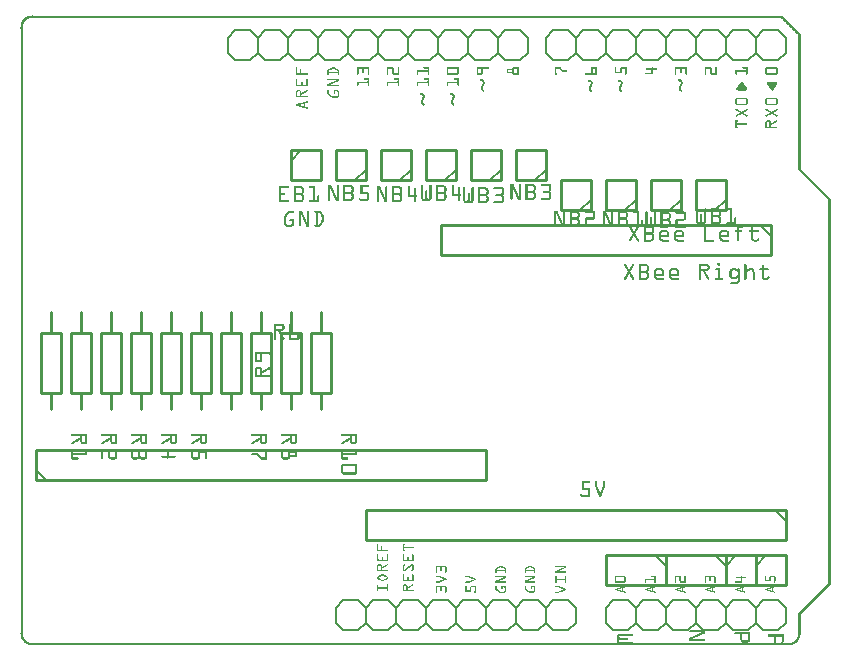
<source format=gto>
G04 MADE WITH FRITZING*
G04 WWW.FRITZING.ORG*
G04 SINGLE SIDED*
G04 HOLES NOT PLATED*
G04 CONTOUR ON CENTER OF CONTOUR VECTOR*
%ASAXBY*%
%FSLAX23Y23*%
%MOIN*%
%OFA0B0*%
%SFA1.0B1.0*%
%ADD10C,0.010000*%
%ADD11C,0.005000*%
%ADD12C,0.006000*%
%ADD13R,0.001000X0.001000*%
%LNSILK1*%
G90*
G70*
G54D10*
X1009Y1116D02*
X1009Y1044D01*
D02*
X1009Y844D02*
X1009Y791D01*
D02*
X1042Y1044D02*
X1042Y844D01*
D02*
X1042Y844D02*
X976Y844D01*
D02*
X976Y844D02*
X976Y1044D01*
D02*
X976Y1044D02*
X1042Y1044D01*
D02*
X909Y1654D02*
X909Y1554D01*
D02*
X909Y1554D02*
X1009Y1554D01*
D02*
X1009Y1554D02*
X1009Y1654D01*
D02*
X1009Y1654D02*
X909Y1654D01*
G54D11*
D02*
X909Y1619D02*
X944Y1654D01*
G54D10*
D02*
X2459Y304D02*
X2459Y204D01*
D02*
X2459Y204D02*
X2559Y204D01*
D02*
X2559Y204D02*
X2559Y304D01*
D02*
X2559Y304D02*
X2459Y304D01*
G54D11*
D02*
X2459Y269D02*
X2494Y304D01*
G54D10*
D02*
X2359Y304D02*
X2359Y204D01*
D02*
X2359Y204D02*
X2459Y204D01*
D02*
X2459Y204D02*
X2459Y304D01*
D02*
X2459Y304D02*
X2359Y304D01*
G54D11*
D02*
X2359Y269D02*
X2394Y304D01*
G54D10*
D02*
X609Y1116D02*
X609Y1044D01*
D02*
X609Y844D02*
X609Y791D01*
D02*
X642Y1044D02*
X642Y844D01*
D02*
X642Y844D02*
X576Y844D01*
D02*
X576Y844D02*
X576Y1044D01*
D02*
X576Y1044D02*
X642Y1044D01*
D02*
X909Y1116D02*
X909Y1044D01*
D02*
X909Y844D02*
X909Y791D01*
D02*
X942Y1044D02*
X942Y844D01*
D02*
X942Y844D02*
X876Y844D01*
D02*
X876Y844D02*
X876Y1044D01*
D02*
X876Y1044D02*
X942Y1044D01*
D02*
X809Y1116D02*
X809Y1044D01*
D02*
X809Y844D02*
X809Y791D01*
D02*
X842Y1044D02*
X842Y844D01*
D02*
X842Y844D02*
X776Y844D01*
D02*
X776Y844D02*
X776Y1044D01*
D02*
X776Y1044D02*
X842Y1044D01*
D02*
X709Y1116D02*
X709Y1044D01*
D02*
X709Y844D02*
X709Y791D01*
D02*
X742Y1044D02*
X742Y844D01*
D02*
X742Y844D02*
X676Y844D01*
D02*
X676Y844D02*
X676Y1044D01*
D02*
X676Y1044D02*
X742Y1044D01*
D02*
X509Y1116D02*
X509Y1044D01*
D02*
X509Y844D02*
X509Y791D01*
D02*
X542Y1044D02*
X542Y844D01*
D02*
X542Y844D02*
X476Y844D01*
D02*
X476Y844D02*
X476Y1044D01*
D02*
X476Y1044D02*
X542Y1044D01*
D02*
X409Y1116D02*
X409Y1044D01*
D02*
X409Y844D02*
X409Y791D01*
D02*
X442Y1044D02*
X442Y844D01*
D02*
X442Y844D02*
X376Y844D01*
D02*
X376Y844D02*
X376Y1044D01*
D02*
X376Y1044D02*
X442Y1044D01*
D02*
X309Y1116D02*
X309Y1044D01*
D02*
X309Y844D02*
X309Y791D01*
D02*
X342Y1044D02*
X342Y844D01*
D02*
X342Y844D02*
X276Y844D01*
D02*
X276Y844D02*
X276Y1044D01*
D02*
X276Y1044D02*
X342Y1044D01*
D02*
X209Y1116D02*
X209Y1044D01*
D02*
X209Y844D02*
X209Y791D01*
D02*
X242Y1044D02*
X242Y844D01*
D02*
X242Y844D02*
X176Y844D01*
D02*
X176Y844D02*
X176Y1044D01*
D02*
X176Y1044D02*
X242Y1044D01*
D02*
X109Y1116D02*
X109Y1044D01*
D02*
X109Y844D02*
X109Y791D01*
D02*
X142Y1044D02*
X142Y844D01*
D02*
X142Y844D02*
X76Y844D01*
D02*
X76Y844D02*
X76Y1044D01*
D02*
X76Y1044D02*
X142Y1044D01*
D02*
X2359Y304D02*
X2159Y304D01*
D02*
X2159Y304D02*
X2159Y204D01*
D02*
X2159Y204D02*
X2359Y204D01*
D02*
X2359Y204D02*
X2359Y304D01*
G54D11*
D02*
X2324Y304D02*
X2359Y269D01*
G54D10*
D02*
X2159Y304D02*
X1959Y304D01*
D02*
X1959Y304D02*
X1959Y204D01*
D02*
X1959Y204D02*
X2159Y204D01*
D02*
X2159Y204D02*
X2159Y304D01*
G54D11*
D02*
X2124Y304D02*
X2159Y269D01*
G54D10*
D02*
X1159Y1554D02*
X1159Y1654D01*
D02*
X1159Y1654D02*
X1059Y1654D01*
D02*
X1059Y1654D02*
X1059Y1554D01*
D02*
X1059Y1554D02*
X1159Y1554D01*
G54D11*
D02*
X1159Y1589D02*
X1124Y1554D01*
G54D10*
D02*
X1309Y1554D02*
X1309Y1654D01*
D02*
X1309Y1654D02*
X1209Y1654D01*
D02*
X1209Y1654D02*
X1209Y1554D01*
D02*
X1209Y1554D02*
X1309Y1554D01*
G54D11*
D02*
X1309Y1589D02*
X1274Y1554D01*
G54D10*
D02*
X1459Y1554D02*
X1459Y1654D01*
D02*
X1459Y1654D02*
X1359Y1654D01*
D02*
X1359Y1654D02*
X1359Y1554D01*
D02*
X1359Y1554D02*
X1459Y1554D01*
G54D11*
D02*
X1459Y1589D02*
X1424Y1554D01*
G54D10*
D02*
X1609Y1554D02*
X1609Y1654D01*
D02*
X1609Y1654D02*
X1509Y1654D01*
D02*
X1509Y1654D02*
X1509Y1554D01*
D02*
X1509Y1554D02*
X1609Y1554D01*
G54D11*
D02*
X1609Y1589D02*
X1574Y1554D01*
G54D10*
D02*
X1759Y1554D02*
X1759Y1654D01*
D02*
X1759Y1654D02*
X1659Y1654D01*
D02*
X1659Y1654D02*
X1659Y1554D01*
D02*
X1659Y1554D02*
X1759Y1554D01*
G54D11*
D02*
X1759Y1589D02*
X1724Y1554D01*
G54D10*
D02*
X1909Y1454D02*
X1909Y1554D01*
D02*
X1909Y1554D02*
X1809Y1554D01*
D02*
X1809Y1554D02*
X1809Y1454D01*
D02*
X1809Y1454D02*
X1909Y1454D01*
G54D11*
D02*
X1909Y1489D02*
X1874Y1454D01*
G54D10*
D02*
X2059Y1454D02*
X2059Y1554D01*
D02*
X2059Y1554D02*
X1959Y1554D01*
D02*
X1959Y1554D02*
X1959Y1454D01*
D02*
X1959Y1454D02*
X2059Y1454D01*
G54D11*
D02*
X2059Y1489D02*
X2024Y1454D01*
G54D10*
D02*
X2209Y1454D02*
X2209Y1554D01*
D02*
X2209Y1554D02*
X2109Y1554D01*
D02*
X2109Y1554D02*
X2109Y1454D01*
D02*
X2109Y1454D02*
X2209Y1454D01*
G54D11*
D02*
X2209Y1489D02*
X2174Y1454D01*
G54D10*
D02*
X2359Y1454D02*
X2359Y1554D01*
D02*
X2359Y1554D02*
X2259Y1554D01*
D02*
X2259Y1554D02*
X2259Y1454D01*
D02*
X2259Y1454D02*
X2359Y1454D01*
G54D11*
D02*
X2359Y1489D02*
X2324Y1454D01*
G54D10*
D02*
X2559Y454D02*
X1159Y454D01*
D02*
X1159Y454D02*
X1159Y354D01*
D02*
X1159Y354D02*
X2559Y354D01*
D02*
X2559Y354D02*
X2559Y454D01*
G54D11*
D02*
X2524Y454D02*
X2559Y419D01*
G54D10*
D02*
X2509Y1404D02*
X1409Y1404D01*
D02*
X1409Y1404D02*
X1409Y1304D01*
D02*
X1409Y1304D02*
X2509Y1304D01*
D02*
X2509Y1304D02*
X2509Y1404D01*
G54D11*
D02*
X2474Y1404D02*
X2509Y1369D01*
G54D12*
D02*
X2284Y154D02*
X2334Y154D01*
D02*
X2334Y154D02*
X2359Y129D01*
D02*
X2359Y129D02*
X2359Y79D01*
D02*
X2359Y79D02*
X2334Y54D01*
D02*
X2359Y129D02*
X2384Y154D01*
D02*
X2384Y154D02*
X2434Y154D01*
D02*
X2434Y154D02*
X2459Y129D01*
D02*
X2459Y129D02*
X2459Y79D01*
D02*
X2459Y79D02*
X2434Y54D01*
D02*
X2434Y54D02*
X2384Y54D01*
D02*
X2384Y54D02*
X2359Y79D01*
D02*
X2159Y129D02*
X2184Y154D01*
D02*
X2184Y154D02*
X2234Y154D01*
D02*
X2234Y154D02*
X2259Y129D01*
D02*
X2259Y129D02*
X2259Y79D01*
D02*
X2259Y79D02*
X2234Y54D01*
D02*
X2234Y54D02*
X2184Y54D01*
D02*
X2184Y54D02*
X2159Y79D01*
D02*
X2284Y154D02*
X2259Y129D01*
D02*
X2259Y79D02*
X2284Y54D01*
D02*
X2334Y54D02*
X2284Y54D01*
D02*
X1984Y154D02*
X2034Y154D01*
D02*
X2034Y154D02*
X2059Y129D01*
D02*
X2059Y129D02*
X2059Y79D01*
D02*
X2059Y79D02*
X2034Y54D01*
D02*
X2059Y129D02*
X2084Y154D01*
D02*
X2084Y154D02*
X2134Y154D01*
D02*
X2134Y154D02*
X2159Y129D01*
D02*
X2159Y129D02*
X2159Y79D01*
D02*
X2159Y79D02*
X2134Y54D01*
D02*
X2134Y54D02*
X2084Y54D01*
D02*
X2084Y54D02*
X2059Y79D01*
D02*
X1959Y129D02*
X1959Y79D01*
D02*
X1984Y154D02*
X1959Y129D01*
D02*
X1959Y79D02*
X1984Y54D01*
D02*
X2034Y54D02*
X1984Y54D01*
D02*
X2484Y154D02*
X2534Y154D01*
D02*
X2534Y154D02*
X2559Y129D01*
D02*
X2559Y129D02*
X2559Y79D01*
D02*
X2559Y79D02*
X2534Y54D01*
D02*
X2484Y154D02*
X2459Y129D01*
D02*
X2459Y79D02*
X2484Y54D01*
D02*
X2534Y54D02*
X2484Y54D01*
D02*
X874Y1954D02*
X824Y1954D01*
D02*
X1074Y1954D02*
X1024Y1954D01*
D02*
X974Y1954D02*
X924Y1954D01*
D02*
X1174Y1954D02*
X1124Y1954D01*
D02*
X1374Y1954D02*
X1324Y1954D01*
D02*
X1274Y1954D02*
X1224Y1954D01*
D02*
X1474Y1954D02*
X1424Y1954D01*
D02*
X1674Y1954D02*
X1624Y1954D01*
D02*
X1574Y1954D02*
X1524Y1954D01*
D02*
X774Y1954D02*
X724Y1954D01*
D02*
X899Y1979D02*
X874Y1954D01*
D02*
X824Y1954D02*
X799Y1979D01*
D02*
X799Y1979D02*
X799Y2029D01*
D02*
X799Y2029D02*
X824Y2054D01*
D02*
X824Y2054D02*
X874Y2054D01*
D02*
X874Y2054D02*
X899Y2029D01*
D02*
X1024Y1954D02*
X999Y1979D01*
D02*
X999Y1979D02*
X999Y2029D01*
D02*
X999Y2029D02*
X1024Y2054D01*
D02*
X999Y1979D02*
X974Y1954D01*
D02*
X924Y1954D02*
X899Y1979D01*
D02*
X899Y1979D02*
X899Y2029D01*
D02*
X899Y2029D02*
X924Y2054D01*
D02*
X924Y2054D02*
X974Y2054D01*
D02*
X974Y2054D02*
X999Y2029D01*
D02*
X1199Y1979D02*
X1174Y1954D01*
D02*
X1124Y1954D02*
X1099Y1979D01*
D02*
X1099Y1979D02*
X1099Y2029D01*
D02*
X1099Y2029D02*
X1124Y2054D01*
D02*
X1124Y2054D02*
X1174Y2054D01*
D02*
X1174Y2054D02*
X1199Y2029D01*
D02*
X1074Y1954D02*
X1099Y1979D01*
D02*
X1099Y2029D02*
X1074Y2054D01*
D02*
X1024Y2054D02*
X1074Y2054D01*
D02*
X1324Y1954D02*
X1299Y1979D01*
D02*
X1299Y1979D02*
X1299Y2029D01*
D02*
X1299Y2029D02*
X1324Y2054D01*
D02*
X1299Y1979D02*
X1274Y1954D01*
D02*
X1224Y1954D02*
X1199Y1979D01*
D02*
X1199Y1979D02*
X1199Y2029D01*
D02*
X1199Y2029D02*
X1224Y2054D01*
D02*
X1224Y2054D02*
X1274Y2054D01*
D02*
X1274Y2054D02*
X1299Y2029D01*
D02*
X1499Y1979D02*
X1474Y1954D01*
D02*
X1424Y1954D02*
X1399Y1979D01*
D02*
X1399Y1979D02*
X1399Y2029D01*
D02*
X1399Y2029D02*
X1424Y2054D01*
D02*
X1424Y2054D02*
X1474Y2054D01*
D02*
X1474Y2054D02*
X1499Y2029D01*
D02*
X1374Y1954D02*
X1399Y1979D01*
D02*
X1399Y2029D02*
X1374Y2054D01*
D02*
X1324Y2054D02*
X1374Y2054D01*
D02*
X1624Y1954D02*
X1599Y1979D01*
D02*
X1599Y1979D02*
X1599Y2029D01*
D02*
X1599Y2029D02*
X1624Y2054D01*
D02*
X1599Y1979D02*
X1574Y1954D01*
D02*
X1524Y1954D02*
X1499Y1979D01*
D02*
X1499Y1979D02*
X1499Y2029D01*
D02*
X1499Y2029D02*
X1524Y2054D01*
D02*
X1524Y2054D02*
X1574Y2054D01*
D02*
X1574Y2054D02*
X1599Y2029D01*
D02*
X1699Y1979D02*
X1699Y2029D01*
D02*
X1674Y1954D02*
X1699Y1979D01*
D02*
X1699Y2029D02*
X1674Y2054D01*
D02*
X1624Y2054D02*
X1674Y2054D01*
D02*
X724Y1954D02*
X699Y1979D01*
D02*
X699Y1979D02*
X699Y2029D01*
D02*
X699Y2029D02*
X724Y2054D01*
D02*
X774Y1954D02*
X799Y1979D01*
D02*
X799Y2029D02*
X774Y2054D01*
D02*
X724Y2054D02*
X774Y2054D01*
D02*
X1934Y1954D02*
X1884Y1954D01*
D02*
X1884Y1954D02*
X1859Y1979D01*
D02*
X1859Y1979D02*
X1859Y2029D01*
D02*
X1859Y2029D02*
X1884Y2054D01*
D02*
X2059Y1979D02*
X2034Y1954D01*
D02*
X2034Y1954D02*
X1984Y1954D01*
D02*
X1984Y1954D02*
X1959Y1979D01*
D02*
X1959Y1979D02*
X1959Y2029D01*
D02*
X1959Y2029D02*
X1984Y2054D01*
D02*
X1984Y2054D02*
X2034Y2054D01*
D02*
X2034Y2054D02*
X2059Y2029D01*
D02*
X1934Y1954D02*
X1959Y1979D01*
D02*
X1959Y2029D02*
X1934Y2054D01*
D02*
X1884Y2054D02*
X1934Y2054D01*
D02*
X2234Y1954D02*
X2184Y1954D01*
D02*
X2184Y1954D02*
X2159Y1979D01*
D02*
X2159Y1979D02*
X2159Y2029D01*
D02*
X2159Y2029D02*
X2184Y2054D01*
D02*
X2159Y1979D02*
X2134Y1954D01*
D02*
X2134Y1954D02*
X2084Y1954D01*
D02*
X2084Y1954D02*
X2059Y1979D01*
D02*
X2059Y1979D02*
X2059Y2029D01*
D02*
X2059Y2029D02*
X2084Y2054D01*
D02*
X2084Y2054D02*
X2134Y2054D01*
D02*
X2134Y2054D02*
X2159Y2029D01*
D02*
X2359Y1979D02*
X2334Y1954D01*
D02*
X2334Y1954D02*
X2284Y1954D01*
D02*
X2284Y1954D02*
X2259Y1979D01*
D02*
X2259Y1979D02*
X2259Y2029D01*
D02*
X2259Y2029D02*
X2284Y2054D01*
D02*
X2284Y2054D02*
X2334Y2054D01*
D02*
X2334Y2054D02*
X2359Y2029D01*
D02*
X2234Y1954D02*
X2259Y1979D01*
D02*
X2259Y2029D02*
X2234Y2054D01*
D02*
X2184Y2054D02*
X2234Y2054D01*
D02*
X2534Y1954D02*
X2484Y1954D01*
D02*
X2484Y1954D02*
X2459Y1979D01*
D02*
X2459Y1979D02*
X2459Y2029D01*
D02*
X2459Y2029D02*
X2484Y2054D01*
D02*
X2459Y1979D02*
X2434Y1954D01*
D02*
X2434Y1954D02*
X2384Y1954D01*
D02*
X2384Y1954D02*
X2359Y1979D01*
D02*
X2359Y1979D02*
X2359Y2029D01*
D02*
X2359Y2029D02*
X2384Y2054D01*
D02*
X2384Y2054D02*
X2434Y2054D01*
D02*
X2434Y2054D02*
X2459Y2029D01*
D02*
X2559Y1979D02*
X2559Y2029D01*
D02*
X2534Y1954D02*
X2559Y1979D01*
D02*
X2559Y2029D02*
X2534Y2054D01*
D02*
X2484Y2054D02*
X2534Y2054D01*
D02*
X1834Y1954D02*
X1784Y1954D01*
D02*
X1784Y1954D02*
X1759Y1979D01*
D02*
X1759Y1979D02*
X1759Y2029D01*
D02*
X1759Y2029D02*
X1784Y2054D01*
D02*
X1834Y1954D02*
X1859Y1979D01*
D02*
X1859Y2029D02*
X1834Y2054D01*
D02*
X1784Y2054D02*
X1834Y2054D01*
D02*
X1684Y154D02*
X1734Y154D01*
D02*
X1734Y154D02*
X1759Y129D01*
D02*
X1759Y129D02*
X1759Y79D01*
D02*
X1759Y79D02*
X1734Y54D01*
D02*
X1559Y129D02*
X1584Y154D01*
D02*
X1584Y154D02*
X1634Y154D01*
D02*
X1634Y154D02*
X1659Y129D01*
D02*
X1659Y129D02*
X1659Y79D01*
D02*
X1659Y79D02*
X1634Y54D01*
D02*
X1634Y54D02*
X1584Y54D01*
D02*
X1584Y54D02*
X1559Y79D01*
D02*
X1684Y154D02*
X1659Y129D01*
D02*
X1659Y79D02*
X1684Y54D01*
D02*
X1734Y54D02*
X1684Y54D01*
D02*
X1384Y154D02*
X1434Y154D01*
D02*
X1434Y154D02*
X1459Y129D01*
D02*
X1459Y129D02*
X1459Y79D01*
D02*
X1459Y79D02*
X1434Y54D01*
D02*
X1459Y129D02*
X1484Y154D01*
D02*
X1484Y154D02*
X1534Y154D01*
D02*
X1534Y154D02*
X1559Y129D01*
D02*
X1559Y129D02*
X1559Y79D01*
D02*
X1559Y79D02*
X1534Y54D01*
D02*
X1534Y54D02*
X1484Y54D01*
D02*
X1484Y54D02*
X1459Y79D01*
D02*
X1259Y129D02*
X1284Y154D01*
D02*
X1284Y154D02*
X1334Y154D01*
D02*
X1334Y154D02*
X1359Y129D01*
D02*
X1359Y129D02*
X1359Y79D01*
D02*
X1359Y79D02*
X1334Y54D01*
D02*
X1334Y54D02*
X1284Y54D01*
D02*
X1284Y54D02*
X1259Y79D01*
D02*
X1384Y154D02*
X1359Y129D01*
D02*
X1359Y79D02*
X1384Y54D01*
D02*
X1434Y54D02*
X1384Y54D01*
D02*
X1084Y154D02*
X1134Y154D01*
D02*
X1134Y154D02*
X1159Y129D01*
D02*
X1159Y129D02*
X1159Y79D01*
D02*
X1159Y79D02*
X1134Y54D01*
D02*
X1159Y129D02*
X1184Y154D01*
D02*
X1184Y154D02*
X1234Y154D01*
D02*
X1234Y154D02*
X1259Y129D01*
D02*
X1259Y129D02*
X1259Y79D01*
D02*
X1259Y79D02*
X1234Y54D01*
D02*
X1234Y54D02*
X1184Y54D01*
D02*
X1184Y54D02*
X1159Y79D01*
D02*
X1059Y129D02*
X1059Y79D01*
D02*
X1084Y154D02*
X1059Y129D01*
D02*
X1059Y79D02*
X1084Y54D01*
D02*
X1134Y54D02*
X1084Y54D01*
D02*
X1784Y154D02*
X1834Y154D01*
D02*
X1834Y154D02*
X1859Y129D01*
D02*
X1859Y129D02*
X1859Y79D01*
D02*
X1859Y79D02*
X1834Y54D01*
D02*
X1784Y154D02*
X1759Y129D01*
D02*
X1759Y79D02*
X1784Y54D01*
D02*
X1834Y54D02*
X1784Y54D01*
G54D10*
D02*
X59Y554D02*
X1559Y554D01*
D02*
X1559Y554D02*
X1559Y654D01*
D02*
X1559Y654D02*
X59Y654D01*
D02*
X59Y654D02*
X59Y554D01*
G54D11*
D02*
X94Y554D02*
X59Y589D01*
G54D13*
X47Y2104D02*
X48Y2104D01*
X39Y2103D02*
X2546Y2103D01*
X35Y2102D02*
X2547Y2102D01*
X33Y2101D02*
X2548Y2101D01*
X31Y2100D02*
X2549Y2100D01*
X29Y2099D02*
X2550Y2099D01*
X27Y2098D02*
X2551Y2098D01*
X25Y2097D02*
X2552Y2097D01*
X24Y2096D02*
X46Y2096D01*
X49Y2096D02*
X2553Y2096D01*
X23Y2095D02*
X39Y2095D01*
X2544Y2095D02*
X2554Y2095D01*
X22Y2094D02*
X35Y2094D01*
X2545Y2094D02*
X2555Y2094D01*
X20Y2093D02*
X33Y2093D01*
X2546Y2093D02*
X2556Y2093D01*
X19Y2092D02*
X31Y2092D01*
X2547Y2092D02*
X2557Y2092D01*
X19Y2091D02*
X30Y2091D01*
X2548Y2091D02*
X2558Y2091D01*
X18Y2090D02*
X28Y2090D01*
X2549Y2090D02*
X2559Y2090D01*
X17Y2089D02*
X27Y2089D01*
X2550Y2089D02*
X2560Y2089D01*
X16Y2088D02*
X26Y2088D01*
X2551Y2088D02*
X2561Y2088D01*
X15Y2087D02*
X25Y2087D01*
X2552Y2087D02*
X2562Y2087D01*
X15Y2086D02*
X24Y2086D01*
X2553Y2086D02*
X2563Y2086D01*
X14Y2085D02*
X23Y2085D01*
X2554Y2085D02*
X2564Y2085D01*
X14Y2084D02*
X22Y2084D01*
X2555Y2084D02*
X2565Y2084D01*
X13Y2083D02*
X21Y2083D01*
X2556Y2083D02*
X2566Y2083D01*
X12Y2082D02*
X21Y2082D01*
X2557Y2082D02*
X2567Y2082D01*
X12Y2081D02*
X20Y2081D01*
X2558Y2081D02*
X2568Y2081D01*
X12Y2080D02*
X19Y2080D01*
X2559Y2080D02*
X2569Y2080D01*
X11Y2079D02*
X19Y2079D01*
X2560Y2079D02*
X2570Y2079D01*
X11Y2078D02*
X18Y2078D01*
X2561Y2078D02*
X2571Y2078D01*
X10Y2077D02*
X18Y2077D01*
X2562Y2077D02*
X2572Y2077D01*
X10Y2076D02*
X17Y2076D01*
X2563Y2076D02*
X2573Y2076D01*
X10Y2075D02*
X17Y2075D01*
X2564Y2075D02*
X2574Y2075D01*
X10Y2074D02*
X17Y2074D01*
X2565Y2074D02*
X2575Y2074D01*
X9Y2073D02*
X16Y2073D01*
X2566Y2073D02*
X2576Y2073D01*
X9Y2072D02*
X16Y2072D01*
X2567Y2072D02*
X2577Y2072D01*
X9Y2071D02*
X16Y2071D01*
X2568Y2071D02*
X2578Y2071D01*
X9Y2070D02*
X16Y2070D01*
X2569Y2070D02*
X2579Y2070D01*
X9Y2069D02*
X16Y2069D01*
X2570Y2069D02*
X2580Y2069D01*
X9Y2068D02*
X16Y2068D01*
X2571Y2068D02*
X2581Y2068D01*
X9Y2067D02*
X15Y2067D01*
X2572Y2067D02*
X2582Y2067D01*
X8Y2066D02*
X15Y2066D01*
X2573Y2066D02*
X2583Y2066D01*
X8Y2065D02*
X15Y2065D01*
X2574Y2065D02*
X2584Y2065D01*
X8Y2064D02*
X15Y2064D01*
X2575Y2064D02*
X2585Y2064D01*
X8Y2063D02*
X15Y2063D01*
X2576Y2063D02*
X2586Y2063D01*
X9Y2062D02*
X16Y2062D01*
X2577Y2062D02*
X2587Y2062D01*
X9Y2061D02*
X16Y2061D01*
X2578Y2061D02*
X2588Y2061D01*
X8Y2060D02*
X16Y2060D01*
X2579Y2060D02*
X2589Y2060D01*
X9Y2059D02*
X16Y2059D01*
X2580Y2059D02*
X2590Y2059D01*
X9Y2058D02*
X16Y2058D01*
X2581Y2058D02*
X2591Y2058D01*
X9Y2057D02*
X16Y2057D01*
X2582Y2057D02*
X2592Y2057D01*
X9Y2056D02*
X16Y2056D01*
X2583Y2056D02*
X2593Y2056D01*
X9Y2055D02*
X16Y2055D01*
X2584Y2055D02*
X2594Y2055D01*
X9Y2054D02*
X16Y2054D01*
X2585Y2054D02*
X2595Y2054D01*
X9Y2053D02*
X16Y2053D01*
X2586Y2053D02*
X2596Y2053D01*
X9Y2052D02*
X16Y2052D01*
X2587Y2052D02*
X2597Y2052D01*
X9Y2051D02*
X16Y2051D01*
X2588Y2051D02*
X2598Y2051D01*
X9Y2050D02*
X16Y2050D01*
X2589Y2050D02*
X2599Y2050D01*
X9Y2049D02*
X16Y2049D01*
X2590Y2049D02*
X2600Y2049D01*
X9Y2048D02*
X16Y2048D01*
X2591Y2048D02*
X2601Y2048D01*
X9Y2047D02*
X16Y2047D01*
X2592Y2047D02*
X2602Y2047D01*
X9Y2046D02*
X16Y2046D01*
X2593Y2046D02*
X2603Y2046D01*
X9Y2045D02*
X16Y2045D01*
X2594Y2045D02*
X2605Y2045D01*
X9Y2044D02*
X16Y2044D01*
X2595Y2044D02*
X2606Y2044D01*
X9Y2043D02*
X16Y2043D01*
X2596Y2043D02*
X2607Y2043D01*
X9Y2042D02*
X16Y2042D01*
X2597Y2042D02*
X2607Y2042D01*
X9Y2041D02*
X16Y2041D01*
X2598Y2041D02*
X2608Y2041D01*
X9Y2040D02*
X16Y2040D01*
X2599Y2040D02*
X2608Y2040D01*
X9Y2039D02*
X16Y2039D01*
X2600Y2039D02*
X2608Y2039D01*
X9Y2038D02*
X16Y2038D01*
X2601Y2038D02*
X2608Y2038D01*
X9Y2037D02*
X16Y2037D01*
X2601Y2037D02*
X2608Y2037D01*
X9Y2036D02*
X16Y2036D01*
X2601Y2036D02*
X2608Y2036D01*
X9Y2035D02*
X16Y2035D01*
X2601Y2035D02*
X2608Y2035D01*
X9Y2034D02*
X16Y2034D01*
X2601Y2034D02*
X2608Y2034D01*
X9Y2033D02*
X16Y2033D01*
X2601Y2033D02*
X2608Y2033D01*
X9Y2032D02*
X16Y2032D01*
X2601Y2032D02*
X2608Y2032D01*
X9Y2031D02*
X16Y2031D01*
X2601Y2031D02*
X2608Y2031D01*
X9Y2030D02*
X16Y2030D01*
X2601Y2030D02*
X2608Y2030D01*
X9Y2029D02*
X16Y2029D01*
X2601Y2029D02*
X2608Y2029D01*
X9Y2028D02*
X16Y2028D01*
X2601Y2028D02*
X2608Y2028D01*
X9Y2027D02*
X16Y2027D01*
X2601Y2027D02*
X2608Y2027D01*
X9Y2026D02*
X16Y2026D01*
X2601Y2026D02*
X2608Y2026D01*
X9Y2025D02*
X16Y2025D01*
X2601Y2025D02*
X2608Y2025D01*
X9Y2024D02*
X16Y2024D01*
X2601Y2024D02*
X2608Y2024D01*
X9Y2023D02*
X16Y2023D01*
X2601Y2023D02*
X2608Y2023D01*
X9Y2022D02*
X16Y2022D01*
X2601Y2022D02*
X2608Y2022D01*
X9Y2021D02*
X16Y2021D01*
X2601Y2021D02*
X2608Y2021D01*
X9Y2020D02*
X16Y2020D01*
X2601Y2020D02*
X2608Y2020D01*
X9Y2019D02*
X16Y2019D01*
X2601Y2019D02*
X2608Y2019D01*
X9Y2018D02*
X16Y2018D01*
X2601Y2018D02*
X2608Y2018D01*
X9Y2017D02*
X16Y2017D01*
X2601Y2017D02*
X2608Y2017D01*
X9Y2016D02*
X16Y2016D01*
X2601Y2016D02*
X2608Y2016D01*
X9Y2015D02*
X16Y2015D01*
X2601Y2015D02*
X2608Y2015D01*
X9Y2014D02*
X16Y2014D01*
X2601Y2014D02*
X2608Y2014D01*
X9Y2013D02*
X16Y2013D01*
X2601Y2013D02*
X2608Y2013D01*
X9Y2012D02*
X16Y2012D01*
X2601Y2012D02*
X2608Y2012D01*
X9Y2011D02*
X16Y2011D01*
X2601Y2011D02*
X2608Y2011D01*
X9Y2010D02*
X16Y2010D01*
X2601Y2010D02*
X2608Y2010D01*
X9Y2009D02*
X16Y2009D01*
X2601Y2009D02*
X2608Y2009D01*
X9Y2008D02*
X16Y2008D01*
X2601Y2008D02*
X2608Y2008D01*
X9Y2007D02*
X16Y2007D01*
X2601Y2007D02*
X2608Y2007D01*
X9Y2006D02*
X16Y2006D01*
X2601Y2006D02*
X2608Y2006D01*
X9Y2005D02*
X16Y2005D01*
X2601Y2005D02*
X2608Y2005D01*
X9Y2004D02*
X16Y2004D01*
X2601Y2004D02*
X2608Y2004D01*
X9Y2003D02*
X16Y2003D01*
X2601Y2003D02*
X2608Y2003D01*
X9Y2002D02*
X16Y2002D01*
X2601Y2002D02*
X2608Y2002D01*
X9Y2001D02*
X16Y2001D01*
X2601Y2001D02*
X2608Y2001D01*
X9Y2000D02*
X16Y2000D01*
X2601Y2000D02*
X2608Y2000D01*
X9Y1999D02*
X16Y1999D01*
X2601Y1999D02*
X2608Y1999D01*
X9Y1998D02*
X16Y1998D01*
X2601Y1998D02*
X2608Y1998D01*
X9Y1997D02*
X16Y1997D01*
X2601Y1997D02*
X2608Y1997D01*
X9Y1996D02*
X16Y1996D01*
X2601Y1996D02*
X2608Y1996D01*
X9Y1995D02*
X16Y1995D01*
X2601Y1995D02*
X2608Y1995D01*
X9Y1994D02*
X16Y1994D01*
X2601Y1994D02*
X2608Y1994D01*
X9Y1993D02*
X16Y1993D01*
X2601Y1993D02*
X2608Y1993D01*
X9Y1992D02*
X16Y1992D01*
X2601Y1992D02*
X2608Y1992D01*
X9Y1991D02*
X16Y1991D01*
X2601Y1991D02*
X2608Y1991D01*
X9Y1990D02*
X16Y1990D01*
X2601Y1990D02*
X2608Y1990D01*
X9Y1989D02*
X16Y1989D01*
X2601Y1989D02*
X2608Y1989D01*
X9Y1988D02*
X16Y1988D01*
X2601Y1988D02*
X2608Y1988D01*
X9Y1987D02*
X16Y1987D01*
X2601Y1987D02*
X2608Y1987D01*
X9Y1986D02*
X16Y1986D01*
X2601Y1986D02*
X2608Y1986D01*
X9Y1985D02*
X16Y1985D01*
X2601Y1985D02*
X2608Y1985D01*
X9Y1984D02*
X16Y1984D01*
X2601Y1984D02*
X2608Y1984D01*
X9Y1983D02*
X16Y1983D01*
X2601Y1983D02*
X2608Y1983D01*
X9Y1982D02*
X16Y1982D01*
X2601Y1982D02*
X2608Y1982D01*
X9Y1981D02*
X16Y1981D01*
X2601Y1981D02*
X2608Y1981D01*
X9Y1980D02*
X16Y1980D01*
X2601Y1980D02*
X2608Y1980D01*
X9Y1979D02*
X16Y1979D01*
X2601Y1979D02*
X2608Y1979D01*
X9Y1978D02*
X16Y1978D01*
X2601Y1978D02*
X2608Y1978D01*
X9Y1977D02*
X16Y1977D01*
X2601Y1977D02*
X2608Y1977D01*
X9Y1976D02*
X16Y1976D01*
X2601Y1976D02*
X2608Y1976D01*
X9Y1975D02*
X16Y1975D01*
X2601Y1975D02*
X2608Y1975D01*
X9Y1974D02*
X16Y1974D01*
X2601Y1974D02*
X2608Y1974D01*
X9Y1973D02*
X16Y1973D01*
X2601Y1973D02*
X2608Y1973D01*
X9Y1972D02*
X16Y1972D01*
X2601Y1972D02*
X2608Y1972D01*
X9Y1971D02*
X16Y1971D01*
X2601Y1971D02*
X2608Y1971D01*
X9Y1970D02*
X16Y1970D01*
X2601Y1970D02*
X2608Y1970D01*
X9Y1969D02*
X16Y1969D01*
X2601Y1969D02*
X2608Y1969D01*
X9Y1968D02*
X16Y1968D01*
X2601Y1968D02*
X2608Y1968D01*
X9Y1967D02*
X16Y1967D01*
X2601Y1967D02*
X2608Y1967D01*
X9Y1966D02*
X16Y1966D01*
X2601Y1966D02*
X2608Y1966D01*
X9Y1965D02*
X16Y1965D01*
X2601Y1965D02*
X2608Y1965D01*
X9Y1964D02*
X16Y1964D01*
X2601Y1964D02*
X2608Y1964D01*
X9Y1963D02*
X16Y1963D01*
X2601Y1963D02*
X2608Y1963D01*
X9Y1962D02*
X16Y1962D01*
X2601Y1962D02*
X2608Y1962D01*
X9Y1961D02*
X16Y1961D01*
X2601Y1961D02*
X2608Y1961D01*
X9Y1960D02*
X16Y1960D01*
X2601Y1960D02*
X2608Y1960D01*
X9Y1959D02*
X16Y1959D01*
X2601Y1959D02*
X2608Y1959D01*
X9Y1958D02*
X16Y1958D01*
X2601Y1958D02*
X2608Y1958D01*
X9Y1957D02*
X16Y1957D01*
X2601Y1957D02*
X2608Y1957D01*
X9Y1956D02*
X16Y1956D01*
X2601Y1956D02*
X2608Y1956D01*
X9Y1955D02*
X16Y1955D01*
X2601Y1955D02*
X2608Y1955D01*
X9Y1954D02*
X16Y1954D01*
X2601Y1954D02*
X2608Y1954D01*
X9Y1953D02*
X16Y1953D01*
X2601Y1953D02*
X2608Y1953D01*
X9Y1952D02*
X16Y1952D01*
X2601Y1952D02*
X2608Y1952D01*
X9Y1951D02*
X16Y1951D01*
X2601Y1951D02*
X2608Y1951D01*
X9Y1950D02*
X16Y1950D01*
X2601Y1950D02*
X2608Y1950D01*
X9Y1949D02*
X16Y1949D01*
X2601Y1949D02*
X2608Y1949D01*
X9Y1948D02*
X16Y1948D01*
X2601Y1948D02*
X2608Y1948D01*
X9Y1947D02*
X16Y1947D01*
X2601Y1947D02*
X2608Y1947D01*
X9Y1946D02*
X16Y1946D01*
X2601Y1946D02*
X2608Y1946D01*
X9Y1945D02*
X16Y1945D01*
X2601Y1945D02*
X2608Y1945D01*
X9Y1944D02*
X16Y1944D01*
X2601Y1944D02*
X2608Y1944D01*
X9Y1943D02*
X16Y1943D01*
X2601Y1943D02*
X2608Y1943D01*
X9Y1942D02*
X16Y1942D01*
X2601Y1942D02*
X2608Y1942D01*
X9Y1941D02*
X16Y1941D01*
X2601Y1941D02*
X2608Y1941D01*
X9Y1940D02*
X16Y1940D01*
X2601Y1940D02*
X2608Y1940D01*
X9Y1939D02*
X16Y1939D01*
X2601Y1939D02*
X2608Y1939D01*
X9Y1938D02*
X16Y1938D01*
X2601Y1938D02*
X2608Y1938D01*
X9Y1937D02*
X16Y1937D01*
X2601Y1937D02*
X2608Y1937D01*
X9Y1936D02*
X16Y1936D01*
X2601Y1936D02*
X2608Y1936D01*
X9Y1935D02*
X16Y1935D01*
X2601Y1935D02*
X2608Y1935D01*
X9Y1934D02*
X16Y1934D01*
X2601Y1934D02*
X2608Y1934D01*
X9Y1933D02*
X16Y1933D01*
X2601Y1933D02*
X2608Y1933D01*
X9Y1932D02*
X16Y1932D01*
X2601Y1932D02*
X2608Y1932D01*
X9Y1931D02*
X16Y1931D01*
X928Y1931D02*
X929Y1931D01*
X1133Y1931D02*
X1148Y1931D01*
X1152Y1931D02*
X1167Y1931D01*
X1233Y1931D02*
X1250Y1931D01*
X1266Y1931D02*
X1269Y1931D01*
X1353Y1931D02*
X1369Y1931D01*
X1433Y1931D02*
X1467Y1931D01*
X1531Y1931D02*
X1569Y1931D01*
X1650Y1931D02*
X1667Y1931D01*
X1790Y1931D02*
X1807Y1931D01*
X1913Y1931D02*
X1929Y1931D01*
X1991Y1931D02*
X1993Y1931D01*
X2010Y1931D02*
X2027Y1931D01*
X2193Y1931D02*
X2207Y1931D01*
X2212Y1931D02*
X2227Y1931D01*
X2293Y1931D02*
X2309Y1931D01*
X2326Y1931D02*
X2329Y1931D01*
X2415Y1931D02*
X2431Y1931D01*
X2495Y1931D02*
X2529Y1931D01*
X2601Y1931D02*
X2608Y1931D01*
X9Y1930D02*
X16Y1930D01*
X927Y1930D02*
X930Y1930D01*
X1047Y1930D02*
X1055Y1930D01*
X1132Y1930D02*
X1149Y1930D01*
X1151Y1930D02*
X1168Y1930D01*
X1232Y1930D02*
X1251Y1930D01*
X1266Y1930D02*
X1270Y1930D01*
X1352Y1930D02*
X1370Y1930D01*
X1432Y1930D02*
X1468Y1930D01*
X1530Y1930D02*
X1570Y1930D01*
X1649Y1930D02*
X1668Y1930D01*
X1790Y1930D02*
X1808Y1930D01*
X1912Y1930D02*
X1929Y1930D01*
X1990Y1930D02*
X1994Y1930D01*
X2009Y1930D02*
X2028Y1930D01*
X2113Y1930D02*
X2115Y1930D01*
X2191Y1930D02*
X2209Y1930D01*
X2211Y1930D02*
X2228Y1930D01*
X2291Y1930D02*
X2310Y1930D01*
X2325Y1930D02*
X2329Y1930D01*
X2415Y1930D02*
X2432Y1930D01*
X2494Y1930D02*
X2530Y1930D01*
X2601Y1930D02*
X2608Y1930D01*
X9Y1929D02*
X16Y1929D01*
X927Y1929D02*
X931Y1929D01*
X1045Y1929D02*
X1057Y1929D01*
X1131Y1929D02*
X1169Y1929D01*
X1231Y1929D02*
X1251Y1929D01*
X1266Y1929D02*
X1270Y1929D01*
X1352Y1929D02*
X1370Y1929D01*
X1431Y1929D02*
X1469Y1929D01*
X1530Y1929D02*
X1570Y1929D01*
X1648Y1929D02*
X1669Y1929D01*
X1790Y1929D02*
X1808Y1929D01*
X1912Y1929D02*
X1930Y1929D01*
X1990Y1929D02*
X1994Y1929D01*
X2008Y1929D02*
X2029Y1929D01*
X2112Y1929D02*
X2116Y1929D01*
X2191Y1929D02*
X2229Y1929D01*
X2291Y1929D02*
X2311Y1929D01*
X2325Y1929D02*
X2329Y1929D01*
X2414Y1929D02*
X2432Y1929D01*
X2493Y1929D02*
X2531Y1929D01*
X2601Y1929D02*
X2608Y1929D01*
X9Y1928D02*
X16Y1928D01*
X926Y1928D02*
X931Y1928D01*
X1043Y1928D02*
X1059Y1928D01*
X1131Y1928D02*
X1170Y1928D01*
X1230Y1928D02*
X1252Y1928D01*
X1266Y1928D02*
X1270Y1928D01*
X1353Y1928D02*
X1370Y1928D01*
X1430Y1928D02*
X1469Y1928D01*
X1530Y1928D02*
X1570Y1928D01*
X1648Y1928D02*
X1669Y1928D01*
X1790Y1928D02*
X1809Y1928D01*
X1912Y1928D02*
X1930Y1928D01*
X1990Y1928D02*
X1994Y1928D01*
X2008Y1928D02*
X2029Y1928D01*
X2112Y1928D02*
X2116Y1928D01*
X2190Y1928D02*
X2229Y1928D01*
X2290Y1928D02*
X2311Y1928D01*
X2325Y1928D02*
X2329Y1928D01*
X2415Y1928D02*
X2432Y1928D01*
X2493Y1928D02*
X2532Y1928D01*
X2601Y1928D02*
X2608Y1928D01*
X9Y1927D02*
X16Y1927D01*
X926Y1927D02*
X931Y1927D01*
X1041Y1927D02*
X1061Y1927D01*
X1130Y1927D02*
X1170Y1927D01*
X1230Y1927D02*
X1252Y1927D01*
X1266Y1927D02*
X1270Y1927D01*
X1354Y1927D02*
X1370Y1927D01*
X1430Y1927D02*
X1470Y1927D01*
X1530Y1927D02*
X1570Y1927D01*
X1648Y1927D02*
X1670Y1927D01*
X1790Y1927D02*
X1810Y1927D01*
X1912Y1927D02*
X1930Y1927D01*
X1990Y1927D02*
X1994Y1927D01*
X2008Y1927D02*
X2029Y1927D01*
X2095Y1927D02*
X2129Y1927D01*
X2190Y1927D02*
X2229Y1927D01*
X2290Y1927D02*
X2312Y1927D01*
X2325Y1927D02*
X2329Y1927D01*
X2416Y1927D02*
X2432Y1927D01*
X2492Y1927D02*
X2532Y1927D01*
X2601Y1927D02*
X2608Y1927D01*
X9Y1926D02*
X16Y1926D01*
X926Y1926D02*
X931Y1926D01*
X942Y1926D02*
X942Y1926D01*
X1039Y1926D02*
X1063Y1926D01*
X1130Y1926D02*
X1135Y1926D01*
X1147Y1926D02*
X1153Y1926D01*
X1166Y1926D02*
X1170Y1926D01*
X1230Y1926D02*
X1234Y1926D01*
X1248Y1926D02*
X1252Y1926D01*
X1266Y1926D02*
X1270Y1926D01*
X1366Y1926D02*
X1370Y1926D01*
X1430Y1926D02*
X1434Y1926D01*
X1465Y1926D02*
X1470Y1926D01*
X1530Y1926D02*
X1534Y1926D01*
X1543Y1926D02*
X1548Y1926D01*
X1566Y1926D02*
X1570Y1926D01*
X1631Y1926D02*
X1652Y1926D01*
X1665Y1926D02*
X1670Y1926D01*
X1790Y1926D02*
X1794Y1926D01*
X1805Y1926D02*
X1811Y1926D01*
X1912Y1926D02*
X1916Y1926D01*
X1925Y1926D02*
X1930Y1926D01*
X1990Y1926D02*
X1994Y1926D01*
X2008Y1926D02*
X2012Y1926D01*
X2025Y1926D02*
X2030Y1926D01*
X2094Y1926D02*
X2129Y1926D01*
X2190Y1926D02*
X2194Y1926D01*
X2206Y1926D02*
X2213Y1926D01*
X2225Y1926D02*
X2229Y1926D01*
X2290Y1926D02*
X2294Y1926D01*
X2308Y1926D02*
X2312Y1926D01*
X2325Y1926D02*
X2329Y1926D01*
X2428Y1926D02*
X2432Y1926D01*
X2492Y1926D02*
X2496Y1926D01*
X2528Y1926D02*
X2532Y1926D01*
X2601Y1926D02*
X2608Y1926D01*
X9Y1925D02*
X16Y1925D01*
X926Y1925D02*
X931Y1925D01*
X940Y1925D02*
X943Y1925D01*
X1037Y1925D02*
X1047Y1925D01*
X1054Y1925D02*
X1065Y1925D01*
X1130Y1925D02*
X1135Y1925D01*
X1148Y1925D02*
X1152Y1925D01*
X1166Y1925D02*
X1170Y1925D01*
X1230Y1925D02*
X1234Y1925D01*
X1248Y1925D02*
X1252Y1925D01*
X1266Y1925D02*
X1270Y1925D01*
X1366Y1925D02*
X1370Y1925D01*
X1430Y1925D02*
X1434Y1925D01*
X1465Y1925D02*
X1470Y1925D01*
X1530Y1925D02*
X1534Y1925D01*
X1543Y1925D02*
X1548Y1925D01*
X1566Y1925D02*
X1569Y1925D01*
X1630Y1925D02*
X1652Y1925D01*
X1665Y1925D02*
X1670Y1925D01*
X1790Y1925D02*
X1794Y1925D01*
X1806Y1925D02*
X1812Y1925D01*
X1912Y1925D02*
X1916Y1925D01*
X1925Y1925D02*
X1930Y1925D01*
X1990Y1925D02*
X1994Y1925D01*
X2008Y1925D02*
X2012Y1925D01*
X2025Y1925D02*
X2030Y1925D01*
X2094Y1925D02*
X2129Y1925D01*
X2190Y1925D02*
X2194Y1925D01*
X2207Y1925D02*
X2212Y1925D01*
X2225Y1925D02*
X2229Y1925D01*
X2290Y1925D02*
X2294Y1925D01*
X2308Y1925D02*
X2312Y1925D01*
X2325Y1925D02*
X2329Y1925D01*
X2428Y1925D02*
X2432Y1925D01*
X2492Y1925D02*
X2496Y1925D01*
X2528Y1925D02*
X2532Y1925D01*
X2601Y1925D02*
X2608Y1925D01*
X9Y1924D02*
X16Y1924D01*
X926Y1924D02*
X931Y1924D01*
X940Y1924D02*
X944Y1924D01*
X1035Y1924D02*
X1045Y1924D01*
X1056Y1924D02*
X1067Y1924D01*
X1130Y1924D02*
X1135Y1924D01*
X1148Y1924D02*
X1152Y1924D01*
X1166Y1924D02*
X1170Y1924D01*
X1230Y1924D02*
X1234Y1924D01*
X1248Y1924D02*
X1252Y1924D01*
X1266Y1924D02*
X1270Y1924D01*
X1366Y1924D02*
X1370Y1924D01*
X1430Y1924D02*
X1434Y1924D01*
X1465Y1924D02*
X1470Y1924D01*
X1530Y1924D02*
X1534Y1924D01*
X1543Y1924D02*
X1548Y1924D01*
X1630Y1924D02*
X1652Y1924D01*
X1665Y1924D02*
X1670Y1924D01*
X1790Y1924D02*
X1794Y1924D01*
X1807Y1924D02*
X1813Y1924D01*
X1912Y1924D02*
X1916Y1924D01*
X1925Y1924D02*
X1930Y1924D01*
X1990Y1924D02*
X1994Y1924D01*
X2008Y1924D02*
X2012Y1924D01*
X2025Y1924D02*
X2030Y1924D01*
X2095Y1924D02*
X2129Y1924D01*
X2190Y1924D02*
X2194Y1924D01*
X2207Y1924D02*
X2212Y1924D01*
X2225Y1924D02*
X2229Y1924D01*
X2290Y1924D02*
X2294Y1924D01*
X2308Y1924D02*
X2312Y1924D01*
X2325Y1924D02*
X2329Y1924D01*
X2428Y1924D02*
X2432Y1924D01*
X2492Y1924D02*
X2496Y1924D01*
X2528Y1924D02*
X2532Y1924D01*
X2601Y1924D02*
X2608Y1924D01*
X9Y1923D02*
X16Y1923D01*
X926Y1923D02*
X931Y1923D01*
X940Y1923D02*
X944Y1923D01*
X1033Y1923D02*
X1043Y1923D01*
X1058Y1923D02*
X1068Y1923D01*
X1130Y1923D02*
X1135Y1923D01*
X1148Y1923D02*
X1152Y1923D01*
X1166Y1923D02*
X1170Y1923D01*
X1230Y1923D02*
X1234Y1923D01*
X1248Y1923D02*
X1252Y1923D01*
X1266Y1923D02*
X1270Y1923D01*
X1366Y1923D02*
X1370Y1923D01*
X1430Y1923D02*
X1434Y1923D01*
X1465Y1923D02*
X1470Y1923D01*
X1530Y1923D02*
X1534Y1923D01*
X1543Y1923D02*
X1548Y1923D01*
X1630Y1923D02*
X1652Y1923D01*
X1665Y1923D02*
X1670Y1923D01*
X1790Y1923D02*
X1794Y1923D01*
X1808Y1923D02*
X1814Y1923D01*
X1912Y1923D02*
X1916Y1923D01*
X1925Y1923D02*
X1930Y1923D01*
X1990Y1923D02*
X1994Y1923D01*
X2008Y1923D02*
X2012Y1923D01*
X2025Y1923D02*
X2030Y1923D01*
X2096Y1923D02*
X2128Y1923D01*
X2190Y1923D02*
X2194Y1923D01*
X2208Y1923D02*
X2212Y1923D01*
X2225Y1923D02*
X2229Y1923D01*
X2290Y1923D02*
X2294Y1923D01*
X2308Y1923D02*
X2312Y1923D01*
X2325Y1923D02*
X2329Y1923D01*
X2428Y1923D02*
X2432Y1923D01*
X2492Y1923D02*
X2496Y1923D01*
X2528Y1923D02*
X2532Y1923D01*
X2601Y1923D02*
X2608Y1923D01*
X9Y1922D02*
X16Y1922D01*
X926Y1922D02*
X931Y1922D01*
X940Y1922D02*
X944Y1922D01*
X1033Y1922D02*
X1041Y1922D01*
X1060Y1922D02*
X1069Y1922D01*
X1130Y1922D02*
X1135Y1922D01*
X1148Y1922D02*
X1152Y1922D01*
X1166Y1922D02*
X1170Y1922D01*
X1230Y1922D02*
X1234Y1922D01*
X1248Y1922D02*
X1252Y1922D01*
X1266Y1922D02*
X1270Y1922D01*
X1366Y1922D02*
X1370Y1922D01*
X1430Y1922D02*
X1434Y1922D01*
X1465Y1922D02*
X1470Y1922D01*
X1530Y1922D02*
X1534Y1922D01*
X1543Y1922D02*
X1548Y1922D01*
X1630Y1922D02*
X1652Y1922D01*
X1665Y1922D02*
X1670Y1922D01*
X1790Y1922D02*
X1794Y1922D01*
X1809Y1922D02*
X1814Y1922D01*
X1912Y1922D02*
X1916Y1922D01*
X1925Y1922D02*
X1930Y1922D01*
X1990Y1922D02*
X1994Y1922D01*
X2008Y1922D02*
X2012Y1922D01*
X2025Y1922D02*
X2030Y1922D01*
X2112Y1922D02*
X2116Y1922D01*
X2190Y1922D02*
X2194Y1922D01*
X2208Y1922D02*
X2212Y1922D01*
X2225Y1922D02*
X2229Y1922D01*
X2290Y1922D02*
X2294Y1922D01*
X2308Y1922D02*
X2312Y1922D01*
X2325Y1922D02*
X2329Y1922D01*
X2428Y1922D02*
X2432Y1922D01*
X2492Y1922D02*
X2496Y1922D01*
X2528Y1922D02*
X2532Y1922D01*
X2601Y1922D02*
X2608Y1922D01*
X9Y1921D02*
X16Y1921D01*
X926Y1921D02*
X931Y1921D01*
X940Y1921D02*
X944Y1921D01*
X1032Y1921D02*
X1039Y1921D01*
X1062Y1921D02*
X1070Y1921D01*
X1130Y1921D02*
X1135Y1921D01*
X1148Y1921D02*
X1152Y1921D01*
X1166Y1921D02*
X1170Y1921D01*
X1230Y1921D02*
X1234Y1921D01*
X1248Y1921D02*
X1252Y1921D01*
X1266Y1921D02*
X1270Y1921D01*
X1330Y1921D02*
X1370Y1921D01*
X1430Y1921D02*
X1434Y1921D01*
X1465Y1921D02*
X1470Y1921D01*
X1530Y1921D02*
X1534Y1921D01*
X1543Y1921D02*
X1548Y1921D01*
X1630Y1921D02*
X1634Y1921D01*
X1648Y1921D02*
X1652Y1921D01*
X1665Y1921D02*
X1670Y1921D01*
X1790Y1921D02*
X1794Y1921D01*
X1809Y1921D02*
X1828Y1921D01*
X1912Y1921D02*
X1916Y1921D01*
X1925Y1921D02*
X1930Y1921D01*
X1990Y1921D02*
X1994Y1921D01*
X2008Y1921D02*
X2012Y1921D01*
X2025Y1921D02*
X2030Y1921D01*
X2112Y1921D02*
X2116Y1921D01*
X2190Y1921D02*
X2194Y1921D01*
X2208Y1921D02*
X2212Y1921D01*
X2225Y1921D02*
X2229Y1921D01*
X2290Y1921D02*
X2294Y1921D01*
X2308Y1921D02*
X2312Y1921D01*
X2325Y1921D02*
X2329Y1921D01*
X2392Y1921D02*
X2432Y1921D01*
X2492Y1921D02*
X2496Y1921D01*
X2528Y1921D02*
X2532Y1921D01*
X2601Y1921D02*
X2608Y1921D01*
X9Y1920D02*
X16Y1920D01*
X926Y1920D02*
X931Y1920D01*
X940Y1920D02*
X944Y1920D01*
X1031Y1920D02*
X1037Y1920D01*
X1064Y1920D02*
X1070Y1920D01*
X1130Y1920D02*
X1135Y1920D01*
X1148Y1920D02*
X1152Y1920D01*
X1166Y1920D02*
X1170Y1920D01*
X1230Y1920D02*
X1234Y1920D01*
X1248Y1920D02*
X1252Y1920D01*
X1266Y1920D02*
X1270Y1920D01*
X1330Y1920D02*
X1370Y1920D01*
X1430Y1920D02*
X1434Y1920D01*
X1465Y1920D02*
X1470Y1920D01*
X1530Y1920D02*
X1534Y1920D01*
X1543Y1920D02*
X1548Y1920D01*
X1630Y1920D02*
X1634Y1920D01*
X1648Y1920D02*
X1652Y1920D01*
X1665Y1920D02*
X1670Y1920D01*
X1790Y1920D02*
X1794Y1920D01*
X1810Y1920D02*
X1829Y1920D01*
X1912Y1920D02*
X1916Y1920D01*
X1925Y1920D02*
X1930Y1920D01*
X1990Y1920D02*
X1994Y1920D01*
X2008Y1920D02*
X2012Y1920D01*
X2025Y1920D02*
X2030Y1920D01*
X2112Y1920D02*
X2116Y1920D01*
X2190Y1920D02*
X2194Y1920D01*
X2208Y1920D02*
X2212Y1920D01*
X2225Y1920D02*
X2229Y1920D01*
X2290Y1920D02*
X2294Y1920D01*
X2308Y1920D02*
X2312Y1920D01*
X2325Y1920D02*
X2329Y1920D01*
X2392Y1920D02*
X2432Y1920D01*
X2492Y1920D02*
X2496Y1920D01*
X2528Y1920D02*
X2532Y1920D01*
X2601Y1920D02*
X2608Y1920D01*
X9Y1919D02*
X16Y1919D01*
X926Y1919D02*
X931Y1919D01*
X940Y1919D02*
X944Y1919D01*
X1031Y1919D02*
X1036Y1919D01*
X1066Y1919D02*
X1070Y1919D01*
X1130Y1919D02*
X1135Y1919D01*
X1148Y1919D02*
X1152Y1919D01*
X1166Y1919D02*
X1170Y1919D01*
X1230Y1919D02*
X1234Y1919D01*
X1248Y1919D02*
X1252Y1919D01*
X1266Y1919D02*
X1270Y1919D01*
X1330Y1919D02*
X1370Y1919D01*
X1430Y1919D02*
X1434Y1919D01*
X1465Y1919D02*
X1470Y1919D01*
X1530Y1919D02*
X1534Y1919D01*
X1543Y1919D02*
X1548Y1919D01*
X1630Y1919D02*
X1634Y1919D01*
X1648Y1919D02*
X1652Y1919D01*
X1665Y1919D02*
X1670Y1919D01*
X1790Y1919D02*
X1794Y1919D01*
X1811Y1919D02*
X1830Y1919D01*
X1912Y1919D02*
X1916Y1919D01*
X1925Y1919D02*
X1930Y1919D01*
X1990Y1919D02*
X1994Y1919D01*
X2008Y1919D02*
X2012Y1919D01*
X2025Y1919D02*
X2030Y1919D01*
X2112Y1919D02*
X2116Y1919D01*
X2190Y1919D02*
X2194Y1919D01*
X2208Y1919D02*
X2212Y1919D01*
X2225Y1919D02*
X2229Y1919D01*
X2290Y1919D02*
X2294Y1919D01*
X2308Y1919D02*
X2312Y1919D01*
X2325Y1919D02*
X2329Y1919D01*
X2392Y1919D02*
X2432Y1919D01*
X2492Y1919D02*
X2496Y1919D01*
X2528Y1919D02*
X2532Y1919D01*
X2601Y1919D02*
X2608Y1919D01*
X9Y1918D02*
X16Y1918D01*
X926Y1918D02*
X931Y1918D01*
X940Y1918D02*
X944Y1918D01*
X1031Y1918D02*
X1035Y1918D01*
X1066Y1918D02*
X1070Y1918D01*
X1130Y1918D02*
X1135Y1918D01*
X1148Y1918D02*
X1152Y1918D01*
X1166Y1918D02*
X1170Y1918D01*
X1230Y1918D02*
X1234Y1918D01*
X1248Y1918D02*
X1252Y1918D01*
X1266Y1918D02*
X1270Y1918D01*
X1330Y1918D02*
X1370Y1918D01*
X1430Y1918D02*
X1434Y1918D01*
X1465Y1918D02*
X1470Y1918D01*
X1530Y1918D02*
X1534Y1918D01*
X1543Y1918D02*
X1548Y1918D01*
X1630Y1918D02*
X1634Y1918D01*
X1648Y1918D02*
X1652Y1918D01*
X1665Y1918D02*
X1670Y1918D01*
X1790Y1918D02*
X1794Y1918D01*
X1812Y1918D02*
X1829Y1918D01*
X1912Y1918D02*
X1916Y1918D01*
X1925Y1918D02*
X1930Y1918D01*
X1990Y1918D02*
X1994Y1918D01*
X2008Y1918D02*
X2012Y1918D01*
X2025Y1918D02*
X2030Y1918D01*
X2112Y1918D02*
X2116Y1918D01*
X2190Y1918D02*
X2194Y1918D01*
X2208Y1918D02*
X2212Y1918D01*
X2225Y1918D02*
X2229Y1918D01*
X2290Y1918D02*
X2294Y1918D01*
X2308Y1918D02*
X2312Y1918D01*
X2325Y1918D02*
X2329Y1918D01*
X2392Y1918D02*
X2432Y1918D01*
X2492Y1918D02*
X2496Y1918D01*
X2528Y1918D02*
X2532Y1918D01*
X2601Y1918D02*
X2608Y1918D01*
X9Y1917D02*
X16Y1917D01*
X926Y1917D02*
X931Y1917D01*
X940Y1917D02*
X944Y1917D01*
X1031Y1917D02*
X1035Y1917D01*
X1066Y1917D02*
X1071Y1917D01*
X1130Y1917D02*
X1135Y1917D01*
X1148Y1917D02*
X1152Y1917D01*
X1166Y1917D02*
X1170Y1917D01*
X1230Y1917D02*
X1234Y1917D01*
X1248Y1917D02*
X1252Y1917D01*
X1266Y1917D02*
X1270Y1917D01*
X1330Y1917D02*
X1370Y1917D01*
X1430Y1917D02*
X1434Y1917D01*
X1465Y1917D02*
X1470Y1917D01*
X1530Y1917D02*
X1534Y1917D01*
X1543Y1917D02*
X1548Y1917D01*
X1630Y1917D02*
X1634Y1917D01*
X1648Y1917D02*
X1652Y1917D01*
X1665Y1917D02*
X1670Y1917D01*
X1790Y1917D02*
X1794Y1917D01*
X1813Y1917D02*
X1829Y1917D01*
X1912Y1917D02*
X1916Y1917D01*
X1925Y1917D02*
X1930Y1917D01*
X1990Y1917D02*
X1994Y1917D01*
X2008Y1917D02*
X2012Y1917D01*
X2025Y1917D02*
X2030Y1917D01*
X2112Y1917D02*
X2116Y1917D01*
X2190Y1917D02*
X2194Y1917D01*
X2208Y1917D02*
X2212Y1917D01*
X2225Y1917D02*
X2229Y1917D01*
X2290Y1917D02*
X2294Y1917D01*
X2308Y1917D02*
X2312Y1917D01*
X2325Y1917D02*
X2329Y1917D01*
X2392Y1917D02*
X2432Y1917D01*
X2492Y1917D02*
X2496Y1917D01*
X2528Y1917D02*
X2532Y1917D01*
X2601Y1917D02*
X2608Y1917D01*
X9Y1916D02*
X16Y1916D01*
X926Y1916D02*
X931Y1916D01*
X940Y1916D02*
X944Y1916D01*
X1031Y1916D02*
X1035Y1916D01*
X1066Y1916D02*
X1071Y1916D01*
X1130Y1916D02*
X1135Y1916D01*
X1148Y1916D02*
X1152Y1916D01*
X1166Y1916D02*
X1170Y1916D01*
X1230Y1916D02*
X1234Y1916D01*
X1248Y1916D02*
X1252Y1916D01*
X1266Y1916D02*
X1270Y1916D01*
X1330Y1916D02*
X1335Y1916D01*
X1365Y1916D02*
X1370Y1916D01*
X1430Y1916D02*
X1434Y1916D01*
X1465Y1916D02*
X1470Y1916D01*
X1530Y1916D02*
X1534Y1916D01*
X1543Y1916D02*
X1548Y1916D01*
X1630Y1916D02*
X1652Y1916D01*
X1665Y1916D02*
X1670Y1916D01*
X1790Y1916D02*
X1794Y1916D01*
X1912Y1916D02*
X1916Y1916D01*
X1925Y1916D02*
X1930Y1916D01*
X1990Y1916D02*
X2012Y1916D01*
X2025Y1916D02*
X2030Y1916D01*
X2112Y1916D02*
X2116Y1916D01*
X2190Y1916D02*
X2194Y1916D01*
X2208Y1916D02*
X2212Y1916D01*
X2225Y1916D02*
X2229Y1916D01*
X2290Y1916D02*
X2294Y1916D01*
X2308Y1916D02*
X2312Y1916D01*
X2325Y1916D02*
X2329Y1916D01*
X2392Y1916D02*
X2397Y1916D01*
X2427Y1916D02*
X2432Y1916D01*
X2492Y1916D02*
X2496Y1916D01*
X2528Y1916D02*
X2532Y1916D01*
X2601Y1916D02*
X2608Y1916D01*
X9Y1915D02*
X16Y1915D01*
X926Y1915D02*
X931Y1915D01*
X940Y1915D02*
X944Y1915D01*
X1031Y1915D02*
X1071Y1915D01*
X1130Y1915D02*
X1135Y1915D01*
X1148Y1915D02*
X1152Y1915D01*
X1166Y1915D02*
X1170Y1915D01*
X1230Y1915D02*
X1234Y1915D01*
X1248Y1915D02*
X1252Y1915D01*
X1266Y1915D02*
X1270Y1915D01*
X1330Y1915D02*
X1334Y1915D01*
X1366Y1915D02*
X1370Y1915D01*
X1430Y1915D02*
X1434Y1915D01*
X1465Y1915D02*
X1470Y1915D01*
X1530Y1915D02*
X1534Y1915D01*
X1543Y1915D02*
X1548Y1915D01*
X1630Y1915D02*
X1652Y1915D01*
X1665Y1915D02*
X1670Y1915D01*
X1790Y1915D02*
X1794Y1915D01*
X1912Y1915D02*
X1916Y1915D01*
X1925Y1915D02*
X1930Y1915D01*
X1990Y1915D02*
X2012Y1915D01*
X2025Y1915D02*
X2030Y1915D01*
X2112Y1915D02*
X2116Y1915D01*
X2190Y1915D02*
X2194Y1915D01*
X2208Y1915D02*
X2212Y1915D01*
X2225Y1915D02*
X2229Y1915D01*
X2290Y1915D02*
X2294Y1915D01*
X2308Y1915D02*
X2312Y1915D01*
X2325Y1915D02*
X2329Y1915D01*
X2392Y1915D02*
X2397Y1915D01*
X2428Y1915D02*
X2432Y1915D01*
X2492Y1915D02*
X2496Y1915D01*
X2528Y1915D02*
X2532Y1915D01*
X2601Y1915D02*
X2608Y1915D01*
X9Y1914D02*
X16Y1914D01*
X926Y1914D02*
X931Y1914D01*
X940Y1914D02*
X944Y1914D01*
X1031Y1914D02*
X1071Y1914D01*
X1130Y1914D02*
X1135Y1914D01*
X1148Y1914D02*
X1152Y1914D01*
X1166Y1914D02*
X1170Y1914D01*
X1230Y1914D02*
X1234Y1914D01*
X1248Y1914D02*
X1252Y1914D01*
X1266Y1914D02*
X1270Y1914D01*
X1330Y1914D02*
X1334Y1914D01*
X1366Y1914D02*
X1370Y1914D01*
X1430Y1914D02*
X1434Y1914D01*
X1465Y1914D02*
X1470Y1914D01*
X1530Y1914D02*
X1534Y1914D01*
X1543Y1914D02*
X1548Y1914D01*
X1630Y1914D02*
X1652Y1914D01*
X1665Y1914D02*
X1670Y1914D01*
X1790Y1914D02*
X1794Y1914D01*
X1912Y1914D02*
X1916Y1914D01*
X1925Y1914D02*
X1930Y1914D01*
X1990Y1914D02*
X2012Y1914D01*
X2025Y1914D02*
X2029Y1914D01*
X2112Y1914D02*
X2116Y1914D01*
X2190Y1914D02*
X2194Y1914D01*
X2208Y1914D02*
X2212Y1914D01*
X2225Y1914D02*
X2229Y1914D01*
X2290Y1914D02*
X2294Y1914D01*
X2308Y1914D02*
X2312Y1914D01*
X2325Y1914D02*
X2329Y1914D01*
X2392Y1914D02*
X2397Y1914D01*
X2428Y1914D02*
X2432Y1914D01*
X2492Y1914D02*
X2496Y1914D01*
X2528Y1914D02*
X2532Y1914D01*
X2601Y1914D02*
X2608Y1914D01*
X9Y1913D02*
X16Y1913D01*
X926Y1913D02*
X931Y1913D01*
X940Y1913D02*
X944Y1913D01*
X1031Y1913D02*
X1071Y1913D01*
X1130Y1913D02*
X1135Y1913D01*
X1148Y1913D02*
X1152Y1913D01*
X1166Y1913D02*
X1170Y1913D01*
X1230Y1913D02*
X1234Y1913D01*
X1248Y1913D02*
X1252Y1913D01*
X1266Y1913D02*
X1270Y1913D01*
X1330Y1913D02*
X1334Y1913D01*
X1366Y1913D02*
X1370Y1913D01*
X1430Y1913D02*
X1434Y1913D01*
X1465Y1913D02*
X1470Y1913D01*
X1530Y1913D02*
X1534Y1913D01*
X1543Y1913D02*
X1548Y1913D01*
X1630Y1913D02*
X1652Y1913D01*
X1665Y1913D02*
X1670Y1913D01*
X1790Y1913D02*
X1794Y1913D01*
X1891Y1913D02*
X1893Y1913D01*
X1912Y1913D02*
X1916Y1913D01*
X1925Y1913D02*
X1930Y1913D01*
X1990Y1913D02*
X2012Y1913D01*
X2025Y1913D02*
X2029Y1913D01*
X2112Y1913D02*
X2116Y1913D01*
X2190Y1913D02*
X2194Y1913D01*
X2208Y1913D02*
X2212Y1913D01*
X2225Y1913D02*
X2229Y1913D01*
X2290Y1913D02*
X2294Y1913D01*
X2308Y1913D02*
X2312Y1913D01*
X2325Y1913D02*
X2329Y1913D01*
X2392Y1913D02*
X2397Y1913D01*
X2428Y1913D02*
X2432Y1913D01*
X2492Y1913D02*
X2496Y1913D01*
X2528Y1913D02*
X2532Y1913D01*
X2601Y1913D02*
X2608Y1913D01*
X9Y1912D02*
X16Y1912D01*
X926Y1912D02*
X931Y1912D01*
X940Y1912D02*
X944Y1912D01*
X1031Y1912D02*
X1071Y1912D01*
X1130Y1912D02*
X1135Y1912D01*
X1149Y1912D02*
X1151Y1912D01*
X1166Y1912D02*
X1170Y1912D01*
X1230Y1912D02*
X1234Y1912D01*
X1248Y1912D02*
X1252Y1912D01*
X1266Y1912D02*
X1270Y1912D01*
X1330Y1912D02*
X1334Y1912D01*
X1366Y1912D02*
X1370Y1912D01*
X1430Y1912D02*
X1434Y1912D01*
X1465Y1912D02*
X1470Y1912D01*
X1530Y1912D02*
X1534Y1912D01*
X1543Y1912D02*
X1548Y1912D01*
X1631Y1912D02*
X1652Y1912D01*
X1665Y1912D02*
X1670Y1912D01*
X1790Y1912D02*
X1794Y1912D01*
X1890Y1912D02*
X1894Y1912D01*
X1912Y1912D02*
X1916Y1912D01*
X1925Y1912D02*
X1930Y1912D01*
X1990Y1912D02*
X2012Y1912D01*
X2024Y1912D02*
X2029Y1912D01*
X2091Y1912D02*
X2116Y1912D01*
X2190Y1912D02*
X2194Y1912D01*
X2208Y1912D02*
X2211Y1912D01*
X2225Y1912D02*
X2229Y1912D01*
X2290Y1912D02*
X2294Y1912D01*
X2308Y1912D02*
X2312Y1912D01*
X2325Y1912D02*
X2329Y1912D01*
X2392Y1912D02*
X2397Y1912D01*
X2428Y1912D02*
X2432Y1912D01*
X2492Y1912D02*
X2496Y1912D01*
X2528Y1912D02*
X2532Y1912D01*
X2601Y1912D02*
X2608Y1912D01*
X9Y1911D02*
X16Y1911D01*
X926Y1911D02*
X931Y1911D01*
X940Y1911D02*
X944Y1911D01*
X1031Y1911D02*
X1071Y1911D01*
X1130Y1911D02*
X1135Y1911D01*
X1166Y1911D02*
X1170Y1911D01*
X1230Y1911D02*
X1234Y1911D01*
X1248Y1911D02*
X1270Y1911D01*
X1330Y1911D02*
X1334Y1911D01*
X1366Y1911D02*
X1370Y1911D01*
X1430Y1911D02*
X1470Y1911D01*
X1530Y1911D02*
X1548Y1911D01*
X1647Y1911D02*
X1670Y1911D01*
X1790Y1911D02*
X1795Y1911D01*
X1890Y1911D02*
X1930Y1911D01*
X2024Y1911D02*
X2029Y1911D01*
X2090Y1911D02*
X2116Y1911D01*
X2190Y1911D02*
X2194Y1911D01*
X2225Y1911D02*
X2229Y1911D01*
X2290Y1911D02*
X2294Y1911D01*
X2308Y1911D02*
X2329Y1911D01*
X2392Y1911D02*
X2397Y1911D01*
X2428Y1911D02*
X2432Y1911D01*
X2492Y1911D02*
X2532Y1911D01*
X2601Y1911D02*
X2608Y1911D01*
X9Y1910D02*
X16Y1910D01*
X926Y1910D02*
X965Y1910D01*
X1031Y1910D02*
X1035Y1910D01*
X1066Y1910D02*
X1071Y1910D01*
X1130Y1910D02*
X1135Y1910D01*
X1166Y1910D02*
X1170Y1910D01*
X1230Y1910D02*
X1234Y1910D01*
X1248Y1910D02*
X1270Y1910D01*
X1330Y1910D02*
X1334Y1910D01*
X1366Y1910D02*
X1370Y1910D01*
X1430Y1910D02*
X1469Y1910D01*
X1530Y1910D02*
X1548Y1910D01*
X1648Y1910D02*
X1669Y1910D01*
X1790Y1910D02*
X1796Y1910D01*
X1890Y1910D02*
X1930Y1910D01*
X2024Y1910D02*
X2028Y1910D01*
X2090Y1910D02*
X2116Y1910D01*
X2190Y1910D02*
X2194Y1910D01*
X2225Y1910D02*
X2229Y1910D01*
X2290Y1910D02*
X2294Y1910D01*
X2308Y1910D02*
X2329Y1910D01*
X2392Y1910D02*
X2397Y1910D01*
X2428Y1910D02*
X2432Y1910D01*
X2492Y1910D02*
X2532Y1910D01*
X2601Y1910D02*
X2608Y1910D01*
X9Y1909D02*
X16Y1909D01*
X926Y1909D02*
X966Y1909D01*
X1031Y1909D02*
X1035Y1909D01*
X1066Y1909D02*
X1071Y1909D01*
X1130Y1909D02*
X1135Y1909D01*
X1166Y1909D02*
X1170Y1909D01*
X1230Y1909D02*
X1234Y1909D01*
X1248Y1909D02*
X1270Y1909D01*
X1330Y1909D02*
X1334Y1909D01*
X1366Y1909D02*
X1370Y1909D01*
X1431Y1909D02*
X1469Y1909D01*
X1530Y1909D02*
X1548Y1909D01*
X1648Y1909D02*
X1669Y1909D01*
X1790Y1909D02*
X1796Y1909D01*
X1890Y1909D02*
X1930Y1909D01*
X2023Y1909D02*
X2028Y1909D01*
X2090Y1909D02*
X2116Y1909D01*
X2190Y1909D02*
X2194Y1909D01*
X2225Y1909D02*
X2229Y1909D01*
X2290Y1909D02*
X2294Y1909D01*
X2308Y1909D02*
X2329Y1909D01*
X2392Y1909D02*
X2397Y1909D01*
X2428Y1909D02*
X2432Y1909D01*
X2493Y1909D02*
X2531Y1909D01*
X2601Y1909D02*
X2608Y1909D01*
X9Y1908D02*
X16Y1908D01*
X926Y1908D02*
X966Y1908D01*
X1031Y1908D02*
X1035Y1908D01*
X1066Y1908D02*
X1071Y1908D01*
X1130Y1908D02*
X1134Y1908D01*
X1166Y1908D02*
X1170Y1908D01*
X1230Y1908D02*
X1234Y1908D01*
X1249Y1908D02*
X1270Y1908D01*
X1330Y1908D02*
X1334Y1908D01*
X1366Y1908D02*
X1370Y1908D01*
X1431Y1908D02*
X1469Y1908D01*
X1530Y1908D02*
X1548Y1908D01*
X1649Y1908D02*
X1669Y1908D01*
X1790Y1908D02*
X1796Y1908D01*
X1890Y1908D02*
X1929Y1908D01*
X2023Y1908D02*
X2027Y1908D01*
X2091Y1908D02*
X2116Y1908D01*
X2190Y1908D02*
X2194Y1908D01*
X2225Y1908D02*
X2229Y1908D01*
X2290Y1908D02*
X2294Y1908D01*
X2309Y1908D02*
X2329Y1908D01*
X2392Y1908D02*
X2396Y1908D01*
X2428Y1908D02*
X2432Y1908D01*
X2493Y1908D02*
X2531Y1908D01*
X2601Y1908D02*
X2608Y1908D01*
X9Y1907D02*
X16Y1907D01*
X926Y1907D02*
X966Y1907D01*
X1031Y1907D02*
X1035Y1907D01*
X1066Y1907D02*
X1070Y1907D01*
X1131Y1907D02*
X1134Y1907D01*
X1166Y1907D02*
X1169Y1907D01*
X1231Y1907D02*
X1234Y1907D01*
X1250Y1907D02*
X1270Y1907D01*
X1331Y1907D02*
X1334Y1907D01*
X1366Y1907D02*
X1369Y1907D01*
X1432Y1907D02*
X1467Y1907D01*
X1531Y1907D02*
X1547Y1907D01*
X1650Y1907D02*
X1668Y1907D01*
X1790Y1907D02*
X1796Y1907D01*
X1890Y1907D02*
X1929Y1907D01*
X2024Y1907D02*
X2027Y1907D01*
X2190Y1907D02*
X2194Y1907D01*
X2226Y1907D02*
X2229Y1907D01*
X2290Y1907D02*
X2294Y1907D01*
X2310Y1907D02*
X2329Y1907D01*
X2393Y1907D02*
X2396Y1907D01*
X2428Y1907D02*
X2431Y1907D01*
X2494Y1907D02*
X2530Y1907D01*
X2601Y1907D02*
X2608Y1907D01*
X9Y1906D02*
X16Y1906D01*
X926Y1906D02*
X965Y1906D01*
X1032Y1906D02*
X1035Y1906D01*
X1067Y1906D02*
X1070Y1906D01*
X1132Y1906D02*
X1132Y1906D01*
X1168Y1906D02*
X1168Y1906D01*
X1232Y1906D02*
X1232Y1906D01*
X1253Y1906D02*
X1269Y1906D01*
X1332Y1906D02*
X1332Y1906D01*
X1368Y1906D02*
X1368Y1906D01*
X1435Y1906D02*
X1465Y1906D01*
X1532Y1906D02*
X1546Y1906D01*
X1652Y1906D02*
X1665Y1906D01*
X1792Y1906D02*
X1795Y1906D01*
X1892Y1906D02*
X1928Y1906D01*
X2025Y1906D02*
X2025Y1906D01*
X2192Y1906D02*
X2192Y1906D01*
X2227Y1906D02*
X2228Y1906D01*
X2292Y1906D02*
X2292Y1906D01*
X2312Y1906D02*
X2329Y1906D01*
X2394Y1906D02*
X2395Y1906D01*
X2430Y1906D02*
X2430Y1906D01*
X2497Y1906D02*
X2527Y1906D01*
X2601Y1906D02*
X2608Y1906D01*
X9Y1905D02*
X16Y1905D01*
X2601Y1905D02*
X2608Y1905D01*
X9Y1904D02*
X16Y1904D01*
X2601Y1904D02*
X2608Y1904D01*
X9Y1903D02*
X16Y1903D01*
X2601Y1903D02*
X2608Y1903D01*
X9Y1902D02*
X16Y1902D01*
X2601Y1902D02*
X2608Y1902D01*
X9Y1901D02*
X16Y1901D01*
X2601Y1901D02*
X2608Y1901D01*
X9Y1900D02*
X16Y1900D01*
X2601Y1900D02*
X2608Y1900D01*
X9Y1899D02*
X16Y1899D01*
X2601Y1899D02*
X2608Y1899D01*
X9Y1898D02*
X16Y1898D01*
X2601Y1898D02*
X2608Y1898D01*
X9Y1897D02*
X16Y1897D01*
X2601Y1897D02*
X2608Y1897D01*
X9Y1896D02*
X16Y1896D01*
X2601Y1896D02*
X2608Y1896D01*
X9Y1895D02*
X16Y1895D01*
X2601Y1895D02*
X2608Y1895D01*
X9Y1894D02*
X16Y1894D01*
X1154Y1894D02*
X1168Y1894D01*
X1254Y1894D02*
X1268Y1894D01*
X1354Y1894D02*
X1368Y1894D01*
X1454Y1894D02*
X1468Y1894D01*
X2601Y1894D02*
X2608Y1894D01*
X9Y1893D02*
X16Y1893D01*
X927Y1893D02*
X930Y1893D01*
X963Y1893D02*
X965Y1893D01*
X1032Y1893D02*
X1070Y1893D01*
X1153Y1893D02*
X1169Y1893D01*
X1253Y1893D02*
X1269Y1893D01*
X1353Y1893D02*
X1369Y1893D01*
X1453Y1893D02*
X1469Y1893D01*
X2601Y1893D02*
X2608Y1893D01*
X9Y1892D02*
X16Y1892D01*
X927Y1892D02*
X930Y1892D01*
X962Y1892D02*
X966Y1892D01*
X1031Y1892D02*
X1071Y1892D01*
X1152Y1892D02*
X1170Y1892D01*
X1252Y1892D02*
X1270Y1892D01*
X1352Y1892D02*
X1370Y1892D01*
X1452Y1892D02*
X1470Y1892D01*
X2601Y1892D02*
X2608Y1892D01*
X9Y1891D02*
X16Y1891D01*
X926Y1891D02*
X931Y1891D01*
X962Y1891D02*
X966Y1891D01*
X1031Y1891D02*
X1071Y1891D01*
X1152Y1891D02*
X1170Y1891D01*
X1252Y1891D02*
X1270Y1891D01*
X1352Y1891D02*
X1370Y1891D01*
X1452Y1891D02*
X1470Y1891D01*
X1542Y1891D02*
X1544Y1891D01*
X2202Y1891D02*
X2204Y1891D01*
X2601Y1891D02*
X2608Y1891D01*
X9Y1890D02*
X16Y1890D01*
X926Y1890D02*
X931Y1890D01*
X962Y1890D02*
X966Y1890D01*
X1031Y1890D02*
X1071Y1890D01*
X1153Y1890D02*
X1170Y1890D01*
X1253Y1890D02*
X1270Y1890D01*
X1353Y1890D02*
X1370Y1890D01*
X1453Y1890D02*
X1470Y1890D01*
X1542Y1890D02*
X1548Y1890D01*
X2202Y1890D02*
X2208Y1890D01*
X2601Y1890D02*
X2608Y1890D01*
X9Y1889D02*
X16Y1889D01*
X926Y1889D02*
X931Y1889D01*
X962Y1889D02*
X966Y1889D01*
X1032Y1889D02*
X1071Y1889D01*
X1155Y1889D02*
X1170Y1889D01*
X1255Y1889D02*
X1270Y1889D01*
X1355Y1889D02*
X1370Y1889D01*
X1454Y1889D02*
X1470Y1889D01*
X1542Y1889D02*
X1550Y1889D01*
X1902Y1889D02*
X1907Y1889D01*
X2002Y1889D02*
X2007Y1889D01*
X2202Y1889D02*
X2210Y1889D01*
X2601Y1889D02*
X2608Y1889D01*
X9Y1888D02*
X16Y1888D01*
X926Y1888D02*
X931Y1888D01*
X962Y1888D02*
X966Y1888D01*
X1061Y1888D02*
X1071Y1888D01*
X1166Y1888D02*
X1170Y1888D01*
X1266Y1888D02*
X1270Y1888D01*
X1366Y1888D02*
X1370Y1888D01*
X1465Y1888D02*
X1470Y1888D01*
X1542Y1888D02*
X1552Y1888D01*
X1902Y1888D02*
X1909Y1888D01*
X2002Y1888D02*
X2009Y1888D01*
X2202Y1888D02*
X2211Y1888D01*
X2601Y1888D02*
X2608Y1888D01*
X9Y1887D02*
X16Y1887D01*
X926Y1887D02*
X931Y1887D01*
X962Y1887D02*
X966Y1887D01*
X1060Y1887D02*
X1071Y1887D01*
X1166Y1887D02*
X1170Y1887D01*
X1266Y1887D02*
X1270Y1887D01*
X1366Y1887D02*
X1370Y1887D01*
X1465Y1887D02*
X1470Y1887D01*
X1542Y1887D02*
X1552Y1887D01*
X1902Y1887D02*
X1911Y1887D01*
X2002Y1887D02*
X2011Y1887D01*
X2202Y1887D02*
X2212Y1887D01*
X2601Y1887D02*
X2608Y1887D01*
X9Y1886D02*
X16Y1886D01*
X926Y1886D02*
X931Y1886D01*
X962Y1886D02*
X966Y1886D01*
X1058Y1886D02*
X1070Y1886D01*
X1166Y1886D02*
X1170Y1886D01*
X1266Y1886D02*
X1270Y1886D01*
X1366Y1886D02*
X1370Y1886D01*
X1465Y1886D02*
X1470Y1886D01*
X1542Y1886D02*
X1553Y1886D01*
X1902Y1886D02*
X1912Y1886D01*
X2002Y1886D02*
X2012Y1886D01*
X2202Y1886D02*
X2213Y1886D01*
X2601Y1886D02*
X2608Y1886D01*
X9Y1885D02*
X16Y1885D01*
X926Y1885D02*
X931Y1885D01*
X962Y1885D02*
X966Y1885D01*
X1055Y1885D02*
X1067Y1885D01*
X1166Y1885D02*
X1170Y1885D01*
X1266Y1885D02*
X1270Y1885D01*
X1366Y1885D02*
X1370Y1885D01*
X1465Y1885D02*
X1470Y1885D01*
X1542Y1885D02*
X1554Y1885D01*
X1902Y1885D02*
X1913Y1885D01*
X2002Y1885D02*
X2013Y1885D01*
X2202Y1885D02*
X2214Y1885D01*
X2601Y1885D02*
X2608Y1885D01*
X9Y1884D02*
X16Y1884D01*
X926Y1884D02*
X931Y1884D01*
X962Y1884D02*
X966Y1884D01*
X1053Y1884D02*
X1065Y1884D01*
X1165Y1884D02*
X1170Y1884D01*
X1265Y1884D02*
X1270Y1884D01*
X1365Y1884D02*
X1370Y1884D01*
X1465Y1884D02*
X1470Y1884D01*
X1546Y1884D02*
X1554Y1884D01*
X1902Y1884D02*
X1913Y1884D01*
X2002Y1884D02*
X2013Y1884D01*
X2205Y1884D02*
X2214Y1884D01*
X2601Y1884D02*
X2608Y1884D01*
X9Y1883D02*
X16Y1883D01*
X926Y1883D02*
X931Y1883D01*
X946Y1883D02*
X947Y1883D01*
X962Y1883D02*
X966Y1883D01*
X1051Y1883D02*
X1063Y1883D01*
X1130Y1883D02*
X1170Y1883D01*
X1230Y1883D02*
X1270Y1883D01*
X1330Y1883D02*
X1370Y1883D01*
X1430Y1883D02*
X1470Y1883D01*
X1548Y1883D02*
X1555Y1883D01*
X1902Y1883D02*
X1914Y1883D01*
X2002Y1883D02*
X2014Y1883D01*
X2207Y1883D02*
X2214Y1883D01*
X2412Y1883D02*
X2414Y1883D01*
X2499Y1883D02*
X2528Y1883D01*
X2601Y1883D02*
X2608Y1883D01*
X9Y1882D02*
X16Y1882D01*
X926Y1882D02*
X931Y1882D01*
X945Y1882D02*
X948Y1882D01*
X962Y1882D02*
X966Y1882D01*
X1048Y1882D02*
X1061Y1882D01*
X1130Y1882D02*
X1170Y1882D01*
X1230Y1882D02*
X1270Y1882D01*
X1330Y1882D02*
X1370Y1882D01*
X1430Y1882D02*
X1470Y1882D01*
X1549Y1882D02*
X1555Y1882D01*
X1907Y1882D02*
X1914Y1882D01*
X2007Y1882D02*
X2014Y1882D01*
X2208Y1882D02*
X2215Y1882D01*
X2410Y1882D02*
X2416Y1882D01*
X2497Y1882D02*
X2530Y1882D01*
X2601Y1882D02*
X2608Y1882D01*
X9Y1881D02*
X16Y1881D01*
X926Y1881D02*
X931Y1881D01*
X944Y1881D02*
X948Y1881D01*
X962Y1881D02*
X966Y1881D01*
X1046Y1881D02*
X1058Y1881D01*
X1130Y1881D02*
X1170Y1881D01*
X1230Y1881D02*
X1270Y1881D01*
X1330Y1881D02*
X1370Y1881D01*
X1430Y1881D02*
X1470Y1881D01*
X1549Y1881D02*
X1555Y1881D01*
X1908Y1881D02*
X1915Y1881D01*
X2008Y1881D02*
X2015Y1881D01*
X2209Y1881D02*
X2215Y1881D01*
X2409Y1881D02*
X2417Y1881D01*
X2497Y1881D02*
X2531Y1881D01*
X2601Y1881D02*
X2608Y1881D01*
X9Y1880D02*
X16Y1880D01*
X926Y1880D02*
X931Y1880D01*
X944Y1880D02*
X948Y1880D01*
X962Y1880D02*
X966Y1880D01*
X1044Y1880D02*
X1056Y1880D01*
X1130Y1880D02*
X1170Y1880D01*
X1230Y1880D02*
X1270Y1880D01*
X1330Y1880D02*
X1370Y1880D01*
X1430Y1880D02*
X1470Y1880D01*
X1549Y1880D02*
X1555Y1880D01*
X1909Y1880D02*
X1915Y1880D01*
X2009Y1880D02*
X2015Y1880D01*
X2209Y1880D02*
X2215Y1880D01*
X2409Y1880D02*
X2417Y1880D01*
X2496Y1880D02*
X2531Y1880D01*
X2601Y1880D02*
X2608Y1880D01*
X9Y1879D02*
X16Y1879D01*
X926Y1879D02*
X931Y1879D01*
X944Y1879D02*
X948Y1879D01*
X962Y1879D02*
X966Y1879D01*
X1042Y1879D02*
X1054Y1879D01*
X1130Y1879D02*
X1170Y1879D01*
X1230Y1879D02*
X1270Y1879D01*
X1330Y1879D02*
X1370Y1879D01*
X1430Y1879D02*
X1470Y1879D01*
X1549Y1879D02*
X1555Y1879D01*
X1909Y1879D02*
X1915Y1879D01*
X2009Y1879D02*
X2015Y1879D01*
X2209Y1879D02*
X2215Y1879D01*
X2408Y1879D02*
X2418Y1879D01*
X2496Y1879D02*
X2532Y1879D01*
X2601Y1879D02*
X2608Y1879D01*
X9Y1878D02*
X16Y1878D01*
X926Y1878D02*
X931Y1878D01*
X944Y1878D02*
X948Y1878D01*
X962Y1878D02*
X966Y1878D01*
X1039Y1878D02*
X1052Y1878D01*
X1130Y1878D02*
X1135Y1878D01*
X1166Y1878D02*
X1170Y1878D01*
X1230Y1878D02*
X1234Y1878D01*
X1266Y1878D02*
X1270Y1878D01*
X1330Y1878D02*
X1334Y1878D01*
X1366Y1878D02*
X1370Y1878D01*
X1430Y1878D02*
X1434Y1878D01*
X1465Y1878D02*
X1470Y1878D01*
X1549Y1878D02*
X1555Y1878D01*
X1909Y1878D02*
X1915Y1878D01*
X2009Y1878D02*
X2015Y1878D01*
X2209Y1878D02*
X2215Y1878D01*
X2407Y1878D02*
X2419Y1878D01*
X2496Y1878D02*
X2531Y1878D01*
X2601Y1878D02*
X2608Y1878D01*
X9Y1877D02*
X16Y1877D01*
X926Y1877D02*
X931Y1877D01*
X944Y1877D02*
X948Y1877D01*
X962Y1877D02*
X966Y1877D01*
X1037Y1877D02*
X1049Y1877D01*
X1130Y1877D02*
X1135Y1877D01*
X1166Y1877D02*
X1170Y1877D01*
X1230Y1877D02*
X1234Y1877D01*
X1266Y1877D02*
X1270Y1877D01*
X1330Y1877D02*
X1334Y1877D01*
X1366Y1877D02*
X1370Y1877D01*
X1430Y1877D02*
X1434Y1877D01*
X1465Y1877D02*
X1470Y1877D01*
X1549Y1877D02*
X1555Y1877D01*
X1909Y1877D02*
X1915Y1877D01*
X2009Y1877D02*
X2015Y1877D01*
X2209Y1877D02*
X2215Y1877D01*
X2407Y1877D02*
X2419Y1877D01*
X2496Y1877D02*
X2531Y1877D01*
X2601Y1877D02*
X2608Y1877D01*
X9Y1876D02*
X16Y1876D01*
X926Y1876D02*
X931Y1876D01*
X944Y1876D02*
X948Y1876D01*
X962Y1876D02*
X966Y1876D01*
X1035Y1876D02*
X1047Y1876D01*
X1130Y1876D02*
X1135Y1876D01*
X1166Y1876D02*
X1170Y1876D01*
X1230Y1876D02*
X1234Y1876D01*
X1266Y1876D02*
X1270Y1876D01*
X1330Y1876D02*
X1334Y1876D01*
X1366Y1876D02*
X1370Y1876D01*
X1430Y1876D02*
X1434Y1876D01*
X1465Y1876D02*
X1470Y1876D01*
X1548Y1876D02*
X1555Y1876D01*
X1909Y1876D02*
X1915Y1876D01*
X2009Y1876D02*
X2015Y1876D01*
X2208Y1876D02*
X2214Y1876D01*
X2406Y1876D02*
X2420Y1876D01*
X2497Y1876D02*
X2531Y1876D01*
X2601Y1876D02*
X2608Y1876D01*
X9Y1875D02*
X16Y1875D01*
X926Y1875D02*
X931Y1875D01*
X944Y1875D02*
X948Y1875D01*
X962Y1875D02*
X966Y1875D01*
X1032Y1875D02*
X1045Y1875D01*
X1130Y1875D02*
X1135Y1875D01*
X1166Y1875D02*
X1170Y1875D01*
X1230Y1875D02*
X1234Y1875D01*
X1266Y1875D02*
X1270Y1875D01*
X1330Y1875D02*
X1334Y1875D01*
X1366Y1875D02*
X1370Y1875D01*
X1430Y1875D02*
X1434Y1875D01*
X1465Y1875D02*
X1470Y1875D01*
X1548Y1875D02*
X1554Y1875D01*
X1908Y1875D02*
X1915Y1875D01*
X2008Y1875D02*
X2015Y1875D01*
X2208Y1875D02*
X2214Y1875D01*
X2405Y1875D02*
X2421Y1875D01*
X2497Y1875D02*
X2530Y1875D01*
X2601Y1875D02*
X2608Y1875D01*
X9Y1874D02*
X16Y1874D01*
X926Y1874D02*
X931Y1874D01*
X944Y1874D02*
X948Y1874D01*
X962Y1874D02*
X966Y1874D01*
X1031Y1874D02*
X1042Y1874D01*
X1130Y1874D02*
X1135Y1874D01*
X1166Y1874D02*
X1170Y1874D01*
X1230Y1874D02*
X1234Y1874D01*
X1266Y1874D02*
X1270Y1874D01*
X1330Y1874D02*
X1334Y1874D01*
X1366Y1874D02*
X1370Y1874D01*
X1430Y1874D02*
X1434Y1874D01*
X1465Y1874D02*
X1470Y1874D01*
X1548Y1874D02*
X1554Y1874D01*
X1908Y1874D02*
X1914Y1874D01*
X2008Y1874D02*
X2014Y1874D01*
X2207Y1874D02*
X2214Y1874D01*
X2405Y1874D02*
X2421Y1874D01*
X2498Y1874D02*
X2529Y1874D01*
X2601Y1874D02*
X2608Y1874D01*
X9Y1873D02*
X16Y1873D01*
X926Y1873D02*
X931Y1873D01*
X944Y1873D02*
X949Y1873D01*
X961Y1873D02*
X966Y1873D01*
X1031Y1873D02*
X1040Y1873D01*
X1130Y1873D02*
X1135Y1873D01*
X1166Y1873D02*
X1170Y1873D01*
X1230Y1873D02*
X1234Y1873D01*
X1266Y1873D02*
X1270Y1873D01*
X1330Y1873D02*
X1334Y1873D01*
X1366Y1873D02*
X1370Y1873D01*
X1430Y1873D02*
X1434Y1873D01*
X1465Y1873D02*
X1470Y1873D01*
X1547Y1873D02*
X1554Y1873D01*
X1908Y1873D02*
X1914Y1873D01*
X2008Y1873D02*
X2014Y1873D01*
X2207Y1873D02*
X2213Y1873D01*
X2404Y1873D02*
X2422Y1873D01*
X2499Y1873D02*
X2529Y1873D01*
X2601Y1873D02*
X2608Y1873D01*
X9Y1872D02*
X16Y1872D01*
X926Y1872D02*
X966Y1872D01*
X1031Y1872D02*
X1070Y1872D01*
X1130Y1872D02*
X1135Y1872D01*
X1166Y1872D02*
X1170Y1872D01*
X1230Y1872D02*
X1234Y1872D01*
X1266Y1872D02*
X1270Y1872D01*
X1330Y1872D02*
X1334Y1872D01*
X1366Y1872D02*
X1370Y1872D01*
X1430Y1872D02*
X1434Y1872D01*
X1465Y1872D02*
X1470Y1872D01*
X1547Y1872D02*
X1553Y1872D01*
X1907Y1872D02*
X1914Y1872D01*
X2007Y1872D02*
X2014Y1872D01*
X2207Y1872D02*
X2213Y1872D01*
X2403Y1872D02*
X2423Y1872D01*
X2499Y1872D02*
X2528Y1872D01*
X2601Y1872D02*
X2608Y1872D01*
X9Y1871D02*
X16Y1871D01*
X926Y1871D02*
X966Y1871D01*
X1031Y1871D02*
X1070Y1871D01*
X1130Y1871D02*
X1134Y1871D01*
X1166Y1871D02*
X1170Y1871D01*
X1230Y1871D02*
X1234Y1871D01*
X1266Y1871D02*
X1270Y1871D01*
X1330Y1871D02*
X1334Y1871D01*
X1366Y1871D02*
X1370Y1871D01*
X1430Y1871D02*
X1434Y1871D01*
X1465Y1871D02*
X1470Y1871D01*
X1546Y1871D02*
X1553Y1871D01*
X1907Y1871D02*
X1913Y1871D01*
X2007Y1871D02*
X2013Y1871D01*
X2206Y1871D02*
X2213Y1871D01*
X2403Y1871D02*
X2423Y1871D01*
X2500Y1871D02*
X2527Y1871D01*
X2601Y1871D02*
X2608Y1871D01*
X9Y1870D02*
X16Y1870D01*
X926Y1870D02*
X966Y1870D01*
X1031Y1870D02*
X1071Y1870D01*
X1130Y1870D02*
X1134Y1870D01*
X1166Y1870D02*
X1170Y1870D01*
X1230Y1870D02*
X1234Y1870D01*
X1266Y1870D02*
X1270Y1870D01*
X1330Y1870D02*
X1334Y1870D01*
X1366Y1870D02*
X1370Y1870D01*
X1430Y1870D02*
X1434Y1870D01*
X1466Y1870D02*
X1470Y1870D01*
X1546Y1870D02*
X1552Y1870D01*
X1906Y1870D02*
X1913Y1870D01*
X2006Y1870D02*
X2013Y1870D01*
X2206Y1870D02*
X2212Y1870D01*
X2402Y1870D02*
X2424Y1870D01*
X2501Y1870D02*
X2527Y1870D01*
X2601Y1870D02*
X2608Y1870D01*
X9Y1869D02*
X16Y1869D01*
X926Y1869D02*
X966Y1869D01*
X1031Y1869D02*
X1070Y1869D01*
X1131Y1869D02*
X1134Y1869D01*
X1166Y1869D02*
X1169Y1869D01*
X1231Y1869D02*
X1234Y1869D01*
X1266Y1869D02*
X1269Y1869D01*
X1331Y1869D02*
X1334Y1869D01*
X1366Y1869D02*
X1369Y1869D01*
X1431Y1869D02*
X1433Y1869D01*
X1466Y1869D02*
X1469Y1869D01*
X1545Y1869D02*
X1552Y1869D01*
X1906Y1869D02*
X1912Y1869D01*
X2006Y1869D02*
X2012Y1869D01*
X2205Y1869D02*
X2212Y1869D01*
X2401Y1869D02*
X2425Y1869D01*
X2501Y1869D02*
X2526Y1869D01*
X2601Y1869D02*
X2608Y1869D01*
X9Y1868D02*
X16Y1868D01*
X927Y1868D02*
X966Y1868D01*
X1031Y1868D02*
X1070Y1868D01*
X1545Y1868D02*
X1552Y1868D01*
X1905Y1868D02*
X1912Y1868D01*
X2005Y1868D02*
X2012Y1868D01*
X2205Y1868D02*
X2211Y1868D01*
X2401Y1868D02*
X2425Y1868D01*
X2502Y1868D02*
X2525Y1868D01*
X2601Y1868D02*
X2608Y1868D01*
X9Y1867D02*
X16Y1867D01*
X1544Y1867D02*
X1551Y1867D01*
X1905Y1867D02*
X1912Y1867D01*
X2005Y1867D02*
X2012Y1867D01*
X2204Y1867D02*
X2211Y1867D01*
X2400Y1867D02*
X2426Y1867D01*
X2503Y1867D02*
X2525Y1867D01*
X2601Y1867D02*
X2608Y1867D01*
X9Y1866D02*
X16Y1866D01*
X1544Y1866D02*
X1551Y1866D01*
X1905Y1866D02*
X1911Y1866D01*
X2004Y1866D02*
X2011Y1866D01*
X2204Y1866D02*
X2210Y1866D01*
X2399Y1866D02*
X2427Y1866D01*
X2503Y1866D02*
X2524Y1866D01*
X2601Y1866D02*
X2608Y1866D01*
X9Y1865D02*
X16Y1865D01*
X1544Y1865D02*
X1550Y1865D01*
X1904Y1865D02*
X1911Y1865D01*
X2004Y1865D02*
X2011Y1865D01*
X2203Y1865D02*
X2210Y1865D01*
X2399Y1865D02*
X2427Y1865D01*
X2504Y1865D02*
X2523Y1865D01*
X2601Y1865D02*
X2608Y1865D01*
X9Y1864D02*
X16Y1864D01*
X1543Y1864D02*
X1550Y1864D01*
X1904Y1864D02*
X1910Y1864D01*
X2004Y1864D02*
X2010Y1864D01*
X2203Y1864D02*
X2209Y1864D01*
X2398Y1864D02*
X2428Y1864D01*
X2505Y1864D02*
X2523Y1864D01*
X2601Y1864D02*
X2608Y1864D01*
X9Y1863D02*
X16Y1863D01*
X1543Y1863D02*
X1549Y1863D01*
X1903Y1863D02*
X1910Y1863D01*
X2003Y1863D02*
X2010Y1863D01*
X2203Y1863D02*
X2209Y1863D01*
X2397Y1863D02*
X2429Y1863D01*
X2505Y1863D02*
X2522Y1863D01*
X2601Y1863D02*
X2608Y1863D01*
X9Y1862D02*
X16Y1862D01*
X1543Y1862D02*
X1549Y1862D01*
X1903Y1862D02*
X1909Y1862D01*
X2003Y1862D02*
X2009Y1862D01*
X2203Y1862D02*
X2209Y1862D01*
X2397Y1862D02*
X2429Y1862D01*
X2506Y1862D02*
X2521Y1862D01*
X2601Y1862D02*
X2608Y1862D01*
X9Y1861D02*
X16Y1861D01*
X1543Y1861D02*
X1549Y1861D01*
X1903Y1861D02*
X1909Y1861D01*
X2003Y1861D02*
X2009Y1861D01*
X2203Y1861D02*
X2209Y1861D01*
X2396Y1861D02*
X2430Y1861D01*
X2507Y1861D02*
X2521Y1861D01*
X2601Y1861D02*
X2608Y1861D01*
X9Y1860D02*
X16Y1860D01*
X1543Y1860D02*
X1549Y1860D01*
X1903Y1860D02*
X1909Y1860D01*
X2003Y1860D02*
X2009Y1860D01*
X2203Y1860D02*
X2209Y1860D01*
X2395Y1860D02*
X2431Y1860D01*
X2507Y1860D02*
X2520Y1860D01*
X2601Y1860D02*
X2608Y1860D01*
X9Y1859D02*
X16Y1859D01*
X1543Y1859D02*
X1549Y1859D01*
X1903Y1859D02*
X1909Y1859D01*
X2003Y1859D02*
X2009Y1859D01*
X2203Y1859D02*
X2209Y1859D01*
X2395Y1859D02*
X2431Y1859D01*
X2508Y1859D02*
X2519Y1859D01*
X2601Y1859D02*
X2608Y1859D01*
X9Y1858D02*
X16Y1858D01*
X1543Y1858D02*
X1550Y1858D01*
X1903Y1858D02*
X1909Y1858D01*
X2003Y1858D02*
X2009Y1858D01*
X2203Y1858D02*
X2210Y1858D01*
X2395Y1858D02*
X2431Y1858D01*
X2509Y1858D02*
X2519Y1858D01*
X2601Y1858D02*
X2608Y1858D01*
X9Y1857D02*
X16Y1857D01*
X1544Y1857D02*
X1551Y1857D01*
X1903Y1857D02*
X1909Y1857D01*
X2003Y1857D02*
X2009Y1857D01*
X2204Y1857D02*
X2211Y1857D01*
X2395Y1857D02*
X2431Y1857D01*
X2509Y1857D02*
X2518Y1857D01*
X2601Y1857D02*
X2608Y1857D01*
X9Y1856D02*
X16Y1856D01*
X934Y1856D02*
X936Y1856D01*
X1544Y1856D02*
X1554Y1856D01*
X1904Y1856D02*
X1910Y1856D01*
X2003Y1856D02*
X2010Y1856D01*
X2204Y1856D02*
X2213Y1856D01*
X2396Y1856D02*
X2430Y1856D01*
X2510Y1856D02*
X2517Y1856D01*
X2601Y1856D02*
X2608Y1856D01*
X9Y1855D02*
X16Y1855D01*
X931Y1855D02*
X940Y1855D01*
X962Y1855D02*
X965Y1855D01*
X1032Y1855D02*
X1034Y1855D01*
X1053Y1855D02*
X1066Y1855D01*
X1545Y1855D02*
X1555Y1855D01*
X1904Y1855D02*
X1912Y1855D01*
X2004Y1855D02*
X2012Y1855D01*
X2205Y1855D02*
X2214Y1855D01*
X2397Y1855D02*
X2429Y1855D01*
X2511Y1855D02*
X2516Y1855D01*
X2601Y1855D02*
X2608Y1855D01*
X9Y1854D02*
X16Y1854D01*
X929Y1854D02*
X941Y1854D01*
X960Y1854D02*
X966Y1854D01*
X1031Y1854D02*
X1035Y1854D01*
X1053Y1854D02*
X1067Y1854D01*
X1546Y1854D02*
X1554Y1854D01*
X1904Y1854D02*
X1914Y1854D01*
X2004Y1854D02*
X2014Y1854D01*
X2205Y1854D02*
X2214Y1854D01*
X2399Y1854D02*
X2427Y1854D01*
X2513Y1854D02*
X2515Y1854D01*
X2601Y1854D02*
X2608Y1854D01*
X9Y1853D02*
X16Y1853D01*
X928Y1853D02*
X942Y1853D01*
X959Y1853D02*
X966Y1853D01*
X1031Y1853D02*
X1035Y1853D01*
X1053Y1853D02*
X1069Y1853D01*
X1547Y1853D02*
X1554Y1853D01*
X1905Y1853D02*
X1914Y1853D01*
X2005Y1853D02*
X2014Y1853D01*
X2206Y1853D02*
X2214Y1853D01*
X2601Y1853D02*
X2608Y1853D01*
X9Y1852D02*
X16Y1852D01*
X928Y1852D02*
X943Y1852D01*
X957Y1852D02*
X966Y1852D01*
X1031Y1852D02*
X1035Y1852D01*
X1053Y1852D02*
X1069Y1852D01*
X1548Y1852D02*
X1554Y1852D01*
X1906Y1852D02*
X1914Y1852D01*
X2006Y1852D02*
X2014Y1852D01*
X2207Y1852D02*
X2214Y1852D01*
X2601Y1852D02*
X2608Y1852D01*
X9Y1851D02*
X16Y1851D01*
X927Y1851D02*
X943Y1851D01*
X955Y1851D02*
X965Y1851D01*
X1031Y1851D02*
X1035Y1851D01*
X1053Y1851D02*
X1070Y1851D01*
X1549Y1851D02*
X1554Y1851D01*
X1907Y1851D02*
X1914Y1851D01*
X2007Y1851D02*
X2014Y1851D01*
X2209Y1851D02*
X2214Y1851D01*
X2601Y1851D02*
X2608Y1851D01*
X9Y1850D02*
X16Y1850D01*
X927Y1850D02*
X932Y1850D01*
X939Y1850D02*
X944Y1850D01*
X953Y1850D02*
X963Y1850D01*
X1031Y1850D02*
X1035Y1850D01*
X1053Y1850D02*
X1057Y1850D01*
X1065Y1850D02*
X1070Y1850D01*
X1551Y1850D02*
X1554Y1850D01*
X1908Y1850D02*
X1914Y1850D01*
X2008Y1850D02*
X2014Y1850D01*
X2211Y1850D02*
X2214Y1850D01*
X2601Y1850D02*
X2608Y1850D01*
X9Y1849D02*
X16Y1849D01*
X927Y1849D02*
X931Y1849D01*
X939Y1849D02*
X944Y1849D01*
X952Y1849D02*
X961Y1849D01*
X1031Y1849D02*
X1035Y1849D01*
X1053Y1849D02*
X1057Y1849D01*
X1066Y1849D02*
X1070Y1849D01*
X1554Y1849D02*
X1554Y1849D01*
X1910Y1849D02*
X1914Y1849D01*
X2010Y1849D02*
X2014Y1849D01*
X2214Y1849D02*
X2214Y1849D01*
X2601Y1849D02*
X2608Y1849D01*
X9Y1848D02*
X16Y1848D01*
X926Y1848D02*
X931Y1848D01*
X940Y1848D02*
X944Y1848D01*
X950Y1848D02*
X960Y1848D01*
X1031Y1848D02*
X1035Y1848D01*
X1053Y1848D02*
X1057Y1848D01*
X1066Y1848D02*
X1071Y1848D01*
X1912Y1848D02*
X1914Y1848D01*
X2012Y1848D02*
X2014Y1848D01*
X2601Y1848D02*
X2608Y1848D01*
X9Y1847D02*
X16Y1847D01*
X926Y1847D02*
X931Y1847D01*
X940Y1847D02*
X944Y1847D01*
X948Y1847D02*
X958Y1847D01*
X1031Y1847D02*
X1035Y1847D01*
X1053Y1847D02*
X1057Y1847D01*
X1066Y1847D02*
X1071Y1847D01*
X2601Y1847D02*
X2608Y1847D01*
X9Y1846D02*
X16Y1846D01*
X926Y1846D02*
X931Y1846D01*
X940Y1846D02*
X944Y1846D01*
X947Y1846D02*
X956Y1846D01*
X1031Y1846D02*
X1035Y1846D01*
X1053Y1846D02*
X1057Y1846D01*
X1066Y1846D02*
X1071Y1846D01*
X2601Y1846D02*
X2608Y1846D01*
X9Y1845D02*
X16Y1845D01*
X926Y1845D02*
X931Y1845D01*
X940Y1845D02*
X954Y1845D01*
X1031Y1845D02*
X1035Y1845D01*
X1053Y1845D02*
X1057Y1845D01*
X1066Y1845D02*
X1071Y1845D01*
X1342Y1845D02*
X1346Y1845D01*
X1442Y1845D02*
X1446Y1845D01*
X2601Y1845D02*
X2608Y1845D01*
X9Y1844D02*
X16Y1844D01*
X926Y1844D02*
X931Y1844D01*
X940Y1844D02*
X953Y1844D01*
X1031Y1844D02*
X1036Y1844D01*
X1053Y1844D02*
X1057Y1844D01*
X1066Y1844D02*
X1071Y1844D01*
X1342Y1844D02*
X1349Y1844D01*
X1442Y1844D02*
X1449Y1844D01*
X2601Y1844D02*
X2608Y1844D01*
X9Y1843D02*
X16Y1843D01*
X926Y1843D02*
X931Y1843D01*
X940Y1843D02*
X951Y1843D01*
X1031Y1843D02*
X1037Y1843D01*
X1055Y1843D02*
X1056Y1843D01*
X1066Y1843D02*
X1071Y1843D01*
X1342Y1843D02*
X1351Y1843D01*
X1442Y1843D02*
X1451Y1843D01*
X2601Y1843D02*
X2608Y1843D01*
X9Y1842D02*
X16Y1842D01*
X926Y1842D02*
X931Y1842D01*
X940Y1842D02*
X949Y1842D01*
X1032Y1842D02*
X1038Y1842D01*
X1066Y1842D02*
X1071Y1842D01*
X1342Y1842D02*
X1352Y1842D01*
X1442Y1842D02*
X1452Y1842D01*
X2601Y1842D02*
X2608Y1842D01*
X9Y1841D02*
X16Y1841D01*
X926Y1841D02*
X931Y1841D01*
X940Y1841D02*
X948Y1841D01*
X1032Y1841D02*
X1039Y1841D01*
X1066Y1841D02*
X1071Y1841D01*
X1342Y1841D02*
X1353Y1841D01*
X1442Y1841D02*
X1453Y1841D01*
X2601Y1841D02*
X2608Y1841D01*
X9Y1840D02*
X16Y1840D01*
X926Y1840D02*
X931Y1840D01*
X940Y1840D02*
X946Y1840D01*
X1033Y1840D02*
X1040Y1840D01*
X1066Y1840D02*
X1071Y1840D01*
X1342Y1840D02*
X1353Y1840D01*
X1442Y1840D02*
X1453Y1840D01*
X2601Y1840D02*
X2608Y1840D01*
X9Y1839D02*
X16Y1839D01*
X926Y1839D02*
X931Y1839D01*
X940Y1839D02*
X944Y1839D01*
X1034Y1839D02*
X1042Y1839D01*
X1066Y1839D02*
X1071Y1839D01*
X1342Y1839D02*
X1354Y1839D01*
X1442Y1839D02*
X1454Y1839D01*
X2601Y1839D02*
X2608Y1839D01*
X9Y1838D02*
X16Y1838D01*
X926Y1838D02*
X931Y1838D01*
X940Y1838D02*
X944Y1838D01*
X1035Y1838D02*
X1043Y1838D01*
X1066Y1838D02*
X1071Y1838D01*
X1347Y1838D02*
X1354Y1838D01*
X1446Y1838D02*
X1454Y1838D01*
X2601Y1838D02*
X2608Y1838D01*
X9Y1837D02*
X16Y1837D01*
X926Y1837D02*
X931Y1837D01*
X940Y1837D02*
X944Y1837D01*
X1037Y1837D02*
X1044Y1837D01*
X1066Y1837D02*
X1071Y1837D01*
X1348Y1837D02*
X1355Y1837D01*
X1448Y1837D02*
X1455Y1837D01*
X2601Y1837D02*
X2608Y1837D01*
X9Y1836D02*
X16Y1836D01*
X926Y1836D02*
X931Y1836D01*
X940Y1836D02*
X944Y1836D01*
X1038Y1836D02*
X1046Y1836D01*
X1066Y1836D02*
X1070Y1836D01*
X1349Y1836D02*
X1355Y1836D01*
X1449Y1836D02*
X1455Y1836D01*
X2601Y1836D02*
X2608Y1836D01*
X9Y1835D02*
X16Y1835D01*
X926Y1835D02*
X965Y1835D01*
X1039Y1835D02*
X1070Y1835D01*
X1349Y1835D02*
X1355Y1835D01*
X1449Y1835D02*
X1455Y1835D01*
X2601Y1835D02*
X2608Y1835D01*
X9Y1834D02*
X16Y1834D01*
X926Y1834D02*
X966Y1834D01*
X1040Y1834D02*
X1070Y1834D01*
X1349Y1834D02*
X1355Y1834D01*
X1449Y1834D02*
X1455Y1834D01*
X2601Y1834D02*
X2608Y1834D01*
X9Y1833D02*
X16Y1833D01*
X926Y1833D02*
X966Y1833D01*
X1042Y1833D02*
X1069Y1833D01*
X1349Y1833D02*
X1355Y1833D01*
X1449Y1833D02*
X1455Y1833D01*
X2601Y1833D02*
X2608Y1833D01*
X9Y1832D02*
X16Y1832D01*
X926Y1832D02*
X966Y1832D01*
X1043Y1832D02*
X1068Y1832D01*
X1349Y1832D02*
X1355Y1832D01*
X1449Y1832D02*
X1455Y1832D01*
X2601Y1832D02*
X2608Y1832D01*
X9Y1831D02*
X16Y1831D01*
X926Y1831D02*
X965Y1831D01*
X1045Y1831D02*
X1067Y1831D01*
X1349Y1831D02*
X1355Y1831D01*
X1449Y1831D02*
X1455Y1831D01*
X2601Y1831D02*
X2608Y1831D01*
X9Y1830D02*
X16Y1830D01*
X1047Y1830D02*
X1065Y1830D01*
X1348Y1830D02*
X1355Y1830D01*
X1448Y1830D02*
X1455Y1830D01*
X2601Y1830D02*
X2608Y1830D01*
X9Y1829D02*
X16Y1829D01*
X1348Y1829D02*
X1354Y1829D01*
X1448Y1829D02*
X1454Y1829D01*
X2395Y1829D02*
X2429Y1829D01*
X2495Y1829D02*
X2529Y1829D01*
X2601Y1829D02*
X2608Y1829D01*
X9Y1828D02*
X16Y1828D01*
X1348Y1828D02*
X1354Y1828D01*
X1447Y1828D02*
X1454Y1828D01*
X2394Y1828D02*
X2431Y1828D01*
X2494Y1828D02*
X2531Y1828D01*
X2601Y1828D02*
X2608Y1828D01*
X9Y1827D02*
X16Y1827D01*
X1347Y1827D02*
X1354Y1827D01*
X1447Y1827D02*
X1454Y1827D01*
X2393Y1827D02*
X2431Y1827D01*
X2493Y1827D02*
X2531Y1827D01*
X2601Y1827D02*
X2608Y1827D01*
X9Y1826D02*
X16Y1826D01*
X1347Y1826D02*
X1353Y1826D01*
X1447Y1826D02*
X1453Y1826D01*
X2393Y1826D02*
X2432Y1826D01*
X2492Y1826D02*
X2532Y1826D01*
X2601Y1826D02*
X2608Y1826D01*
X9Y1825D02*
X16Y1825D01*
X1346Y1825D02*
X1353Y1825D01*
X1446Y1825D02*
X1453Y1825D01*
X2392Y1825D02*
X2432Y1825D01*
X2492Y1825D02*
X2532Y1825D01*
X2601Y1825D02*
X2608Y1825D01*
X9Y1824D02*
X16Y1824D01*
X1346Y1824D02*
X1352Y1824D01*
X1446Y1824D02*
X1452Y1824D01*
X2392Y1824D02*
X2397Y1824D01*
X2428Y1824D02*
X2432Y1824D01*
X2492Y1824D02*
X2496Y1824D01*
X2528Y1824D02*
X2532Y1824D01*
X2601Y1824D02*
X2608Y1824D01*
X9Y1823D02*
X16Y1823D01*
X1345Y1823D02*
X1352Y1823D01*
X1445Y1823D02*
X1452Y1823D01*
X2392Y1823D02*
X2397Y1823D01*
X2428Y1823D02*
X2432Y1823D01*
X2492Y1823D02*
X2496Y1823D01*
X2528Y1823D02*
X2532Y1823D01*
X2601Y1823D02*
X2608Y1823D01*
X9Y1822D02*
X16Y1822D01*
X1345Y1822D02*
X1352Y1822D01*
X1445Y1822D02*
X1451Y1822D01*
X2392Y1822D02*
X2397Y1822D01*
X2428Y1822D02*
X2432Y1822D01*
X2492Y1822D02*
X2496Y1822D01*
X2528Y1822D02*
X2532Y1822D01*
X2601Y1822D02*
X2608Y1822D01*
X9Y1821D02*
X16Y1821D01*
X1344Y1821D02*
X1351Y1821D01*
X1444Y1821D02*
X1451Y1821D01*
X2392Y1821D02*
X2397Y1821D01*
X2428Y1821D02*
X2432Y1821D01*
X2492Y1821D02*
X2496Y1821D01*
X2528Y1821D02*
X2532Y1821D01*
X2601Y1821D02*
X2608Y1821D01*
X9Y1820D02*
X16Y1820D01*
X1344Y1820D02*
X1351Y1820D01*
X1444Y1820D02*
X1451Y1820D01*
X2392Y1820D02*
X2397Y1820D01*
X2428Y1820D02*
X2432Y1820D01*
X2492Y1820D02*
X2496Y1820D01*
X2528Y1820D02*
X2532Y1820D01*
X2601Y1820D02*
X2608Y1820D01*
X9Y1819D02*
X16Y1819D01*
X1344Y1819D02*
X1350Y1819D01*
X1444Y1819D02*
X1450Y1819D01*
X2392Y1819D02*
X2397Y1819D01*
X2428Y1819D02*
X2432Y1819D01*
X2492Y1819D02*
X2496Y1819D01*
X2528Y1819D02*
X2532Y1819D01*
X2601Y1819D02*
X2608Y1819D01*
X9Y1818D02*
X16Y1818D01*
X963Y1818D02*
X965Y1818D01*
X1343Y1818D02*
X1350Y1818D01*
X1443Y1818D02*
X1450Y1818D01*
X2392Y1818D02*
X2397Y1818D01*
X2428Y1818D02*
X2432Y1818D01*
X2492Y1818D02*
X2496Y1818D01*
X2528Y1818D02*
X2532Y1818D01*
X2601Y1818D02*
X2608Y1818D01*
X9Y1817D02*
X16Y1817D01*
X960Y1817D02*
X966Y1817D01*
X1343Y1817D02*
X1349Y1817D01*
X1443Y1817D02*
X1449Y1817D01*
X2392Y1817D02*
X2397Y1817D01*
X2428Y1817D02*
X2432Y1817D01*
X2492Y1817D02*
X2496Y1817D01*
X2528Y1817D02*
X2532Y1817D01*
X2601Y1817D02*
X2608Y1817D01*
X9Y1816D02*
X16Y1816D01*
X956Y1816D02*
X966Y1816D01*
X1343Y1816D02*
X1349Y1816D01*
X1443Y1816D02*
X1449Y1816D01*
X2392Y1816D02*
X2397Y1816D01*
X2428Y1816D02*
X2432Y1816D01*
X2492Y1816D02*
X2496Y1816D01*
X2528Y1816D02*
X2532Y1816D01*
X2601Y1816D02*
X2608Y1816D01*
X9Y1815D02*
X16Y1815D01*
X953Y1815D02*
X966Y1815D01*
X1343Y1815D02*
X1349Y1815D01*
X1443Y1815D02*
X1449Y1815D01*
X2392Y1815D02*
X2397Y1815D01*
X2428Y1815D02*
X2432Y1815D01*
X2492Y1815D02*
X2496Y1815D01*
X2528Y1815D02*
X2532Y1815D01*
X2601Y1815D02*
X2608Y1815D01*
X9Y1814D02*
X16Y1814D01*
X949Y1814D02*
X965Y1814D01*
X1343Y1814D02*
X1349Y1814D01*
X1443Y1814D02*
X1449Y1814D01*
X2392Y1814D02*
X2397Y1814D01*
X2428Y1814D02*
X2432Y1814D01*
X2492Y1814D02*
X2496Y1814D01*
X2528Y1814D02*
X2532Y1814D01*
X2601Y1814D02*
X2608Y1814D01*
X9Y1813D02*
X16Y1813D01*
X946Y1813D02*
X963Y1813D01*
X1343Y1813D02*
X1349Y1813D01*
X1443Y1813D02*
X1449Y1813D01*
X2392Y1813D02*
X2397Y1813D01*
X2428Y1813D02*
X2432Y1813D01*
X2492Y1813D02*
X2496Y1813D01*
X2528Y1813D02*
X2532Y1813D01*
X2601Y1813D02*
X2608Y1813D01*
X9Y1812D02*
X16Y1812D01*
X942Y1812D02*
X960Y1812D01*
X1344Y1812D02*
X1350Y1812D01*
X1444Y1812D02*
X1450Y1812D01*
X2392Y1812D02*
X2397Y1812D01*
X2428Y1812D02*
X2432Y1812D01*
X2492Y1812D02*
X2496Y1812D01*
X2528Y1812D02*
X2532Y1812D01*
X2601Y1812D02*
X2608Y1812D01*
X9Y1811D02*
X16Y1811D01*
X939Y1811D02*
X957Y1811D01*
X1344Y1811D02*
X1351Y1811D01*
X1444Y1811D02*
X1451Y1811D01*
X2392Y1811D02*
X2397Y1811D01*
X2428Y1811D02*
X2432Y1811D01*
X2492Y1811D02*
X2496Y1811D01*
X2528Y1811D02*
X2532Y1811D01*
X2601Y1811D02*
X2608Y1811D01*
X9Y1810D02*
X16Y1810D01*
X935Y1810D02*
X957Y1810D01*
X1344Y1810D02*
X1354Y1810D01*
X1444Y1810D02*
X1454Y1810D01*
X2392Y1810D02*
X2397Y1810D01*
X2428Y1810D02*
X2432Y1810D01*
X2492Y1810D02*
X2496Y1810D01*
X2528Y1810D02*
X2532Y1810D01*
X2601Y1810D02*
X2608Y1810D01*
X9Y1809D02*
X16Y1809D01*
X932Y1809D02*
X950Y1809D01*
X953Y1809D02*
X957Y1809D01*
X1345Y1809D02*
X1355Y1809D01*
X1445Y1809D02*
X1455Y1809D01*
X2392Y1809D02*
X2432Y1809D01*
X2492Y1809D02*
X2532Y1809D01*
X2601Y1809D02*
X2608Y1809D01*
X9Y1808D02*
X16Y1808D01*
X929Y1808D02*
X946Y1808D01*
X953Y1808D02*
X957Y1808D01*
X1346Y1808D02*
X1355Y1808D01*
X1446Y1808D02*
X1454Y1808D01*
X2393Y1808D02*
X2432Y1808D01*
X2492Y1808D02*
X2532Y1808D01*
X2601Y1808D02*
X2608Y1808D01*
X9Y1807D02*
X16Y1807D01*
X927Y1807D02*
X943Y1807D01*
X953Y1807D02*
X957Y1807D01*
X1347Y1807D02*
X1355Y1807D01*
X1447Y1807D02*
X1454Y1807D01*
X2393Y1807D02*
X2431Y1807D01*
X2493Y1807D02*
X2531Y1807D01*
X2601Y1807D02*
X2608Y1807D01*
X9Y1806D02*
X16Y1806D01*
X927Y1806D02*
X940Y1806D01*
X953Y1806D02*
X957Y1806D01*
X1348Y1806D02*
X1354Y1806D01*
X1448Y1806D02*
X1454Y1806D01*
X2394Y1806D02*
X2431Y1806D01*
X2494Y1806D02*
X2531Y1806D01*
X2601Y1806D02*
X2608Y1806D01*
X9Y1805D02*
X16Y1805D01*
X927Y1805D02*
X939Y1805D01*
X953Y1805D02*
X957Y1805D01*
X1350Y1805D02*
X1354Y1805D01*
X1449Y1805D02*
X1454Y1805D01*
X2395Y1805D02*
X2429Y1805D01*
X2495Y1805D02*
X2529Y1805D01*
X2601Y1805D02*
X2608Y1805D01*
X9Y1804D02*
X16Y1804D01*
X927Y1804D02*
X942Y1804D01*
X953Y1804D02*
X957Y1804D01*
X1352Y1804D02*
X1354Y1804D01*
X1452Y1804D02*
X1454Y1804D01*
X2601Y1804D02*
X2608Y1804D01*
X9Y1803D02*
X16Y1803D01*
X928Y1803D02*
X946Y1803D01*
X953Y1803D02*
X957Y1803D01*
X2601Y1803D02*
X2608Y1803D01*
X9Y1802D02*
X16Y1802D01*
X931Y1802D02*
X949Y1802D01*
X953Y1802D02*
X957Y1802D01*
X2601Y1802D02*
X2608Y1802D01*
X9Y1801D02*
X16Y1801D01*
X935Y1801D02*
X957Y1801D01*
X2601Y1801D02*
X2608Y1801D01*
X9Y1800D02*
X16Y1800D01*
X938Y1800D02*
X957Y1800D01*
X2601Y1800D02*
X2608Y1800D01*
X9Y1799D02*
X16Y1799D01*
X941Y1799D02*
X959Y1799D01*
X2601Y1799D02*
X2608Y1799D01*
X9Y1798D02*
X16Y1798D01*
X945Y1798D02*
X963Y1798D01*
X2601Y1798D02*
X2608Y1798D01*
X9Y1797D02*
X16Y1797D01*
X948Y1797D02*
X965Y1797D01*
X2601Y1797D02*
X2608Y1797D01*
X9Y1796D02*
X16Y1796D01*
X952Y1796D02*
X966Y1796D01*
X2601Y1796D02*
X2608Y1796D01*
X9Y1795D02*
X16Y1795D01*
X955Y1795D02*
X966Y1795D01*
X2601Y1795D02*
X2608Y1795D01*
X9Y1794D02*
X16Y1794D01*
X959Y1794D02*
X966Y1794D01*
X2601Y1794D02*
X2608Y1794D01*
X9Y1793D02*
X16Y1793D01*
X962Y1793D02*
X965Y1793D01*
X2601Y1793D02*
X2608Y1793D01*
X9Y1792D02*
X16Y1792D01*
X2394Y1792D02*
X2395Y1792D01*
X2429Y1792D02*
X2430Y1792D01*
X2494Y1792D02*
X2495Y1792D01*
X2529Y1792D02*
X2530Y1792D01*
X2601Y1792D02*
X2608Y1792D01*
X9Y1791D02*
X16Y1791D01*
X2393Y1791D02*
X2397Y1791D01*
X2427Y1791D02*
X2431Y1791D01*
X2493Y1791D02*
X2497Y1791D01*
X2527Y1791D02*
X2531Y1791D01*
X2601Y1791D02*
X2608Y1791D01*
X9Y1790D02*
X16Y1790D01*
X2392Y1790D02*
X2399Y1790D01*
X2426Y1790D02*
X2432Y1790D01*
X2492Y1790D02*
X2498Y1790D01*
X2526Y1790D02*
X2532Y1790D01*
X2601Y1790D02*
X2608Y1790D01*
X9Y1789D02*
X16Y1789D01*
X2392Y1789D02*
X2400Y1789D01*
X2424Y1789D02*
X2432Y1789D01*
X2492Y1789D02*
X2500Y1789D01*
X2524Y1789D02*
X2532Y1789D01*
X2601Y1789D02*
X2608Y1789D01*
X9Y1788D02*
X16Y1788D01*
X2393Y1788D02*
X2402Y1788D01*
X2422Y1788D02*
X2431Y1788D01*
X2493Y1788D02*
X2502Y1788D01*
X2522Y1788D02*
X2531Y1788D01*
X2601Y1788D02*
X2608Y1788D01*
X9Y1787D02*
X16Y1787D01*
X2394Y1787D02*
X2404Y1787D01*
X2420Y1787D02*
X2430Y1787D01*
X2494Y1787D02*
X2504Y1787D01*
X2520Y1787D02*
X2530Y1787D01*
X2601Y1787D02*
X2608Y1787D01*
X9Y1786D02*
X16Y1786D01*
X2396Y1786D02*
X2405Y1786D01*
X2419Y1786D02*
X2428Y1786D01*
X2496Y1786D02*
X2505Y1786D01*
X2519Y1786D02*
X2528Y1786D01*
X2601Y1786D02*
X2608Y1786D01*
X9Y1785D02*
X16Y1785D01*
X2398Y1785D02*
X2407Y1785D01*
X2417Y1785D02*
X2427Y1785D01*
X2498Y1785D02*
X2507Y1785D01*
X2517Y1785D02*
X2526Y1785D01*
X2601Y1785D02*
X2608Y1785D01*
X9Y1784D02*
X16Y1784D01*
X2399Y1784D02*
X2409Y1784D01*
X2415Y1784D02*
X2425Y1784D01*
X2499Y1784D02*
X2509Y1784D01*
X2515Y1784D02*
X2525Y1784D01*
X2601Y1784D02*
X2608Y1784D01*
X9Y1783D02*
X16Y1783D01*
X2401Y1783D02*
X2410Y1783D01*
X2414Y1783D02*
X2423Y1783D01*
X2501Y1783D02*
X2510Y1783D01*
X2514Y1783D02*
X2523Y1783D01*
X2601Y1783D02*
X2608Y1783D01*
X9Y1782D02*
X16Y1782D01*
X2403Y1782D02*
X2421Y1782D01*
X2503Y1782D02*
X2521Y1782D01*
X2601Y1782D02*
X2608Y1782D01*
X9Y1781D02*
X16Y1781D01*
X2404Y1781D02*
X2420Y1781D01*
X2504Y1781D02*
X2520Y1781D01*
X2601Y1781D02*
X2608Y1781D01*
X9Y1780D02*
X16Y1780D01*
X2406Y1780D02*
X2418Y1780D01*
X2506Y1780D02*
X2518Y1780D01*
X2601Y1780D02*
X2608Y1780D01*
X9Y1779D02*
X16Y1779D01*
X2407Y1779D02*
X2417Y1779D01*
X2507Y1779D02*
X2517Y1779D01*
X2601Y1779D02*
X2608Y1779D01*
X9Y1778D02*
X16Y1778D01*
X2405Y1778D02*
X2419Y1778D01*
X2505Y1778D02*
X2519Y1778D01*
X2601Y1778D02*
X2608Y1778D01*
X9Y1777D02*
X16Y1777D01*
X2403Y1777D02*
X2421Y1777D01*
X2503Y1777D02*
X2521Y1777D01*
X2601Y1777D02*
X2608Y1777D01*
X9Y1776D02*
X16Y1776D01*
X2402Y1776D02*
X2411Y1776D01*
X2413Y1776D02*
X2423Y1776D01*
X2502Y1776D02*
X2511Y1776D01*
X2513Y1776D02*
X2522Y1776D01*
X2601Y1776D02*
X2608Y1776D01*
X9Y1775D02*
X16Y1775D01*
X2400Y1775D02*
X2409Y1775D01*
X2415Y1775D02*
X2424Y1775D01*
X2500Y1775D02*
X2509Y1775D01*
X2515Y1775D02*
X2524Y1775D01*
X2601Y1775D02*
X2608Y1775D01*
X9Y1774D02*
X16Y1774D01*
X2398Y1774D02*
X2408Y1774D01*
X2416Y1774D02*
X2426Y1774D01*
X2498Y1774D02*
X2508Y1774D01*
X2516Y1774D02*
X2526Y1774D01*
X2601Y1774D02*
X2608Y1774D01*
X9Y1773D02*
X16Y1773D01*
X2397Y1773D02*
X2406Y1773D01*
X2418Y1773D02*
X2428Y1773D01*
X2496Y1773D02*
X2506Y1773D01*
X2518Y1773D02*
X2528Y1773D01*
X2601Y1773D02*
X2608Y1773D01*
X9Y1772D02*
X16Y1772D01*
X2395Y1772D02*
X2404Y1772D01*
X2420Y1772D02*
X2429Y1772D01*
X2495Y1772D02*
X2504Y1772D01*
X2520Y1772D02*
X2529Y1772D01*
X2601Y1772D02*
X2608Y1772D01*
X9Y1771D02*
X16Y1771D01*
X2393Y1771D02*
X2403Y1771D01*
X2422Y1771D02*
X2431Y1771D01*
X2493Y1771D02*
X2503Y1771D01*
X2522Y1771D02*
X2531Y1771D01*
X2601Y1771D02*
X2608Y1771D01*
X9Y1770D02*
X16Y1770D01*
X2393Y1770D02*
X2401Y1770D01*
X2423Y1770D02*
X2432Y1770D01*
X2492Y1770D02*
X2501Y1770D01*
X2523Y1770D02*
X2532Y1770D01*
X2601Y1770D02*
X2608Y1770D01*
X9Y1769D02*
X16Y1769D01*
X2392Y1769D02*
X2399Y1769D01*
X2425Y1769D02*
X2432Y1769D01*
X2492Y1769D02*
X2499Y1769D01*
X2525Y1769D02*
X2532Y1769D01*
X2601Y1769D02*
X2608Y1769D01*
X9Y1768D02*
X16Y1768D01*
X2392Y1768D02*
X2397Y1768D01*
X2427Y1768D02*
X2432Y1768D01*
X2492Y1768D02*
X2497Y1768D01*
X2527Y1768D02*
X2532Y1768D01*
X2601Y1768D02*
X2608Y1768D01*
X9Y1767D02*
X16Y1767D01*
X2393Y1767D02*
X2396Y1767D01*
X2428Y1767D02*
X2431Y1767D01*
X2493Y1767D02*
X2496Y1767D01*
X2528Y1767D02*
X2531Y1767D01*
X2601Y1767D02*
X2608Y1767D01*
X9Y1766D02*
X16Y1766D01*
X2601Y1766D02*
X2608Y1766D01*
X9Y1765D02*
X16Y1765D01*
X2601Y1765D02*
X2608Y1765D01*
X9Y1764D02*
X16Y1764D01*
X2601Y1764D02*
X2608Y1764D01*
X9Y1763D02*
X16Y1763D01*
X2601Y1763D02*
X2608Y1763D01*
X9Y1762D02*
X16Y1762D01*
X2601Y1762D02*
X2608Y1762D01*
X9Y1761D02*
X16Y1761D01*
X2601Y1761D02*
X2608Y1761D01*
X9Y1760D02*
X16Y1760D01*
X2601Y1760D02*
X2608Y1760D01*
X9Y1759D02*
X16Y1759D01*
X2601Y1759D02*
X2608Y1759D01*
X9Y1758D02*
X16Y1758D01*
X2601Y1758D02*
X2608Y1758D01*
X9Y1757D02*
X16Y1757D01*
X2601Y1757D02*
X2608Y1757D01*
X9Y1756D02*
X16Y1756D01*
X2601Y1756D02*
X2608Y1756D01*
X9Y1755D02*
X16Y1755D01*
X2601Y1755D02*
X2608Y1755D01*
X9Y1754D02*
X16Y1754D01*
X2392Y1754D02*
X2400Y1754D01*
X2497Y1754D02*
X2505Y1754D01*
X2528Y1754D02*
X2531Y1754D01*
X2601Y1754D02*
X2608Y1754D01*
X9Y1753D02*
X16Y1753D01*
X2392Y1753D02*
X2401Y1753D01*
X2495Y1753D02*
X2507Y1753D01*
X2527Y1753D02*
X2532Y1753D01*
X2601Y1753D02*
X2608Y1753D01*
X9Y1752D02*
X16Y1752D01*
X2392Y1752D02*
X2401Y1752D01*
X2494Y1752D02*
X2508Y1752D01*
X2525Y1752D02*
X2532Y1752D01*
X2601Y1752D02*
X2608Y1752D01*
X9Y1751D02*
X16Y1751D01*
X2392Y1751D02*
X2401Y1751D01*
X2494Y1751D02*
X2508Y1751D01*
X2523Y1751D02*
X2532Y1751D01*
X2601Y1751D02*
X2608Y1751D01*
X9Y1750D02*
X16Y1750D01*
X2392Y1750D02*
X2400Y1750D01*
X2493Y1750D02*
X2509Y1750D01*
X2521Y1750D02*
X2531Y1750D01*
X2601Y1750D02*
X2608Y1750D01*
X9Y1749D02*
X16Y1749D01*
X2392Y1749D02*
X2397Y1749D01*
X2493Y1749D02*
X2498Y1749D01*
X2504Y1749D02*
X2509Y1749D01*
X2520Y1749D02*
X2529Y1749D01*
X2601Y1749D02*
X2608Y1749D01*
X9Y1748D02*
X16Y1748D01*
X2392Y1748D02*
X2397Y1748D01*
X2492Y1748D02*
X2497Y1748D01*
X2505Y1748D02*
X2510Y1748D01*
X2518Y1748D02*
X2528Y1748D01*
X2601Y1748D02*
X2608Y1748D01*
X9Y1747D02*
X16Y1747D01*
X2392Y1747D02*
X2397Y1747D01*
X2492Y1747D02*
X2497Y1747D01*
X2505Y1747D02*
X2510Y1747D01*
X2516Y1747D02*
X2526Y1747D01*
X2601Y1747D02*
X2608Y1747D01*
X9Y1746D02*
X16Y1746D01*
X2392Y1746D02*
X2397Y1746D01*
X2492Y1746D02*
X2496Y1746D01*
X2505Y1746D02*
X2510Y1746D01*
X2515Y1746D02*
X2524Y1746D01*
X2601Y1746D02*
X2608Y1746D01*
X9Y1745D02*
X16Y1745D01*
X2392Y1745D02*
X2397Y1745D01*
X2492Y1745D02*
X2496Y1745D01*
X2505Y1745D02*
X2510Y1745D01*
X2513Y1745D02*
X2522Y1745D01*
X2601Y1745D02*
X2608Y1745D01*
X9Y1744D02*
X16Y1744D01*
X2392Y1744D02*
X2430Y1744D01*
X2492Y1744D02*
X2496Y1744D01*
X2505Y1744D02*
X2521Y1744D01*
X2601Y1744D02*
X2608Y1744D01*
X9Y1743D02*
X16Y1743D01*
X2392Y1743D02*
X2431Y1743D01*
X2492Y1743D02*
X2496Y1743D01*
X2505Y1743D02*
X2519Y1743D01*
X2601Y1743D02*
X2608Y1743D01*
X9Y1742D02*
X16Y1742D01*
X2392Y1742D02*
X2432Y1742D01*
X2492Y1742D02*
X2496Y1742D01*
X2505Y1742D02*
X2517Y1742D01*
X2601Y1742D02*
X2608Y1742D01*
X9Y1741D02*
X16Y1741D01*
X2392Y1741D02*
X2432Y1741D01*
X2492Y1741D02*
X2496Y1741D01*
X2505Y1741D02*
X2516Y1741D01*
X2601Y1741D02*
X2608Y1741D01*
X9Y1740D02*
X16Y1740D01*
X2392Y1740D02*
X2431Y1740D01*
X2492Y1740D02*
X2496Y1740D01*
X2505Y1740D02*
X2514Y1740D01*
X2601Y1740D02*
X2608Y1740D01*
X9Y1739D02*
X16Y1739D01*
X2392Y1739D02*
X2397Y1739D01*
X2492Y1739D02*
X2496Y1739D01*
X2505Y1739D02*
X2512Y1739D01*
X2601Y1739D02*
X2608Y1739D01*
X9Y1738D02*
X16Y1738D01*
X2392Y1738D02*
X2397Y1738D01*
X2492Y1738D02*
X2496Y1738D01*
X2505Y1738D02*
X2510Y1738D01*
X2601Y1738D02*
X2608Y1738D01*
X9Y1737D02*
X16Y1737D01*
X2392Y1737D02*
X2397Y1737D01*
X2492Y1737D02*
X2496Y1737D01*
X2505Y1737D02*
X2510Y1737D01*
X2601Y1737D02*
X2608Y1737D01*
X9Y1736D02*
X16Y1736D01*
X2392Y1736D02*
X2397Y1736D01*
X2492Y1736D02*
X2496Y1736D01*
X2505Y1736D02*
X2510Y1736D01*
X2601Y1736D02*
X2608Y1736D01*
X9Y1735D02*
X16Y1735D01*
X2392Y1735D02*
X2397Y1735D01*
X2492Y1735D02*
X2496Y1735D01*
X2505Y1735D02*
X2510Y1735D01*
X2601Y1735D02*
X2608Y1735D01*
X9Y1734D02*
X16Y1734D01*
X2392Y1734D02*
X2397Y1734D01*
X2492Y1734D02*
X2497Y1734D01*
X2505Y1734D02*
X2510Y1734D01*
X2601Y1734D02*
X2608Y1734D01*
X9Y1733D02*
X16Y1733D01*
X2392Y1733D02*
X2400Y1733D01*
X2492Y1733D02*
X2531Y1733D01*
X2601Y1733D02*
X2608Y1733D01*
X9Y1732D02*
X16Y1732D01*
X2392Y1732D02*
X2401Y1732D01*
X2492Y1732D02*
X2532Y1732D01*
X2601Y1732D02*
X2608Y1732D01*
X9Y1731D02*
X16Y1731D01*
X2392Y1731D02*
X2401Y1731D01*
X2492Y1731D02*
X2532Y1731D01*
X2601Y1731D02*
X2608Y1731D01*
X9Y1730D02*
X16Y1730D01*
X2392Y1730D02*
X2401Y1730D01*
X2492Y1730D02*
X2531Y1730D01*
X2601Y1730D02*
X2608Y1730D01*
X9Y1729D02*
X16Y1729D01*
X2392Y1729D02*
X2399Y1729D01*
X2492Y1729D02*
X2530Y1729D01*
X2601Y1729D02*
X2608Y1729D01*
X9Y1728D02*
X16Y1728D01*
X2601Y1728D02*
X2608Y1728D01*
X9Y1727D02*
X16Y1727D01*
X2601Y1727D02*
X2608Y1727D01*
X9Y1726D02*
X16Y1726D01*
X2601Y1726D02*
X2608Y1726D01*
X9Y1725D02*
X16Y1725D01*
X2601Y1725D02*
X2608Y1725D01*
X9Y1724D02*
X16Y1724D01*
X2601Y1724D02*
X2608Y1724D01*
X9Y1723D02*
X16Y1723D01*
X2601Y1723D02*
X2608Y1723D01*
X9Y1722D02*
X16Y1722D01*
X2601Y1722D02*
X2608Y1722D01*
X9Y1721D02*
X16Y1721D01*
X2601Y1721D02*
X2608Y1721D01*
X9Y1720D02*
X16Y1720D01*
X2601Y1720D02*
X2608Y1720D01*
X9Y1719D02*
X16Y1719D01*
X2601Y1719D02*
X2608Y1719D01*
X9Y1718D02*
X16Y1718D01*
X2601Y1718D02*
X2608Y1718D01*
X9Y1717D02*
X16Y1717D01*
X2601Y1717D02*
X2608Y1717D01*
X9Y1716D02*
X16Y1716D01*
X2601Y1716D02*
X2608Y1716D01*
X9Y1715D02*
X16Y1715D01*
X2601Y1715D02*
X2608Y1715D01*
X9Y1714D02*
X16Y1714D01*
X2601Y1714D02*
X2608Y1714D01*
X9Y1713D02*
X16Y1713D01*
X2601Y1713D02*
X2608Y1713D01*
X9Y1712D02*
X16Y1712D01*
X2601Y1712D02*
X2608Y1712D01*
X9Y1711D02*
X16Y1711D01*
X2601Y1711D02*
X2608Y1711D01*
X9Y1710D02*
X16Y1710D01*
X2601Y1710D02*
X2608Y1710D01*
X9Y1709D02*
X16Y1709D01*
X2601Y1709D02*
X2608Y1709D01*
X9Y1708D02*
X16Y1708D01*
X2601Y1708D02*
X2608Y1708D01*
X9Y1707D02*
X16Y1707D01*
X2601Y1707D02*
X2608Y1707D01*
X9Y1706D02*
X16Y1706D01*
X2601Y1706D02*
X2608Y1706D01*
X9Y1705D02*
X16Y1705D01*
X2601Y1705D02*
X2608Y1705D01*
X9Y1704D02*
X16Y1704D01*
X2601Y1704D02*
X2608Y1704D01*
X9Y1703D02*
X16Y1703D01*
X2601Y1703D02*
X2608Y1703D01*
X9Y1702D02*
X16Y1702D01*
X2601Y1702D02*
X2608Y1702D01*
X9Y1701D02*
X16Y1701D01*
X2601Y1701D02*
X2608Y1701D01*
X9Y1700D02*
X16Y1700D01*
X2601Y1700D02*
X2608Y1700D01*
X9Y1699D02*
X16Y1699D01*
X2601Y1699D02*
X2608Y1699D01*
X9Y1698D02*
X16Y1698D01*
X2601Y1698D02*
X2608Y1698D01*
X9Y1697D02*
X16Y1697D01*
X2601Y1697D02*
X2608Y1697D01*
X9Y1696D02*
X16Y1696D01*
X2601Y1696D02*
X2608Y1696D01*
X9Y1695D02*
X16Y1695D01*
X2601Y1695D02*
X2608Y1695D01*
X9Y1694D02*
X16Y1694D01*
X2601Y1694D02*
X2608Y1694D01*
X9Y1693D02*
X16Y1693D01*
X2601Y1693D02*
X2608Y1693D01*
X9Y1692D02*
X16Y1692D01*
X2601Y1692D02*
X2608Y1692D01*
X9Y1691D02*
X16Y1691D01*
X2601Y1691D02*
X2608Y1691D01*
X9Y1690D02*
X16Y1690D01*
X2601Y1690D02*
X2608Y1690D01*
X9Y1689D02*
X16Y1689D01*
X2601Y1689D02*
X2608Y1689D01*
X9Y1688D02*
X16Y1688D01*
X2601Y1688D02*
X2608Y1688D01*
X9Y1687D02*
X16Y1687D01*
X2601Y1687D02*
X2608Y1687D01*
X9Y1686D02*
X16Y1686D01*
X2601Y1686D02*
X2608Y1686D01*
X9Y1685D02*
X16Y1685D01*
X2601Y1685D02*
X2608Y1685D01*
X9Y1684D02*
X16Y1684D01*
X2601Y1684D02*
X2608Y1684D01*
X9Y1683D02*
X16Y1683D01*
X2601Y1683D02*
X2608Y1683D01*
X9Y1682D02*
X16Y1682D01*
X2601Y1682D02*
X2608Y1682D01*
X9Y1681D02*
X16Y1681D01*
X2601Y1681D02*
X2608Y1681D01*
X9Y1680D02*
X16Y1680D01*
X2601Y1680D02*
X2608Y1680D01*
X9Y1679D02*
X16Y1679D01*
X2601Y1679D02*
X2608Y1679D01*
X9Y1678D02*
X16Y1678D01*
X2601Y1678D02*
X2608Y1678D01*
X9Y1677D02*
X16Y1677D01*
X2601Y1677D02*
X2608Y1677D01*
X9Y1676D02*
X16Y1676D01*
X2601Y1676D02*
X2608Y1676D01*
X9Y1675D02*
X16Y1675D01*
X2601Y1675D02*
X2608Y1675D01*
X9Y1674D02*
X16Y1674D01*
X2601Y1674D02*
X2608Y1674D01*
X9Y1673D02*
X16Y1673D01*
X2601Y1673D02*
X2608Y1673D01*
X9Y1672D02*
X16Y1672D01*
X2601Y1672D02*
X2608Y1672D01*
X9Y1671D02*
X16Y1671D01*
X2601Y1671D02*
X2608Y1671D01*
X9Y1670D02*
X16Y1670D01*
X2601Y1670D02*
X2608Y1670D01*
X9Y1669D02*
X16Y1669D01*
X2601Y1669D02*
X2608Y1669D01*
X9Y1668D02*
X16Y1668D01*
X2601Y1668D02*
X2608Y1668D01*
X9Y1667D02*
X16Y1667D01*
X2601Y1667D02*
X2608Y1667D01*
X9Y1666D02*
X16Y1666D01*
X2601Y1666D02*
X2608Y1666D01*
X9Y1665D02*
X16Y1665D01*
X2601Y1665D02*
X2608Y1665D01*
X9Y1664D02*
X16Y1664D01*
X2601Y1664D02*
X2608Y1664D01*
X9Y1663D02*
X16Y1663D01*
X2601Y1663D02*
X2608Y1663D01*
X9Y1662D02*
X16Y1662D01*
X2601Y1662D02*
X2608Y1662D01*
X9Y1661D02*
X16Y1661D01*
X2601Y1661D02*
X2608Y1661D01*
X9Y1660D02*
X16Y1660D01*
X2601Y1660D02*
X2608Y1660D01*
X9Y1659D02*
X16Y1659D01*
X2601Y1659D02*
X2608Y1659D01*
X9Y1658D02*
X16Y1658D01*
X2601Y1658D02*
X2608Y1658D01*
X9Y1657D02*
X16Y1657D01*
X2601Y1657D02*
X2608Y1657D01*
X9Y1656D02*
X16Y1656D01*
X2601Y1656D02*
X2608Y1656D01*
X9Y1655D02*
X16Y1655D01*
X2601Y1655D02*
X2608Y1655D01*
X9Y1654D02*
X16Y1654D01*
X2601Y1654D02*
X2608Y1654D01*
X9Y1653D02*
X16Y1653D01*
X2601Y1653D02*
X2608Y1653D01*
X9Y1652D02*
X16Y1652D01*
X2601Y1652D02*
X2608Y1652D01*
X9Y1651D02*
X16Y1651D01*
X2601Y1651D02*
X2608Y1651D01*
X9Y1650D02*
X16Y1650D01*
X2601Y1650D02*
X2608Y1650D01*
X9Y1649D02*
X16Y1649D01*
X2601Y1649D02*
X2608Y1649D01*
X9Y1648D02*
X16Y1648D01*
X2601Y1648D02*
X2608Y1648D01*
X9Y1647D02*
X16Y1647D01*
X2601Y1647D02*
X2608Y1647D01*
X9Y1646D02*
X16Y1646D01*
X2601Y1646D02*
X2608Y1646D01*
X9Y1645D02*
X16Y1645D01*
X2601Y1645D02*
X2608Y1645D01*
X9Y1644D02*
X16Y1644D01*
X2601Y1644D02*
X2608Y1644D01*
X9Y1643D02*
X16Y1643D01*
X2601Y1643D02*
X2608Y1643D01*
X9Y1642D02*
X16Y1642D01*
X2601Y1642D02*
X2608Y1642D01*
X9Y1641D02*
X16Y1641D01*
X2601Y1641D02*
X2608Y1641D01*
X9Y1640D02*
X16Y1640D01*
X2601Y1640D02*
X2608Y1640D01*
X9Y1639D02*
X16Y1639D01*
X2601Y1639D02*
X2608Y1639D01*
X9Y1638D02*
X16Y1638D01*
X2601Y1638D02*
X2608Y1638D01*
X9Y1637D02*
X16Y1637D01*
X2601Y1637D02*
X2608Y1637D01*
X9Y1636D02*
X16Y1636D01*
X2601Y1636D02*
X2608Y1636D01*
X9Y1635D02*
X16Y1635D01*
X2601Y1635D02*
X2608Y1635D01*
X9Y1634D02*
X16Y1634D01*
X2601Y1634D02*
X2608Y1634D01*
X9Y1633D02*
X16Y1633D01*
X2601Y1633D02*
X2608Y1633D01*
X9Y1632D02*
X16Y1632D01*
X2601Y1632D02*
X2608Y1632D01*
X9Y1631D02*
X16Y1631D01*
X2601Y1631D02*
X2608Y1631D01*
X9Y1630D02*
X16Y1630D01*
X2601Y1630D02*
X2608Y1630D01*
X9Y1629D02*
X16Y1629D01*
X2601Y1629D02*
X2608Y1629D01*
X9Y1628D02*
X16Y1628D01*
X2601Y1628D02*
X2608Y1628D01*
X9Y1627D02*
X16Y1627D01*
X2601Y1627D02*
X2608Y1627D01*
X9Y1626D02*
X16Y1626D01*
X2601Y1626D02*
X2608Y1626D01*
X9Y1625D02*
X16Y1625D01*
X2601Y1625D02*
X2608Y1625D01*
X9Y1624D02*
X16Y1624D01*
X2601Y1624D02*
X2608Y1624D01*
X9Y1623D02*
X16Y1623D01*
X2601Y1623D02*
X2608Y1623D01*
X9Y1622D02*
X16Y1622D01*
X2601Y1622D02*
X2608Y1622D01*
X9Y1621D02*
X16Y1621D01*
X2601Y1621D02*
X2608Y1621D01*
X9Y1620D02*
X16Y1620D01*
X2601Y1620D02*
X2608Y1620D01*
X9Y1619D02*
X16Y1619D01*
X2601Y1619D02*
X2608Y1619D01*
X9Y1618D02*
X16Y1618D01*
X2601Y1618D02*
X2608Y1618D01*
X9Y1617D02*
X16Y1617D01*
X2601Y1617D02*
X2608Y1617D01*
X9Y1616D02*
X16Y1616D01*
X2601Y1616D02*
X2608Y1616D01*
X9Y1615D02*
X16Y1615D01*
X2601Y1615D02*
X2608Y1615D01*
X9Y1614D02*
X16Y1614D01*
X2601Y1614D02*
X2608Y1614D01*
X9Y1613D02*
X16Y1613D01*
X2601Y1613D02*
X2608Y1613D01*
X9Y1612D02*
X16Y1612D01*
X2601Y1612D02*
X2608Y1612D01*
X9Y1611D02*
X16Y1611D01*
X2601Y1611D02*
X2608Y1611D01*
X9Y1610D02*
X16Y1610D01*
X2601Y1610D02*
X2608Y1610D01*
X9Y1609D02*
X16Y1609D01*
X2601Y1609D02*
X2608Y1609D01*
X9Y1608D02*
X16Y1608D01*
X2601Y1608D02*
X2608Y1608D01*
X9Y1607D02*
X16Y1607D01*
X2601Y1607D02*
X2608Y1607D01*
X9Y1606D02*
X16Y1606D01*
X2601Y1606D02*
X2608Y1606D01*
X9Y1605D02*
X16Y1605D01*
X2601Y1605D02*
X2608Y1605D01*
X9Y1604D02*
X16Y1604D01*
X2601Y1604D02*
X2608Y1604D01*
X9Y1603D02*
X16Y1603D01*
X2601Y1603D02*
X2608Y1603D01*
X9Y1602D02*
X16Y1602D01*
X2601Y1602D02*
X2608Y1602D01*
X9Y1601D02*
X16Y1601D01*
X2601Y1601D02*
X2608Y1601D01*
X9Y1600D02*
X16Y1600D01*
X2601Y1600D02*
X2608Y1600D01*
X9Y1599D02*
X16Y1599D01*
X2601Y1599D02*
X2608Y1599D01*
X9Y1598D02*
X16Y1598D01*
X2601Y1598D02*
X2608Y1598D01*
X9Y1597D02*
X16Y1597D01*
X2601Y1597D02*
X2608Y1597D01*
X9Y1596D02*
X16Y1596D01*
X2601Y1596D02*
X2608Y1596D01*
X9Y1595D02*
X16Y1595D01*
X2601Y1595D02*
X2608Y1595D01*
X9Y1594D02*
X16Y1594D01*
X2601Y1594D02*
X2608Y1594D01*
X9Y1593D02*
X16Y1593D01*
X2601Y1593D02*
X2608Y1593D01*
X9Y1592D02*
X16Y1592D01*
X2601Y1592D02*
X2609Y1592D01*
X9Y1591D02*
X16Y1591D01*
X2601Y1591D02*
X2610Y1591D01*
X9Y1590D02*
X16Y1590D01*
X2601Y1590D02*
X2611Y1590D01*
X9Y1589D02*
X16Y1589D01*
X2602Y1589D02*
X2612Y1589D01*
X9Y1588D02*
X16Y1588D01*
X2603Y1588D02*
X2613Y1588D01*
X9Y1587D02*
X16Y1587D01*
X2604Y1587D02*
X2614Y1587D01*
X9Y1586D02*
X16Y1586D01*
X2605Y1586D02*
X2615Y1586D01*
X9Y1585D02*
X16Y1585D01*
X2606Y1585D02*
X2616Y1585D01*
X9Y1584D02*
X16Y1584D01*
X2607Y1584D02*
X2617Y1584D01*
X9Y1583D02*
X16Y1583D01*
X2608Y1583D02*
X2618Y1583D01*
X9Y1582D02*
X16Y1582D01*
X2609Y1582D02*
X2619Y1582D01*
X9Y1581D02*
X16Y1581D01*
X2610Y1581D02*
X2620Y1581D01*
X9Y1580D02*
X16Y1580D01*
X2611Y1580D02*
X2621Y1580D01*
X9Y1579D02*
X16Y1579D01*
X2612Y1579D02*
X2622Y1579D01*
X9Y1578D02*
X16Y1578D01*
X2613Y1578D02*
X2623Y1578D01*
X9Y1577D02*
X16Y1577D01*
X2614Y1577D02*
X2624Y1577D01*
X9Y1576D02*
X16Y1576D01*
X2615Y1576D02*
X2625Y1576D01*
X9Y1575D02*
X16Y1575D01*
X2616Y1575D02*
X2626Y1575D01*
X9Y1574D02*
X16Y1574D01*
X2617Y1574D02*
X2627Y1574D01*
X9Y1573D02*
X16Y1573D01*
X2618Y1573D02*
X2628Y1573D01*
X9Y1572D02*
X16Y1572D01*
X2619Y1572D02*
X2629Y1572D01*
X9Y1571D02*
X16Y1571D01*
X2620Y1571D02*
X2630Y1571D01*
X9Y1570D02*
X16Y1570D01*
X2621Y1570D02*
X2631Y1570D01*
X9Y1569D02*
X16Y1569D01*
X2622Y1569D02*
X2632Y1569D01*
X9Y1568D02*
X16Y1568D01*
X2623Y1568D02*
X2633Y1568D01*
X9Y1567D02*
X16Y1567D01*
X2624Y1567D02*
X2634Y1567D01*
X9Y1566D02*
X16Y1566D01*
X2625Y1566D02*
X2635Y1566D01*
X9Y1565D02*
X16Y1565D01*
X2626Y1565D02*
X2636Y1565D01*
X9Y1564D02*
X16Y1564D01*
X2627Y1564D02*
X2637Y1564D01*
X9Y1563D02*
X16Y1563D01*
X2628Y1563D02*
X2638Y1563D01*
X9Y1562D02*
X16Y1562D01*
X2629Y1562D02*
X2639Y1562D01*
X9Y1561D02*
X16Y1561D01*
X2630Y1561D02*
X2640Y1561D01*
X9Y1560D02*
X16Y1560D01*
X2631Y1560D02*
X2641Y1560D01*
X9Y1559D02*
X16Y1559D01*
X2632Y1559D02*
X2642Y1559D01*
X9Y1558D02*
X16Y1558D01*
X2633Y1558D02*
X2643Y1558D01*
X9Y1557D02*
X16Y1557D01*
X2634Y1557D02*
X2644Y1557D01*
X9Y1556D02*
X16Y1556D01*
X2635Y1556D02*
X2645Y1556D01*
X9Y1555D02*
X16Y1555D01*
X2636Y1555D02*
X2646Y1555D01*
X9Y1554D02*
X16Y1554D01*
X2637Y1554D02*
X2647Y1554D01*
X9Y1553D02*
X16Y1553D01*
X2638Y1553D02*
X2648Y1553D01*
X9Y1552D02*
X16Y1552D01*
X2639Y1552D02*
X2649Y1552D01*
X9Y1551D02*
X16Y1551D01*
X2640Y1551D02*
X2650Y1551D01*
X9Y1550D02*
X16Y1550D01*
X2641Y1550D02*
X2651Y1550D01*
X9Y1549D02*
X16Y1549D01*
X2642Y1549D02*
X2652Y1549D01*
X9Y1548D02*
X16Y1548D01*
X2643Y1548D02*
X2653Y1548D01*
X9Y1547D02*
X16Y1547D01*
X2644Y1547D02*
X2654Y1547D01*
X9Y1546D02*
X16Y1546D01*
X2645Y1546D02*
X2655Y1546D01*
X9Y1545D02*
X16Y1545D01*
X2646Y1545D02*
X2656Y1545D01*
X9Y1544D02*
X16Y1544D01*
X2647Y1544D02*
X2657Y1544D01*
X9Y1543D02*
X16Y1543D01*
X2648Y1543D02*
X2658Y1543D01*
X9Y1542D02*
X16Y1542D01*
X1642Y1542D02*
X1651Y1542D01*
X1671Y1542D02*
X1674Y1542D01*
X1692Y1542D02*
X1716Y1542D01*
X1744Y1542D02*
X1772Y1542D01*
X2649Y1542D02*
X2659Y1542D01*
X9Y1541D02*
X16Y1541D01*
X1642Y1541D02*
X1651Y1541D01*
X1670Y1541D02*
X1675Y1541D01*
X1692Y1541D02*
X1718Y1541D01*
X1743Y1541D02*
X1774Y1541D01*
X2650Y1541D02*
X2660Y1541D01*
X9Y1540D02*
X16Y1540D01*
X1642Y1540D02*
X1652Y1540D01*
X1670Y1540D02*
X1676Y1540D01*
X1692Y1540D02*
X1720Y1540D01*
X1743Y1540D02*
X1775Y1540D01*
X2651Y1540D02*
X2661Y1540D01*
X9Y1539D02*
X16Y1539D01*
X1035Y1539D02*
X1043Y1539D01*
X1086Y1539D02*
X1105Y1539D01*
X1143Y1539D02*
X1165Y1539D01*
X1642Y1539D02*
X1652Y1539D01*
X1670Y1539D02*
X1676Y1539D01*
X1692Y1539D02*
X1721Y1539D01*
X1743Y1539D02*
X1775Y1539D01*
X2652Y1539D02*
X2662Y1539D01*
X9Y1538D02*
X16Y1538D01*
X1035Y1538D02*
X1044Y1538D01*
X1064Y1538D02*
X1067Y1538D01*
X1085Y1538D02*
X1110Y1538D01*
X1142Y1538D02*
X1168Y1538D01*
X1346Y1538D02*
X1349Y1538D01*
X1373Y1538D02*
X1377Y1538D01*
X1395Y1538D02*
X1419Y1538D01*
X1448Y1538D02*
X1451Y1538D01*
X1642Y1538D02*
X1652Y1538D01*
X1670Y1538D02*
X1676Y1538D01*
X1692Y1538D02*
X1722Y1538D01*
X1743Y1538D02*
X1776Y1538D01*
X2653Y1538D02*
X2663Y1538D01*
X9Y1537D02*
X16Y1537D01*
X1035Y1537D02*
X1044Y1537D01*
X1063Y1537D02*
X1068Y1537D01*
X1085Y1537D02*
X1112Y1537D01*
X1142Y1537D02*
X1169Y1537D01*
X1345Y1537D02*
X1350Y1537D01*
X1372Y1537D02*
X1378Y1537D01*
X1395Y1537D02*
X1421Y1537D01*
X1447Y1537D02*
X1452Y1537D01*
X1642Y1537D02*
X1653Y1537D01*
X1670Y1537D02*
X1676Y1537D01*
X1692Y1537D02*
X1723Y1537D01*
X1743Y1537D02*
X1776Y1537D01*
X2654Y1537D02*
X2664Y1537D01*
X9Y1536D02*
X16Y1536D01*
X1035Y1536D02*
X1045Y1536D01*
X1063Y1536D02*
X1068Y1536D01*
X1085Y1536D02*
X1113Y1536D01*
X1142Y1536D02*
X1169Y1536D01*
X1345Y1536D02*
X1350Y1536D01*
X1372Y1536D02*
X1378Y1536D01*
X1395Y1536D02*
X1423Y1536D01*
X1447Y1536D02*
X1452Y1536D01*
X1642Y1536D02*
X1653Y1536D01*
X1670Y1536D02*
X1676Y1536D01*
X1692Y1536D02*
X1724Y1536D01*
X1745Y1536D02*
X1776Y1536D01*
X2655Y1536D02*
X2665Y1536D01*
X9Y1535D02*
X16Y1535D01*
X870Y1535D02*
X902Y1535D01*
X921Y1535D02*
X943Y1535D01*
X973Y1535D02*
X990Y1535D01*
X1035Y1535D02*
X1045Y1535D01*
X1063Y1535D02*
X1069Y1535D01*
X1085Y1535D02*
X1114Y1535D01*
X1142Y1535D02*
X1169Y1535D01*
X1197Y1535D02*
X1206Y1535D01*
X1227Y1535D02*
X1229Y1535D01*
X1248Y1535D02*
X1271Y1535D01*
X1301Y1535D02*
X1304Y1535D01*
X1344Y1535D02*
X1350Y1535D01*
X1372Y1535D02*
X1378Y1535D01*
X1395Y1535D02*
X1424Y1535D01*
X1446Y1535D02*
X1453Y1535D01*
X1642Y1535D02*
X1654Y1535D01*
X1670Y1535D02*
X1676Y1535D01*
X1692Y1535D02*
X1698Y1535D01*
X1716Y1535D02*
X1724Y1535D01*
X1770Y1535D02*
X1776Y1535D01*
X2656Y1535D02*
X2666Y1535D01*
X9Y1534D02*
X16Y1534D01*
X870Y1534D02*
X903Y1534D01*
X920Y1534D02*
X946Y1534D01*
X971Y1534D02*
X990Y1534D01*
X1035Y1534D02*
X1045Y1534D01*
X1063Y1534D02*
X1069Y1534D01*
X1085Y1534D02*
X1115Y1534D01*
X1142Y1534D02*
X1169Y1534D01*
X1197Y1534D02*
X1206Y1534D01*
X1226Y1534D02*
X1230Y1534D01*
X1248Y1534D02*
X1273Y1534D01*
X1300Y1534D02*
X1305Y1534D01*
X1344Y1534D02*
X1350Y1534D01*
X1372Y1534D02*
X1378Y1534D01*
X1395Y1534D02*
X1425Y1534D01*
X1446Y1534D02*
X1453Y1534D01*
X1642Y1534D02*
X1654Y1534D01*
X1670Y1534D02*
X1676Y1534D01*
X1692Y1534D02*
X1698Y1534D01*
X1717Y1534D02*
X1725Y1534D01*
X1770Y1534D02*
X1776Y1534D01*
X2657Y1534D02*
X2667Y1534D01*
X9Y1533D02*
X16Y1533D01*
X870Y1533D02*
X904Y1533D01*
X920Y1533D02*
X948Y1533D01*
X971Y1533D02*
X990Y1533D01*
X1035Y1533D02*
X1046Y1533D01*
X1063Y1533D02*
X1069Y1533D01*
X1085Y1533D02*
X1116Y1533D01*
X1142Y1533D02*
X1168Y1533D01*
X1197Y1533D02*
X1207Y1533D01*
X1225Y1533D02*
X1231Y1533D01*
X1248Y1533D02*
X1275Y1533D01*
X1300Y1533D02*
X1305Y1533D01*
X1344Y1533D02*
X1350Y1533D01*
X1372Y1533D02*
X1378Y1533D01*
X1395Y1533D02*
X1426Y1533D01*
X1446Y1533D02*
X1453Y1533D01*
X1470Y1533D02*
X1470Y1533D01*
X1642Y1533D02*
X1655Y1533D01*
X1670Y1533D02*
X1676Y1533D01*
X1692Y1533D02*
X1698Y1533D01*
X1718Y1533D02*
X1725Y1533D01*
X1770Y1533D02*
X1776Y1533D01*
X2658Y1533D02*
X2668Y1533D01*
X9Y1532D02*
X16Y1532D01*
X870Y1532D02*
X904Y1532D01*
X920Y1532D02*
X949Y1532D01*
X971Y1532D02*
X990Y1532D01*
X1035Y1532D02*
X1046Y1532D01*
X1063Y1532D02*
X1069Y1532D01*
X1085Y1532D02*
X1092Y1532D01*
X1106Y1532D02*
X1117Y1532D01*
X1142Y1532D02*
X1149Y1532D01*
X1197Y1532D02*
X1207Y1532D01*
X1225Y1532D02*
X1231Y1532D01*
X1248Y1532D02*
X1276Y1532D01*
X1300Y1532D02*
X1306Y1532D01*
X1344Y1532D02*
X1350Y1532D01*
X1372Y1532D02*
X1378Y1532D01*
X1395Y1532D02*
X1426Y1532D01*
X1446Y1532D02*
X1453Y1532D01*
X1468Y1532D02*
X1472Y1532D01*
X1642Y1532D02*
X1655Y1532D01*
X1670Y1532D02*
X1676Y1532D01*
X1692Y1532D02*
X1698Y1532D01*
X1719Y1532D02*
X1726Y1532D01*
X1770Y1532D02*
X1776Y1532D01*
X2659Y1532D02*
X2669Y1532D01*
X9Y1531D02*
X16Y1531D01*
X870Y1531D02*
X904Y1531D01*
X920Y1531D02*
X950Y1531D01*
X971Y1531D02*
X990Y1531D01*
X1035Y1531D02*
X1047Y1531D01*
X1063Y1531D02*
X1069Y1531D01*
X1085Y1531D02*
X1091Y1531D01*
X1109Y1531D02*
X1117Y1531D01*
X1142Y1531D02*
X1148Y1531D01*
X1197Y1531D02*
X1208Y1531D01*
X1225Y1531D02*
X1231Y1531D01*
X1248Y1531D02*
X1277Y1531D01*
X1300Y1531D02*
X1306Y1531D01*
X1344Y1531D02*
X1350Y1531D01*
X1372Y1531D02*
X1378Y1531D01*
X1395Y1531D02*
X1401Y1531D01*
X1419Y1531D02*
X1427Y1531D01*
X1446Y1531D02*
X1453Y1531D01*
X1468Y1531D02*
X1473Y1531D01*
X1486Y1531D02*
X1489Y1531D01*
X1514Y1531D02*
X1517Y1531D01*
X1535Y1531D02*
X1559Y1531D01*
X1587Y1531D02*
X1615Y1531D01*
X1642Y1531D02*
X1656Y1531D01*
X1670Y1531D02*
X1676Y1531D01*
X1692Y1531D02*
X1698Y1531D01*
X1719Y1531D02*
X1726Y1531D01*
X1770Y1531D02*
X1776Y1531D01*
X2660Y1531D02*
X2670Y1531D01*
X9Y1530D02*
X16Y1530D01*
X870Y1530D02*
X903Y1530D01*
X920Y1530D02*
X951Y1530D01*
X971Y1530D02*
X990Y1530D01*
X1035Y1530D02*
X1047Y1530D01*
X1063Y1530D02*
X1069Y1530D01*
X1085Y1530D02*
X1091Y1530D01*
X1110Y1530D02*
X1118Y1530D01*
X1142Y1530D02*
X1148Y1530D01*
X1197Y1530D02*
X1208Y1530D01*
X1225Y1530D02*
X1231Y1530D01*
X1248Y1530D02*
X1278Y1530D01*
X1300Y1530D02*
X1306Y1530D01*
X1344Y1530D02*
X1350Y1530D01*
X1372Y1530D02*
X1378Y1530D01*
X1395Y1530D02*
X1401Y1530D01*
X1420Y1530D02*
X1427Y1530D01*
X1446Y1530D02*
X1453Y1530D01*
X1467Y1530D02*
X1473Y1530D01*
X1485Y1530D02*
X1490Y1530D01*
X1513Y1530D02*
X1518Y1530D01*
X1535Y1530D02*
X1561Y1530D01*
X1586Y1530D02*
X1616Y1530D01*
X1642Y1530D02*
X1656Y1530D01*
X1670Y1530D02*
X1676Y1530D01*
X1692Y1530D02*
X1698Y1530D01*
X1720Y1530D02*
X1726Y1530D01*
X1770Y1530D02*
X1776Y1530D01*
X2661Y1530D02*
X2671Y1530D01*
X9Y1529D02*
X16Y1529D01*
X870Y1529D02*
X902Y1529D01*
X920Y1529D02*
X952Y1529D01*
X972Y1529D02*
X990Y1529D01*
X1035Y1529D02*
X1048Y1529D01*
X1063Y1529D02*
X1069Y1529D01*
X1085Y1529D02*
X1091Y1529D01*
X1111Y1529D02*
X1118Y1529D01*
X1142Y1529D02*
X1148Y1529D01*
X1197Y1529D02*
X1209Y1529D01*
X1225Y1529D02*
X1231Y1529D01*
X1248Y1529D02*
X1279Y1529D01*
X1300Y1529D02*
X1306Y1529D01*
X1322Y1529D02*
X1325Y1529D01*
X1344Y1529D02*
X1350Y1529D01*
X1372Y1529D02*
X1378Y1529D01*
X1395Y1529D02*
X1401Y1529D01*
X1421Y1529D02*
X1428Y1529D01*
X1446Y1529D02*
X1453Y1529D01*
X1467Y1529D02*
X1473Y1529D01*
X1485Y1529D02*
X1491Y1529D01*
X1513Y1529D02*
X1518Y1529D01*
X1535Y1529D02*
X1563Y1529D01*
X1585Y1529D02*
X1617Y1529D01*
X1642Y1529D02*
X1648Y1529D01*
X1650Y1529D02*
X1656Y1529D01*
X1670Y1529D02*
X1676Y1529D01*
X1692Y1529D02*
X1698Y1529D01*
X1720Y1529D02*
X1726Y1529D01*
X1770Y1529D02*
X1776Y1529D01*
X2662Y1529D02*
X2672Y1529D01*
X9Y1528D02*
X16Y1528D01*
X870Y1528D02*
X876Y1528D01*
X920Y1528D02*
X927Y1528D01*
X943Y1528D02*
X952Y1528D01*
X984Y1528D02*
X990Y1528D01*
X1035Y1528D02*
X1048Y1528D01*
X1063Y1528D02*
X1069Y1528D01*
X1085Y1528D02*
X1091Y1528D01*
X1112Y1528D02*
X1118Y1528D01*
X1142Y1528D02*
X1148Y1528D01*
X1197Y1528D02*
X1209Y1528D01*
X1225Y1528D02*
X1231Y1528D01*
X1248Y1528D02*
X1254Y1528D01*
X1271Y1528D02*
X1280Y1528D01*
X1300Y1528D02*
X1306Y1528D01*
X1321Y1528D02*
X1326Y1528D01*
X1344Y1528D02*
X1350Y1528D01*
X1372Y1528D02*
X1378Y1528D01*
X1395Y1528D02*
X1401Y1528D01*
X1421Y1528D02*
X1428Y1528D01*
X1446Y1528D02*
X1453Y1528D01*
X1467Y1528D02*
X1473Y1528D01*
X1485Y1528D02*
X1491Y1528D01*
X1512Y1528D02*
X1518Y1528D01*
X1535Y1528D02*
X1564Y1528D01*
X1585Y1528D02*
X1618Y1528D01*
X1642Y1528D02*
X1648Y1528D01*
X1650Y1528D02*
X1657Y1528D01*
X1670Y1528D02*
X1676Y1528D01*
X1692Y1528D02*
X1698Y1528D01*
X1720Y1528D02*
X1726Y1528D01*
X1770Y1528D02*
X1776Y1528D01*
X2663Y1528D02*
X2673Y1528D01*
X9Y1527D02*
X16Y1527D01*
X870Y1527D02*
X876Y1527D01*
X920Y1527D02*
X926Y1527D01*
X945Y1527D02*
X953Y1527D01*
X984Y1527D02*
X990Y1527D01*
X1035Y1527D02*
X1048Y1527D01*
X1063Y1527D02*
X1069Y1527D01*
X1085Y1527D02*
X1091Y1527D01*
X1112Y1527D02*
X1119Y1527D01*
X1142Y1527D02*
X1148Y1527D01*
X1197Y1527D02*
X1209Y1527D01*
X1225Y1527D02*
X1231Y1527D01*
X1248Y1527D02*
X1254Y1527D01*
X1272Y1527D02*
X1280Y1527D01*
X1300Y1527D02*
X1306Y1527D01*
X1320Y1527D02*
X1326Y1527D01*
X1344Y1527D02*
X1350Y1527D01*
X1372Y1527D02*
X1378Y1527D01*
X1395Y1527D02*
X1401Y1527D01*
X1422Y1527D02*
X1428Y1527D01*
X1446Y1527D02*
X1453Y1527D01*
X1467Y1527D02*
X1473Y1527D01*
X1485Y1527D02*
X1491Y1527D01*
X1512Y1527D02*
X1518Y1527D01*
X1535Y1527D02*
X1565Y1527D01*
X1585Y1527D02*
X1618Y1527D01*
X1642Y1527D02*
X1648Y1527D01*
X1651Y1527D02*
X1657Y1527D01*
X1670Y1527D02*
X1676Y1527D01*
X1692Y1527D02*
X1698Y1527D01*
X1720Y1527D02*
X1726Y1527D01*
X1770Y1527D02*
X1776Y1527D01*
X2664Y1527D02*
X2674Y1527D01*
X9Y1526D02*
X16Y1526D01*
X870Y1526D02*
X876Y1526D01*
X920Y1526D02*
X926Y1526D01*
X946Y1526D02*
X953Y1526D01*
X984Y1526D02*
X990Y1526D01*
X1035Y1526D02*
X1049Y1526D01*
X1063Y1526D02*
X1069Y1526D01*
X1085Y1526D02*
X1091Y1526D01*
X1113Y1526D02*
X1119Y1526D01*
X1142Y1526D02*
X1148Y1526D01*
X1197Y1526D02*
X1210Y1526D01*
X1225Y1526D02*
X1231Y1526D01*
X1248Y1526D02*
X1254Y1526D01*
X1274Y1526D02*
X1280Y1526D01*
X1300Y1526D02*
X1306Y1526D01*
X1320Y1526D02*
X1326Y1526D01*
X1344Y1526D02*
X1350Y1526D01*
X1372Y1526D02*
X1378Y1526D01*
X1395Y1526D02*
X1401Y1526D01*
X1422Y1526D02*
X1428Y1526D01*
X1446Y1526D02*
X1453Y1526D01*
X1467Y1526D02*
X1473Y1526D01*
X1485Y1526D02*
X1491Y1526D01*
X1512Y1526D02*
X1518Y1526D01*
X1535Y1526D02*
X1566Y1526D01*
X1586Y1526D02*
X1619Y1526D01*
X1642Y1526D02*
X1648Y1526D01*
X1651Y1526D02*
X1658Y1526D01*
X1670Y1526D02*
X1676Y1526D01*
X1692Y1526D02*
X1698Y1526D01*
X1720Y1526D02*
X1726Y1526D01*
X1770Y1526D02*
X1776Y1526D01*
X2665Y1526D02*
X2675Y1526D01*
X9Y1525D02*
X16Y1525D01*
X870Y1525D02*
X876Y1525D01*
X920Y1525D02*
X926Y1525D01*
X947Y1525D02*
X953Y1525D01*
X984Y1525D02*
X990Y1525D01*
X1035Y1525D02*
X1041Y1525D01*
X1043Y1525D02*
X1049Y1525D01*
X1063Y1525D02*
X1069Y1525D01*
X1085Y1525D02*
X1091Y1525D01*
X1113Y1525D02*
X1119Y1525D01*
X1142Y1525D02*
X1148Y1525D01*
X1197Y1525D02*
X1210Y1525D01*
X1225Y1525D02*
X1231Y1525D01*
X1248Y1525D02*
X1254Y1525D01*
X1274Y1525D02*
X1281Y1525D01*
X1300Y1525D02*
X1306Y1525D01*
X1320Y1525D02*
X1326Y1525D01*
X1344Y1525D02*
X1350Y1525D01*
X1372Y1525D02*
X1378Y1525D01*
X1395Y1525D02*
X1401Y1525D01*
X1422Y1525D02*
X1428Y1525D01*
X1446Y1525D02*
X1453Y1525D01*
X1467Y1525D02*
X1473Y1525D01*
X1485Y1525D02*
X1491Y1525D01*
X1512Y1525D02*
X1518Y1525D01*
X1535Y1525D02*
X1566Y1525D01*
X1587Y1525D02*
X1619Y1525D01*
X1642Y1525D02*
X1648Y1525D01*
X1651Y1525D02*
X1658Y1525D01*
X1670Y1525D02*
X1676Y1525D01*
X1692Y1525D02*
X1698Y1525D01*
X1720Y1525D02*
X1726Y1525D01*
X1770Y1525D02*
X1776Y1525D01*
X2666Y1525D02*
X2676Y1525D01*
X9Y1524D02*
X16Y1524D01*
X870Y1524D02*
X876Y1524D01*
X920Y1524D02*
X926Y1524D01*
X947Y1524D02*
X954Y1524D01*
X984Y1524D02*
X990Y1524D01*
X1035Y1524D02*
X1041Y1524D01*
X1043Y1524D02*
X1050Y1524D01*
X1063Y1524D02*
X1069Y1524D01*
X1085Y1524D02*
X1091Y1524D01*
X1113Y1524D02*
X1119Y1524D01*
X1142Y1524D02*
X1148Y1524D01*
X1197Y1524D02*
X1211Y1524D01*
X1225Y1524D02*
X1231Y1524D01*
X1248Y1524D02*
X1254Y1524D01*
X1275Y1524D02*
X1281Y1524D01*
X1300Y1524D02*
X1306Y1524D01*
X1320Y1524D02*
X1326Y1524D01*
X1344Y1524D02*
X1350Y1524D01*
X1372Y1524D02*
X1378Y1524D01*
X1395Y1524D02*
X1401Y1524D01*
X1422Y1524D02*
X1428Y1524D01*
X1446Y1524D02*
X1453Y1524D01*
X1467Y1524D02*
X1473Y1524D01*
X1485Y1524D02*
X1491Y1524D01*
X1512Y1524D02*
X1518Y1524D01*
X1535Y1524D02*
X1541Y1524D01*
X1558Y1524D02*
X1567Y1524D01*
X1613Y1524D02*
X1619Y1524D01*
X1642Y1524D02*
X1648Y1524D01*
X1652Y1524D02*
X1659Y1524D01*
X1670Y1524D02*
X1676Y1524D01*
X1692Y1524D02*
X1698Y1524D01*
X1720Y1524D02*
X1726Y1524D01*
X1770Y1524D02*
X1776Y1524D01*
X2667Y1524D02*
X2677Y1524D01*
X9Y1523D02*
X16Y1523D01*
X870Y1523D02*
X876Y1523D01*
X920Y1523D02*
X926Y1523D01*
X948Y1523D02*
X954Y1523D01*
X984Y1523D02*
X990Y1523D01*
X1035Y1523D02*
X1041Y1523D01*
X1044Y1523D02*
X1050Y1523D01*
X1063Y1523D02*
X1069Y1523D01*
X1085Y1523D02*
X1091Y1523D01*
X1113Y1523D02*
X1119Y1523D01*
X1142Y1523D02*
X1148Y1523D01*
X1197Y1523D02*
X1211Y1523D01*
X1225Y1523D02*
X1231Y1523D01*
X1248Y1523D02*
X1254Y1523D01*
X1275Y1523D02*
X1281Y1523D01*
X1300Y1523D02*
X1306Y1523D01*
X1320Y1523D02*
X1326Y1523D01*
X1344Y1523D02*
X1350Y1523D01*
X1372Y1523D02*
X1378Y1523D01*
X1395Y1523D02*
X1401Y1523D01*
X1422Y1523D02*
X1428Y1523D01*
X1446Y1523D02*
X1453Y1523D01*
X1467Y1523D02*
X1473Y1523D01*
X1485Y1523D02*
X1491Y1523D01*
X1512Y1523D02*
X1518Y1523D01*
X1535Y1523D02*
X1541Y1523D01*
X1560Y1523D02*
X1567Y1523D01*
X1613Y1523D02*
X1619Y1523D01*
X1642Y1523D02*
X1648Y1523D01*
X1652Y1523D02*
X1659Y1523D01*
X1670Y1523D02*
X1676Y1523D01*
X1692Y1523D02*
X1698Y1523D01*
X1719Y1523D02*
X1726Y1523D01*
X1770Y1523D02*
X1776Y1523D01*
X2668Y1523D02*
X2678Y1523D01*
X9Y1522D02*
X16Y1522D01*
X870Y1522D02*
X876Y1522D01*
X920Y1522D02*
X926Y1522D01*
X948Y1522D02*
X954Y1522D01*
X984Y1522D02*
X990Y1522D01*
X1035Y1522D02*
X1041Y1522D01*
X1044Y1522D02*
X1051Y1522D01*
X1063Y1522D02*
X1069Y1522D01*
X1085Y1522D02*
X1091Y1522D01*
X1113Y1522D02*
X1119Y1522D01*
X1142Y1522D02*
X1148Y1522D01*
X1197Y1522D02*
X1212Y1522D01*
X1225Y1522D02*
X1231Y1522D01*
X1248Y1522D02*
X1254Y1522D01*
X1275Y1522D02*
X1281Y1522D01*
X1300Y1522D02*
X1306Y1522D01*
X1320Y1522D02*
X1326Y1522D01*
X1344Y1522D02*
X1350Y1522D01*
X1372Y1522D02*
X1378Y1522D01*
X1395Y1522D02*
X1401Y1522D01*
X1422Y1522D02*
X1428Y1522D01*
X1446Y1522D02*
X1453Y1522D01*
X1467Y1522D02*
X1473Y1522D01*
X1485Y1522D02*
X1491Y1522D01*
X1512Y1522D02*
X1518Y1522D01*
X1535Y1522D02*
X1541Y1522D01*
X1561Y1522D02*
X1568Y1522D01*
X1613Y1522D02*
X1619Y1522D01*
X1642Y1522D02*
X1648Y1522D01*
X1653Y1522D02*
X1659Y1522D01*
X1670Y1522D02*
X1676Y1522D01*
X1692Y1522D02*
X1698Y1522D01*
X1718Y1522D02*
X1725Y1522D01*
X1770Y1522D02*
X1776Y1522D01*
X2669Y1522D02*
X2679Y1522D01*
X9Y1521D02*
X16Y1521D01*
X870Y1521D02*
X876Y1521D01*
X920Y1521D02*
X926Y1521D01*
X948Y1521D02*
X954Y1521D01*
X984Y1521D02*
X990Y1521D01*
X1035Y1521D02*
X1041Y1521D01*
X1044Y1521D02*
X1051Y1521D01*
X1063Y1521D02*
X1069Y1521D01*
X1085Y1521D02*
X1091Y1521D01*
X1113Y1521D02*
X1119Y1521D01*
X1142Y1521D02*
X1148Y1521D01*
X1197Y1521D02*
X1212Y1521D01*
X1225Y1521D02*
X1231Y1521D01*
X1248Y1521D02*
X1254Y1521D01*
X1275Y1521D02*
X1281Y1521D01*
X1300Y1521D02*
X1306Y1521D01*
X1320Y1521D02*
X1326Y1521D01*
X1344Y1521D02*
X1350Y1521D01*
X1360Y1521D02*
X1362Y1521D01*
X1372Y1521D02*
X1378Y1521D01*
X1395Y1521D02*
X1401Y1521D01*
X1422Y1521D02*
X1428Y1521D01*
X1446Y1521D02*
X1453Y1521D01*
X1467Y1521D02*
X1473Y1521D01*
X1485Y1521D02*
X1491Y1521D01*
X1512Y1521D02*
X1518Y1521D01*
X1535Y1521D02*
X1541Y1521D01*
X1562Y1521D02*
X1568Y1521D01*
X1613Y1521D02*
X1619Y1521D01*
X1642Y1521D02*
X1648Y1521D01*
X1653Y1521D02*
X1660Y1521D01*
X1670Y1521D02*
X1676Y1521D01*
X1692Y1521D02*
X1698Y1521D01*
X1718Y1521D02*
X1725Y1521D01*
X1770Y1521D02*
X1776Y1521D01*
X2670Y1521D02*
X2680Y1521D01*
X9Y1520D02*
X16Y1520D01*
X870Y1520D02*
X876Y1520D01*
X920Y1520D02*
X926Y1520D01*
X948Y1520D02*
X954Y1520D01*
X984Y1520D02*
X990Y1520D01*
X1035Y1520D02*
X1041Y1520D01*
X1045Y1520D02*
X1052Y1520D01*
X1063Y1520D02*
X1069Y1520D01*
X1085Y1520D02*
X1091Y1520D01*
X1112Y1520D02*
X1118Y1520D01*
X1142Y1520D02*
X1148Y1520D01*
X1197Y1520D02*
X1204Y1520D01*
X1206Y1520D02*
X1213Y1520D01*
X1225Y1520D02*
X1231Y1520D01*
X1248Y1520D02*
X1254Y1520D01*
X1275Y1520D02*
X1281Y1520D01*
X1300Y1520D02*
X1306Y1520D01*
X1320Y1520D02*
X1326Y1520D01*
X1344Y1520D02*
X1350Y1520D01*
X1359Y1520D02*
X1363Y1520D01*
X1372Y1520D02*
X1378Y1520D01*
X1395Y1520D02*
X1401Y1520D01*
X1422Y1520D02*
X1428Y1520D01*
X1446Y1520D02*
X1453Y1520D01*
X1467Y1520D02*
X1473Y1520D01*
X1485Y1520D02*
X1491Y1520D01*
X1512Y1520D02*
X1518Y1520D01*
X1535Y1520D02*
X1541Y1520D01*
X1562Y1520D02*
X1568Y1520D01*
X1613Y1520D02*
X1619Y1520D01*
X1642Y1520D02*
X1648Y1520D01*
X1654Y1520D02*
X1660Y1520D01*
X1670Y1520D02*
X1676Y1520D01*
X1692Y1520D02*
X1698Y1520D01*
X1716Y1520D02*
X1724Y1520D01*
X1769Y1520D02*
X1776Y1520D01*
X2671Y1520D02*
X2681Y1520D01*
X9Y1519D02*
X16Y1519D01*
X870Y1519D02*
X876Y1519D01*
X920Y1519D02*
X926Y1519D01*
X948Y1519D02*
X954Y1519D01*
X984Y1519D02*
X990Y1519D01*
X1035Y1519D02*
X1041Y1519D01*
X1045Y1519D02*
X1052Y1519D01*
X1063Y1519D02*
X1069Y1519D01*
X1085Y1519D02*
X1091Y1519D01*
X1112Y1519D02*
X1118Y1519D01*
X1142Y1519D02*
X1148Y1519D01*
X1197Y1519D02*
X1204Y1519D01*
X1206Y1519D02*
X1213Y1519D01*
X1225Y1519D02*
X1231Y1519D01*
X1248Y1519D02*
X1254Y1519D01*
X1275Y1519D02*
X1281Y1519D01*
X1300Y1519D02*
X1306Y1519D01*
X1320Y1519D02*
X1326Y1519D01*
X1344Y1519D02*
X1350Y1519D01*
X1358Y1519D02*
X1364Y1519D01*
X1372Y1519D02*
X1378Y1519D01*
X1395Y1519D02*
X1401Y1519D01*
X1421Y1519D02*
X1428Y1519D01*
X1446Y1519D02*
X1453Y1519D01*
X1467Y1519D02*
X1473Y1519D01*
X1485Y1519D02*
X1491Y1519D01*
X1512Y1519D02*
X1518Y1519D01*
X1535Y1519D02*
X1541Y1519D01*
X1562Y1519D02*
X1568Y1519D01*
X1613Y1519D02*
X1619Y1519D01*
X1642Y1519D02*
X1648Y1519D01*
X1654Y1519D02*
X1661Y1519D01*
X1670Y1519D02*
X1676Y1519D01*
X1692Y1519D02*
X1724Y1519D01*
X1752Y1519D02*
X1775Y1519D01*
X2672Y1519D02*
X2682Y1519D01*
X9Y1518D02*
X16Y1518D01*
X870Y1518D02*
X876Y1518D01*
X920Y1518D02*
X926Y1518D01*
X948Y1518D02*
X954Y1518D01*
X984Y1518D02*
X990Y1518D01*
X1035Y1518D02*
X1041Y1518D01*
X1046Y1518D02*
X1052Y1518D01*
X1063Y1518D02*
X1069Y1518D01*
X1085Y1518D02*
X1091Y1518D01*
X1111Y1518D02*
X1118Y1518D01*
X1142Y1518D02*
X1148Y1518D01*
X1197Y1518D02*
X1204Y1518D01*
X1207Y1518D02*
X1213Y1518D01*
X1225Y1518D02*
X1231Y1518D01*
X1248Y1518D02*
X1254Y1518D01*
X1275Y1518D02*
X1281Y1518D01*
X1300Y1518D02*
X1306Y1518D01*
X1320Y1518D02*
X1326Y1518D01*
X1344Y1518D02*
X1350Y1518D01*
X1358Y1518D02*
X1364Y1518D01*
X1372Y1518D02*
X1378Y1518D01*
X1395Y1518D02*
X1401Y1518D01*
X1421Y1518D02*
X1427Y1518D01*
X1446Y1518D02*
X1453Y1518D01*
X1467Y1518D02*
X1473Y1518D01*
X1485Y1518D02*
X1491Y1518D01*
X1512Y1518D02*
X1518Y1518D01*
X1535Y1518D02*
X1541Y1518D01*
X1563Y1518D02*
X1569Y1518D01*
X1613Y1518D02*
X1619Y1518D01*
X1642Y1518D02*
X1648Y1518D01*
X1655Y1518D02*
X1661Y1518D01*
X1670Y1518D02*
X1676Y1518D01*
X1692Y1518D02*
X1723Y1518D01*
X1750Y1518D02*
X1775Y1518D01*
X2673Y1518D02*
X2683Y1518D01*
X9Y1517D02*
X16Y1517D01*
X870Y1517D02*
X876Y1517D01*
X920Y1517D02*
X926Y1517D01*
X948Y1517D02*
X954Y1517D01*
X984Y1517D02*
X990Y1517D01*
X1035Y1517D02*
X1041Y1517D01*
X1046Y1517D02*
X1053Y1517D01*
X1063Y1517D02*
X1069Y1517D01*
X1085Y1517D02*
X1091Y1517D01*
X1110Y1517D02*
X1118Y1517D01*
X1142Y1517D02*
X1148Y1517D01*
X1197Y1517D02*
X1204Y1517D01*
X1207Y1517D02*
X1214Y1517D01*
X1225Y1517D02*
X1231Y1517D01*
X1248Y1517D02*
X1254Y1517D01*
X1275Y1517D02*
X1281Y1517D01*
X1300Y1517D02*
X1306Y1517D01*
X1320Y1517D02*
X1326Y1517D01*
X1344Y1517D02*
X1350Y1517D01*
X1358Y1517D02*
X1364Y1517D01*
X1372Y1517D02*
X1378Y1517D01*
X1395Y1517D02*
X1401Y1517D01*
X1419Y1517D02*
X1427Y1517D01*
X1446Y1517D02*
X1453Y1517D01*
X1467Y1517D02*
X1473Y1517D01*
X1485Y1517D02*
X1491Y1517D01*
X1512Y1517D02*
X1518Y1517D01*
X1535Y1517D02*
X1541Y1517D01*
X1563Y1517D02*
X1569Y1517D01*
X1613Y1517D02*
X1619Y1517D01*
X1642Y1517D02*
X1648Y1517D01*
X1655Y1517D02*
X1662Y1517D01*
X1670Y1517D02*
X1676Y1517D01*
X1692Y1517D02*
X1722Y1517D01*
X1750Y1517D02*
X1774Y1517D01*
X2674Y1517D02*
X2684Y1517D01*
X9Y1516D02*
X16Y1516D01*
X870Y1516D02*
X876Y1516D01*
X920Y1516D02*
X926Y1516D01*
X947Y1516D02*
X954Y1516D01*
X984Y1516D02*
X990Y1516D01*
X1035Y1516D02*
X1041Y1516D01*
X1047Y1516D02*
X1053Y1516D01*
X1063Y1516D02*
X1069Y1516D01*
X1085Y1516D02*
X1091Y1516D01*
X1108Y1516D02*
X1117Y1516D01*
X1142Y1516D02*
X1148Y1516D01*
X1197Y1516D02*
X1204Y1516D01*
X1208Y1516D02*
X1214Y1516D01*
X1225Y1516D02*
X1231Y1516D01*
X1248Y1516D02*
X1254Y1516D01*
X1275Y1516D02*
X1281Y1516D01*
X1300Y1516D02*
X1306Y1516D01*
X1320Y1516D02*
X1326Y1516D01*
X1344Y1516D02*
X1350Y1516D01*
X1358Y1516D02*
X1364Y1516D01*
X1372Y1516D02*
X1378Y1516D01*
X1395Y1516D02*
X1401Y1516D01*
X1418Y1516D02*
X1427Y1516D01*
X1446Y1516D02*
X1453Y1516D01*
X1467Y1516D02*
X1473Y1516D01*
X1485Y1516D02*
X1491Y1516D01*
X1512Y1516D02*
X1518Y1516D01*
X1535Y1516D02*
X1541Y1516D01*
X1563Y1516D02*
X1569Y1516D01*
X1613Y1516D02*
X1619Y1516D01*
X1642Y1516D02*
X1648Y1516D01*
X1655Y1516D02*
X1662Y1516D01*
X1670Y1516D02*
X1676Y1516D01*
X1692Y1516D02*
X1721Y1516D01*
X1750Y1516D02*
X1774Y1516D01*
X2675Y1516D02*
X2685Y1516D01*
X9Y1515D02*
X16Y1515D01*
X870Y1515D02*
X876Y1515D01*
X920Y1515D02*
X926Y1515D01*
X947Y1515D02*
X953Y1515D01*
X984Y1515D02*
X990Y1515D01*
X1035Y1515D02*
X1041Y1515D01*
X1047Y1515D02*
X1054Y1515D01*
X1063Y1515D02*
X1069Y1515D01*
X1085Y1515D02*
X1116Y1515D01*
X1142Y1515D02*
X1164Y1515D01*
X1197Y1515D02*
X1204Y1515D01*
X1208Y1515D02*
X1215Y1515D01*
X1225Y1515D02*
X1231Y1515D01*
X1248Y1515D02*
X1254Y1515D01*
X1274Y1515D02*
X1281Y1515D01*
X1300Y1515D02*
X1306Y1515D01*
X1320Y1515D02*
X1326Y1515D01*
X1344Y1515D02*
X1350Y1515D01*
X1358Y1515D02*
X1364Y1515D01*
X1372Y1515D02*
X1378Y1515D01*
X1395Y1515D02*
X1426Y1515D01*
X1446Y1515D02*
X1453Y1515D01*
X1467Y1515D02*
X1473Y1515D01*
X1485Y1515D02*
X1491Y1515D01*
X1512Y1515D02*
X1518Y1515D01*
X1535Y1515D02*
X1541Y1515D01*
X1563Y1515D02*
X1569Y1515D01*
X1613Y1515D02*
X1619Y1515D01*
X1642Y1515D02*
X1648Y1515D01*
X1656Y1515D02*
X1663Y1515D01*
X1670Y1515D02*
X1676Y1515D01*
X1692Y1515D02*
X1722Y1515D01*
X1750Y1515D02*
X1774Y1515D01*
X2676Y1515D02*
X2686Y1515D01*
X9Y1514D02*
X16Y1514D01*
X870Y1514D02*
X876Y1514D01*
X920Y1514D02*
X926Y1514D01*
X946Y1514D02*
X953Y1514D01*
X984Y1514D02*
X990Y1514D01*
X1035Y1514D02*
X1041Y1514D01*
X1047Y1514D02*
X1054Y1514D01*
X1063Y1514D02*
X1069Y1514D01*
X1085Y1514D02*
X1116Y1514D01*
X1142Y1514D02*
X1166Y1514D01*
X1197Y1514D02*
X1204Y1514D01*
X1208Y1514D02*
X1215Y1514D01*
X1225Y1514D02*
X1231Y1514D01*
X1248Y1514D02*
X1254Y1514D01*
X1273Y1514D02*
X1280Y1514D01*
X1300Y1514D02*
X1306Y1514D01*
X1320Y1514D02*
X1326Y1514D01*
X1344Y1514D02*
X1350Y1514D01*
X1358Y1514D02*
X1364Y1514D01*
X1372Y1514D02*
X1378Y1514D01*
X1395Y1514D02*
X1425Y1514D01*
X1446Y1514D02*
X1453Y1514D01*
X1467Y1514D02*
X1473Y1514D01*
X1485Y1514D02*
X1491Y1514D01*
X1512Y1514D02*
X1518Y1514D01*
X1535Y1514D02*
X1541Y1514D01*
X1562Y1514D02*
X1568Y1514D01*
X1613Y1514D02*
X1619Y1514D01*
X1642Y1514D02*
X1648Y1514D01*
X1656Y1514D02*
X1663Y1514D01*
X1670Y1514D02*
X1676Y1514D01*
X1692Y1514D02*
X1723Y1514D01*
X1750Y1514D02*
X1775Y1514D01*
X2677Y1514D02*
X2687Y1514D01*
X9Y1513D02*
X16Y1513D01*
X870Y1513D02*
X876Y1513D01*
X920Y1513D02*
X926Y1513D01*
X945Y1513D02*
X953Y1513D01*
X984Y1513D02*
X990Y1513D01*
X1035Y1513D02*
X1041Y1513D01*
X1048Y1513D02*
X1055Y1513D01*
X1063Y1513D02*
X1069Y1513D01*
X1085Y1513D02*
X1115Y1513D01*
X1142Y1513D02*
X1167Y1513D01*
X1197Y1513D02*
X1204Y1513D01*
X1209Y1513D02*
X1216Y1513D01*
X1225Y1513D02*
X1231Y1513D01*
X1248Y1513D02*
X1254Y1513D01*
X1272Y1513D02*
X1280Y1513D01*
X1300Y1513D02*
X1306Y1513D01*
X1320Y1513D02*
X1326Y1513D01*
X1344Y1513D02*
X1350Y1513D01*
X1358Y1513D02*
X1364Y1513D01*
X1372Y1513D02*
X1378Y1513D01*
X1395Y1513D02*
X1424Y1513D01*
X1446Y1513D02*
X1453Y1513D01*
X1467Y1513D02*
X1473Y1513D01*
X1485Y1513D02*
X1491Y1513D01*
X1500Y1513D02*
X1503Y1513D01*
X1512Y1513D02*
X1518Y1513D01*
X1535Y1513D02*
X1541Y1513D01*
X1562Y1513D02*
X1568Y1513D01*
X1613Y1513D02*
X1619Y1513D01*
X1642Y1513D02*
X1648Y1513D01*
X1657Y1513D02*
X1663Y1513D01*
X1670Y1513D02*
X1676Y1513D01*
X1692Y1513D02*
X1723Y1513D01*
X1751Y1513D02*
X1775Y1513D01*
X2678Y1513D02*
X2688Y1513D01*
X9Y1512D02*
X16Y1512D01*
X870Y1512D02*
X876Y1512D01*
X920Y1512D02*
X927Y1512D01*
X943Y1512D02*
X952Y1512D01*
X984Y1512D02*
X990Y1512D01*
X1035Y1512D02*
X1041Y1512D01*
X1048Y1512D02*
X1055Y1512D01*
X1063Y1512D02*
X1069Y1512D01*
X1085Y1512D02*
X1114Y1512D01*
X1142Y1512D02*
X1168Y1512D01*
X1197Y1512D02*
X1204Y1512D01*
X1209Y1512D02*
X1216Y1512D01*
X1225Y1512D02*
X1231Y1512D01*
X1248Y1512D02*
X1279Y1512D01*
X1300Y1512D02*
X1306Y1512D01*
X1320Y1512D02*
X1326Y1512D01*
X1344Y1512D02*
X1350Y1512D01*
X1358Y1512D02*
X1364Y1512D01*
X1372Y1512D02*
X1378Y1512D01*
X1395Y1512D02*
X1424Y1512D01*
X1446Y1512D02*
X1453Y1512D01*
X1467Y1512D02*
X1473Y1512D01*
X1485Y1512D02*
X1491Y1512D01*
X1499Y1512D02*
X1504Y1512D01*
X1512Y1512D02*
X1518Y1512D01*
X1535Y1512D02*
X1541Y1512D01*
X1562Y1512D02*
X1568Y1512D01*
X1613Y1512D02*
X1619Y1512D01*
X1642Y1512D02*
X1648Y1512D01*
X1657Y1512D02*
X1664Y1512D01*
X1670Y1512D02*
X1676Y1512D01*
X1692Y1512D02*
X1699Y1512D01*
X1714Y1512D02*
X1724Y1512D01*
X1767Y1512D02*
X1776Y1512D01*
X2679Y1512D02*
X2689Y1512D01*
X9Y1511D02*
X16Y1511D01*
X870Y1511D02*
X889Y1511D01*
X920Y1511D02*
X952Y1511D01*
X984Y1511D02*
X990Y1511D01*
X1035Y1511D02*
X1041Y1511D01*
X1049Y1511D02*
X1055Y1511D01*
X1063Y1511D02*
X1069Y1511D01*
X1085Y1511D02*
X1115Y1511D01*
X1142Y1511D02*
X1168Y1511D01*
X1197Y1511D02*
X1204Y1511D01*
X1210Y1511D02*
X1216Y1511D01*
X1225Y1511D02*
X1231Y1511D01*
X1248Y1511D02*
X1279Y1511D01*
X1300Y1511D02*
X1306Y1511D01*
X1320Y1511D02*
X1326Y1511D01*
X1344Y1511D02*
X1350Y1511D01*
X1358Y1511D02*
X1364Y1511D01*
X1372Y1511D02*
X1378Y1511D01*
X1395Y1511D02*
X1424Y1511D01*
X1446Y1511D02*
X1453Y1511D01*
X1467Y1511D02*
X1473Y1511D01*
X1485Y1511D02*
X1491Y1511D01*
X1499Y1511D02*
X1504Y1511D01*
X1512Y1511D02*
X1518Y1511D01*
X1535Y1511D02*
X1541Y1511D01*
X1561Y1511D02*
X1568Y1511D01*
X1613Y1511D02*
X1619Y1511D01*
X1642Y1511D02*
X1648Y1511D01*
X1658Y1511D02*
X1664Y1511D01*
X1670Y1511D02*
X1676Y1511D01*
X1692Y1511D02*
X1698Y1511D01*
X1717Y1511D02*
X1725Y1511D01*
X1769Y1511D02*
X1776Y1511D01*
X2680Y1511D02*
X2690Y1511D01*
X9Y1510D02*
X16Y1510D01*
X870Y1510D02*
X889Y1510D01*
X920Y1510D02*
X951Y1510D01*
X984Y1510D02*
X990Y1510D01*
X1035Y1510D02*
X1041Y1510D01*
X1049Y1510D02*
X1056Y1510D01*
X1063Y1510D02*
X1069Y1510D01*
X1085Y1510D02*
X1116Y1510D01*
X1142Y1510D02*
X1169Y1510D01*
X1197Y1510D02*
X1204Y1510D01*
X1210Y1510D02*
X1217Y1510D01*
X1225Y1510D02*
X1231Y1510D01*
X1248Y1510D02*
X1278Y1510D01*
X1300Y1510D02*
X1306Y1510D01*
X1320Y1510D02*
X1326Y1510D01*
X1344Y1510D02*
X1350Y1510D01*
X1358Y1510D02*
X1364Y1510D01*
X1372Y1510D02*
X1378Y1510D01*
X1395Y1510D02*
X1425Y1510D01*
X1446Y1510D02*
X1453Y1510D01*
X1467Y1510D02*
X1473Y1510D01*
X1485Y1510D02*
X1491Y1510D01*
X1499Y1510D02*
X1505Y1510D01*
X1512Y1510D02*
X1518Y1510D01*
X1535Y1510D02*
X1541Y1510D01*
X1560Y1510D02*
X1568Y1510D01*
X1612Y1510D02*
X1619Y1510D01*
X1642Y1510D02*
X1648Y1510D01*
X1658Y1510D02*
X1665Y1510D01*
X1670Y1510D02*
X1676Y1510D01*
X1692Y1510D02*
X1698Y1510D01*
X1718Y1510D02*
X1725Y1510D01*
X1770Y1510D02*
X1776Y1510D01*
X2681Y1510D02*
X2691Y1510D01*
X9Y1509D02*
X16Y1509D01*
X870Y1509D02*
X890Y1509D01*
X920Y1509D02*
X950Y1509D01*
X984Y1509D02*
X990Y1509D01*
X1035Y1509D02*
X1041Y1509D01*
X1050Y1509D02*
X1056Y1509D01*
X1063Y1509D02*
X1069Y1509D01*
X1085Y1509D02*
X1116Y1509D01*
X1142Y1509D02*
X1169Y1509D01*
X1197Y1509D02*
X1204Y1509D01*
X1211Y1509D02*
X1217Y1509D01*
X1225Y1509D02*
X1231Y1509D01*
X1248Y1509D02*
X1277Y1509D01*
X1300Y1509D02*
X1306Y1509D01*
X1320Y1509D02*
X1326Y1509D01*
X1344Y1509D02*
X1350Y1509D01*
X1358Y1509D02*
X1364Y1509D01*
X1372Y1509D02*
X1378Y1509D01*
X1395Y1509D02*
X1426Y1509D01*
X1446Y1509D02*
X1475Y1509D01*
X1485Y1509D02*
X1491Y1509D01*
X1499Y1509D02*
X1505Y1509D01*
X1512Y1509D02*
X1518Y1509D01*
X1535Y1509D02*
X1541Y1509D01*
X1559Y1509D02*
X1567Y1509D01*
X1611Y1509D02*
X1618Y1509D01*
X1642Y1509D02*
X1648Y1509D01*
X1658Y1509D02*
X1665Y1509D01*
X1670Y1509D02*
X1676Y1509D01*
X1692Y1509D02*
X1698Y1509D01*
X1719Y1509D02*
X1725Y1509D01*
X1770Y1509D02*
X1776Y1509D01*
X2682Y1509D02*
X2692Y1509D01*
X9Y1508D02*
X16Y1508D01*
X870Y1508D02*
X890Y1508D01*
X920Y1508D02*
X949Y1508D01*
X984Y1508D02*
X990Y1508D01*
X1035Y1508D02*
X1041Y1508D01*
X1050Y1508D02*
X1057Y1508D01*
X1063Y1508D02*
X1069Y1508D01*
X1085Y1508D02*
X1091Y1508D01*
X1108Y1508D02*
X1117Y1508D01*
X1163Y1508D02*
X1169Y1508D01*
X1197Y1508D02*
X1204Y1508D01*
X1211Y1508D02*
X1218Y1508D01*
X1225Y1508D02*
X1231Y1508D01*
X1248Y1508D02*
X1277Y1508D01*
X1300Y1508D02*
X1306Y1508D01*
X1320Y1508D02*
X1326Y1508D01*
X1344Y1508D02*
X1350Y1508D01*
X1358Y1508D02*
X1364Y1508D01*
X1372Y1508D02*
X1378Y1508D01*
X1395Y1508D02*
X1401Y1508D01*
X1418Y1508D02*
X1426Y1508D01*
X1446Y1508D02*
X1476Y1508D01*
X1485Y1508D02*
X1491Y1508D01*
X1499Y1508D02*
X1505Y1508D01*
X1512Y1508D02*
X1518Y1508D01*
X1535Y1508D02*
X1567Y1508D01*
X1595Y1508D02*
X1618Y1508D01*
X1642Y1508D02*
X1648Y1508D01*
X1659Y1508D02*
X1666Y1508D01*
X1670Y1508D02*
X1676Y1508D01*
X1692Y1508D02*
X1698Y1508D01*
X1719Y1508D02*
X1726Y1508D01*
X1770Y1508D02*
X1776Y1508D01*
X2683Y1508D02*
X2693Y1508D01*
X9Y1507D02*
X16Y1507D01*
X870Y1507D02*
X890Y1507D01*
X920Y1507D02*
X950Y1507D01*
X984Y1507D02*
X990Y1507D01*
X1035Y1507D02*
X1041Y1507D01*
X1051Y1507D02*
X1057Y1507D01*
X1063Y1507D02*
X1069Y1507D01*
X1085Y1507D02*
X1091Y1507D01*
X1110Y1507D02*
X1118Y1507D01*
X1163Y1507D02*
X1169Y1507D01*
X1197Y1507D02*
X1204Y1507D01*
X1212Y1507D02*
X1218Y1507D01*
X1225Y1507D02*
X1231Y1507D01*
X1248Y1507D02*
X1278Y1507D01*
X1300Y1507D02*
X1306Y1507D01*
X1320Y1507D02*
X1326Y1507D01*
X1344Y1507D02*
X1350Y1507D01*
X1358Y1507D02*
X1364Y1507D01*
X1372Y1507D02*
X1378Y1507D01*
X1395Y1507D02*
X1401Y1507D01*
X1419Y1507D02*
X1427Y1507D01*
X1446Y1507D02*
X1476Y1507D01*
X1485Y1507D02*
X1491Y1507D01*
X1499Y1507D02*
X1505Y1507D01*
X1512Y1507D02*
X1518Y1507D01*
X1535Y1507D02*
X1566Y1507D01*
X1593Y1507D02*
X1618Y1507D01*
X1642Y1507D02*
X1648Y1507D01*
X1659Y1507D02*
X1666Y1507D01*
X1670Y1507D02*
X1676Y1507D01*
X1692Y1507D02*
X1698Y1507D01*
X1720Y1507D02*
X1726Y1507D01*
X1770Y1507D02*
X1776Y1507D01*
X2684Y1507D02*
X2694Y1507D01*
X9Y1506D02*
X16Y1506D01*
X870Y1506D02*
X889Y1506D01*
X920Y1506D02*
X951Y1506D01*
X984Y1506D02*
X990Y1506D01*
X1035Y1506D02*
X1041Y1506D01*
X1051Y1506D02*
X1058Y1506D01*
X1063Y1506D02*
X1069Y1506D01*
X1085Y1506D02*
X1091Y1506D01*
X1111Y1506D02*
X1118Y1506D01*
X1163Y1506D02*
X1169Y1506D01*
X1197Y1506D02*
X1204Y1506D01*
X1212Y1506D02*
X1219Y1506D01*
X1225Y1506D02*
X1231Y1506D01*
X1248Y1506D02*
X1279Y1506D01*
X1300Y1506D02*
X1327Y1506D01*
X1344Y1506D02*
X1350Y1506D01*
X1358Y1506D02*
X1364Y1506D01*
X1372Y1506D02*
X1378Y1506D01*
X1395Y1506D02*
X1401Y1506D01*
X1420Y1506D02*
X1427Y1506D01*
X1446Y1506D02*
X1477Y1506D01*
X1485Y1506D02*
X1491Y1506D01*
X1499Y1506D02*
X1505Y1506D01*
X1512Y1506D02*
X1518Y1506D01*
X1535Y1506D02*
X1565Y1506D01*
X1592Y1506D02*
X1617Y1506D01*
X1642Y1506D02*
X1648Y1506D01*
X1660Y1506D02*
X1667Y1506D01*
X1670Y1506D02*
X1676Y1506D01*
X1692Y1506D02*
X1698Y1506D01*
X1720Y1506D02*
X1726Y1506D01*
X1770Y1506D02*
X1776Y1506D01*
X2685Y1506D02*
X2695Y1506D01*
X9Y1505D02*
X16Y1505D01*
X870Y1505D02*
X888Y1505D01*
X920Y1505D02*
X952Y1505D01*
X984Y1505D02*
X990Y1505D01*
X999Y1505D02*
X1003Y1505D01*
X1035Y1505D02*
X1041Y1505D01*
X1051Y1505D02*
X1058Y1505D01*
X1063Y1505D02*
X1069Y1505D01*
X1085Y1505D02*
X1091Y1505D01*
X1112Y1505D02*
X1118Y1505D01*
X1163Y1505D02*
X1169Y1505D01*
X1197Y1505D02*
X1204Y1505D01*
X1212Y1505D02*
X1219Y1505D01*
X1225Y1505D02*
X1231Y1505D01*
X1248Y1505D02*
X1279Y1505D01*
X1300Y1505D02*
X1329Y1505D01*
X1344Y1505D02*
X1350Y1505D01*
X1358Y1505D02*
X1364Y1505D01*
X1372Y1505D02*
X1378Y1505D01*
X1395Y1505D02*
X1401Y1505D01*
X1421Y1505D02*
X1428Y1505D01*
X1446Y1505D02*
X1476Y1505D01*
X1485Y1505D02*
X1491Y1505D01*
X1499Y1505D02*
X1505Y1505D01*
X1512Y1505D02*
X1518Y1505D01*
X1535Y1505D02*
X1564Y1505D01*
X1592Y1505D02*
X1616Y1505D01*
X1642Y1505D02*
X1648Y1505D01*
X1660Y1505D02*
X1667Y1505D01*
X1670Y1505D02*
X1676Y1505D01*
X1692Y1505D02*
X1698Y1505D01*
X1720Y1505D02*
X1726Y1505D01*
X1770Y1505D02*
X1776Y1505D01*
X2686Y1505D02*
X2696Y1505D01*
X9Y1504D02*
X16Y1504D01*
X870Y1504D02*
X876Y1504D01*
X920Y1504D02*
X926Y1504D01*
X944Y1504D02*
X952Y1504D01*
X984Y1504D02*
X990Y1504D01*
X999Y1504D02*
X1004Y1504D01*
X1035Y1504D02*
X1041Y1504D01*
X1052Y1504D02*
X1059Y1504D01*
X1063Y1504D02*
X1069Y1504D01*
X1085Y1504D02*
X1091Y1504D01*
X1112Y1504D02*
X1118Y1504D01*
X1163Y1504D02*
X1169Y1504D01*
X1197Y1504D02*
X1204Y1504D01*
X1213Y1504D02*
X1220Y1504D01*
X1225Y1504D02*
X1231Y1504D01*
X1248Y1504D02*
X1254Y1504D01*
X1272Y1504D02*
X1280Y1504D01*
X1300Y1504D02*
X1329Y1504D01*
X1344Y1504D02*
X1350Y1504D01*
X1358Y1504D02*
X1364Y1504D01*
X1372Y1504D02*
X1378Y1504D01*
X1395Y1504D02*
X1401Y1504D01*
X1422Y1504D02*
X1428Y1504D01*
X1446Y1504D02*
X1476Y1504D01*
X1485Y1504D02*
X1491Y1504D01*
X1499Y1504D02*
X1505Y1504D01*
X1512Y1504D02*
X1518Y1504D01*
X1535Y1504D02*
X1564Y1504D01*
X1592Y1504D02*
X1616Y1504D01*
X1642Y1504D02*
X1648Y1504D01*
X1661Y1504D02*
X1667Y1504D01*
X1670Y1504D02*
X1676Y1504D01*
X1692Y1504D02*
X1698Y1504D01*
X1720Y1504D02*
X1726Y1504D01*
X1770Y1504D02*
X1776Y1504D01*
X2687Y1504D02*
X2697Y1504D01*
X9Y1503D02*
X16Y1503D01*
X870Y1503D02*
X876Y1503D01*
X920Y1503D02*
X926Y1503D01*
X945Y1503D02*
X953Y1503D01*
X984Y1503D02*
X990Y1503D01*
X998Y1503D02*
X1004Y1503D01*
X1035Y1503D02*
X1041Y1503D01*
X1052Y1503D02*
X1059Y1503D01*
X1063Y1503D02*
X1069Y1503D01*
X1085Y1503D02*
X1091Y1503D01*
X1113Y1503D02*
X1119Y1503D01*
X1163Y1503D02*
X1169Y1503D01*
X1197Y1503D02*
X1204Y1503D01*
X1213Y1503D02*
X1220Y1503D01*
X1225Y1503D02*
X1231Y1503D01*
X1248Y1503D02*
X1254Y1503D01*
X1273Y1503D02*
X1280Y1503D01*
X1300Y1503D02*
X1330Y1503D01*
X1344Y1503D02*
X1350Y1503D01*
X1358Y1503D02*
X1364Y1503D01*
X1372Y1503D02*
X1378Y1503D01*
X1395Y1503D02*
X1401Y1503D01*
X1422Y1503D02*
X1428Y1503D01*
X1447Y1503D02*
X1475Y1503D01*
X1485Y1503D02*
X1491Y1503D01*
X1499Y1503D02*
X1505Y1503D01*
X1512Y1503D02*
X1518Y1503D01*
X1535Y1503D02*
X1565Y1503D01*
X1592Y1503D02*
X1617Y1503D01*
X1642Y1503D02*
X1648Y1503D01*
X1661Y1503D02*
X1668Y1503D01*
X1670Y1503D02*
X1676Y1503D01*
X1692Y1503D02*
X1698Y1503D01*
X1720Y1503D02*
X1726Y1503D01*
X1770Y1503D02*
X1776Y1503D01*
X2688Y1503D02*
X2698Y1503D01*
X9Y1502D02*
X16Y1502D01*
X870Y1502D02*
X876Y1502D01*
X920Y1502D02*
X926Y1502D01*
X946Y1502D02*
X953Y1502D01*
X984Y1502D02*
X990Y1502D01*
X998Y1502D02*
X1004Y1502D01*
X1035Y1502D02*
X1041Y1502D01*
X1053Y1502D02*
X1059Y1502D01*
X1063Y1502D02*
X1069Y1502D01*
X1085Y1502D02*
X1091Y1502D01*
X1113Y1502D02*
X1119Y1502D01*
X1163Y1502D02*
X1169Y1502D01*
X1197Y1502D02*
X1204Y1502D01*
X1214Y1502D02*
X1220Y1502D01*
X1225Y1502D02*
X1231Y1502D01*
X1248Y1502D02*
X1254Y1502D01*
X1274Y1502D02*
X1281Y1502D01*
X1300Y1502D02*
X1330Y1502D01*
X1344Y1502D02*
X1350Y1502D01*
X1358Y1502D02*
X1364Y1502D01*
X1372Y1502D02*
X1378Y1502D01*
X1395Y1502D02*
X1401Y1502D01*
X1422Y1502D02*
X1428Y1502D01*
X1467Y1502D02*
X1473Y1502D01*
X1485Y1502D02*
X1491Y1502D01*
X1499Y1502D02*
X1505Y1502D01*
X1512Y1502D02*
X1518Y1502D01*
X1535Y1502D02*
X1566Y1502D01*
X1593Y1502D02*
X1618Y1502D01*
X1642Y1502D02*
X1648Y1502D01*
X1662Y1502D02*
X1676Y1502D01*
X1692Y1502D02*
X1698Y1502D01*
X1720Y1502D02*
X1726Y1502D01*
X1770Y1502D02*
X1776Y1502D01*
X2689Y1502D02*
X2699Y1502D01*
X9Y1501D02*
X16Y1501D01*
X870Y1501D02*
X876Y1501D01*
X920Y1501D02*
X926Y1501D01*
X947Y1501D02*
X954Y1501D01*
X984Y1501D02*
X990Y1501D01*
X998Y1501D02*
X1004Y1501D01*
X1035Y1501D02*
X1041Y1501D01*
X1053Y1501D02*
X1060Y1501D01*
X1063Y1501D02*
X1069Y1501D01*
X1085Y1501D02*
X1091Y1501D01*
X1113Y1501D02*
X1119Y1501D01*
X1163Y1501D02*
X1169Y1501D01*
X1197Y1501D02*
X1204Y1501D01*
X1214Y1501D02*
X1221Y1501D01*
X1225Y1501D02*
X1231Y1501D01*
X1248Y1501D02*
X1254Y1501D01*
X1275Y1501D02*
X1281Y1501D01*
X1300Y1501D02*
X1329Y1501D01*
X1344Y1501D02*
X1350Y1501D01*
X1358Y1501D02*
X1364Y1501D01*
X1372Y1501D02*
X1378Y1501D01*
X1395Y1501D02*
X1401Y1501D01*
X1422Y1501D02*
X1428Y1501D01*
X1467Y1501D02*
X1473Y1501D01*
X1485Y1501D02*
X1491Y1501D01*
X1499Y1501D02*
X1505Y1501D01*
X1512Y1501D02*
X1518Y1501D01*
X1535Y1501D02*
X1541Y1501D01*
X1556Y1501D02*
X1567Y1501D01*
X1609Y1501D02*
X1618Y1501D01*
X1642Y1501D02*
X1648Y1501D01*
X1662Y1501D02*
X1676Y1501D01*
X1692Y1501D02*
X1698Y1501D01*
X1720Y1501D02*
X1726Y1501D01*
X1770Y1501D02*
X1776Y1501D01*
X2690Y1501D02*
X2700Y1501D01*
X9Y1500D02*
X16Y1500D01*
X870Y1500D02*
X876Y1500D01*
X920Y1500D02*
X926Y1500D01*
X948Y1500D02*
X954Y1500D01*
X984Y1500D02*
X990Y1500D01*
X998Y1500D02*
X1004Y1500D01*
X1035Y1500D02*
X1041Y1500D01*
X1054Y1500D02*
X1060Y1500D01*
X1063Y1500D02*
X1069Y1500D01*
X1085Y1500D02*
X1091Y1500D01*
X1113Y1500D02*
X1119Y1500D01*
X1163Y1500D02*
X1169Y1500D01*
X1197Y1500D02*
X1204Y1500D01*
X1215Y1500D02*
X1221Y1500D01*
X1225Y1500D02*
X1231Y1500D01*
X1248Y1500D02*
X1254Y1500D01*
X1275Y1500D02*
X1281Y1500D01*
X1300Y1500D02*
X1329Y1500D01*
X1344Y1500D02*
X1350Y1500D01*
X1358Y1500D02*
X1364Y1500D01*
X1372Y1500D02*
X1378Y1500D01*
X1395Y1500D02*
X1401Y1500D01*
X1422Y1500D02*
X1428Y1500D01*
X1467Y1500D02*
X1473Y1500D01*
X1485Y1500D02*
X1491Y1500D01*
X1499Y1500D02*
X1505Y1500D01*
X1512Y1500D02*
X1518Y1500D01*
X1535Y1500D02*
X1541Y1500D01*
X1559Y1500D02*
X1567Y1500D01*
X1612Y1500D02*
X1618Y1500D01*
X1642Y1500D02*
X1648Y1500D01*
X1662Y1500D02*
X1676Y1500D01*
X1692Y1500D02*
X1698Y1500D01*
X1719Y1500D02*
X1726Y1500D01*
X1770Y1500D02*
X1776Y1500D01*
X2691Y1500D02*
X2701Y1500D01*
X9Y1499D02*
X16Y1499D01*
X870Y1499D02*
X876Y1499D01*
X920Y1499D02*
X926Y1499D01*
X948Y1499D02*
X954Y1499D01*
X984Y1499D02*
X990Y1499D01*
X998Y1499D02*
X1004Y1499D01*
X1035Y1499D02*
X1041Y1499D01*
X1054Y1499D02*
X1061Y1499D01*
X1063Y1499D02*
X1069Y1499D01*
X1085Y1499D02*
X1091Y1499D01*
X1113Y1499D02*
X1119Y1499D01*
X1163Y1499D02*
X1169Y1499D01*
X1197Y1499D02*
X1204Y1499D01*
X1215Y1499D02*
X1222Y1499D01*
X1225Y1499D02*
X1231Y1499D01*
X1248Y1499D02*
X1254Y1499D01*
X1275Y1499D02*
X1281Y1499D01*
X1320Y1499D02*
X1327Y1499D01*
X1344Y1499D02*
X1350Y1499D01*
X1358Y1499D02*
X1364Y1499D01*
X1372Y1499D02*
X1378Y1499D01*
X1395Y1499D02*
X1401Y1499D01*
X1422Y1499D02*
X1428Y1499D01*
X1467Y1499D02*
X1473Y1499D01*
X1485Y1499D02*
X1491Y1499D01*
X1499Y1499D02*
X1505Y1499D01*
X1512Y1499D02*
X1518Y1499D01*
X1535Y1499D02*
X1541Y1499D01*
X1560Y1499D02*
X1568Y1499D01*
X1612Y1499D02*
X1619Y1499D01*
X1642Y1499D02*
X1648Y1499D01*
X1663Y1499D02*
X1676Y1499D01*
X1692Y1499D02*
X1698Y1499D01*
X1719Y1499D02*
X1725Y1499D01*
X1770Y1499D02*
X1776Y1499D01*
X2692Y1499D02*
X2702Y1499D01*
X9Y1498D02*
X16Y1498D01*
X870Y1498D02*
X876Y1498D01*
X920Y1498D02*
X926Y1498D01*
X948Y1498D02*
X954Y1498D01*
X984Y1498D02*
X990Y1498D01*
X998Y1498D02*
X1004Y1498D01*
X1035Y1498D02*
X1041Y1498D01*
X1054Y1498D02*
X1069Y1498D01*
X1085Y1498D02*
X1091Y1498D01*
X1113Y1498D02*
X1119Y1498D01*
X1163Y1498D02*
X1169Y1498D01*
X1197Y1498D02*
X1204Y1498D01*
X1215Y1498D02*
X1222Y1498D01*
X1225Y1498D02*
X1231Y1498D01*
X1248Y1498D02*
X1254Y1498D01*
X1275Y1498D02*
X1281Y1498D01*
X1320Y1498D02*
X1326Y1498D01*
X1344Y1498D02*
X1350Y1498D01*
X1358Y1498D02*
X1364Y1498D01*
X1372Y1498D02*
X1378Y1498D01*
X1395Y1498D02*
X1401Y1498D01*
X1422Y1498D02*
X1428Y1498D01*
X1467Y1498D02*
X1473Y1498D01*
X1485Y1498D02*
X1491Y1498D01*
X1499Y1498D02*
X1505Y1498D01*
X1512Y1498D02*
X1518Y1498D01*
X1535Y1498D02*
X1541Y1498D01*
X1561Y1498D02*
X1568Y1498D01*
X1613Y1498D02*
X1619Y1498D01*
X1642Y1498D02*
X1648Y1498D01*
X1663Y1498D02*
X1676Y1498D01*
X1692Y1498D02*
X1698Y1498D01*
X1718Y1498D02*
X1725Y1498D01*
X1770Y1498D02*
X1776Y1498D01*
X2693Y1498D02*
X2703Y1498D01*
X9Y1497D02*
X16Y1497D01*
X870Y1497D02*
X876Y1497D01*
X920Y1497D02*
X926Y1497D01*
X948Y1497D02*
X954Y1497D01*
X984Y1497D02*
X990Y1497D01*
X998Y1497D02*
X1004Y1497D01*
X1035Y1497D02*
X1041Y1497D01*
X1055Y1497D02*
X1069Y1497D01*
X1085Y1497D02*
X1091Y1497D01*
X1112Y1497D02*
X1119Y1497D01*
X1163Y1497D02*
X1169Y1497D01*
X1197Y1497D02*
X1204Y1497D01*
X1216Y1497D02*
X1223Y1497D01*
X1225Y1497D02*
X1231Y1497D01*
X1248Y1497D02*
X1254Y1497D01*
X1275Y1497D02*
X1281Y1497D01*
X1320Y1497D02*
X1326Y1497D01*
X1344Y1497D02*
X1350Y1497D01*
X1358Y1497D02*
X1364Y1497D01*
X1372Y1497D02*
X1378Y1497D01*
X1395Y1497D02*
X1401Y1497D01*
X1422Y1497D02*
X1428Y1497D01*
X1467Y1497D02*
X1473Y1497D01*
X1485Y1497D02*
X1491Y1497D01*
X1499Y1497D02*
X1505Y1497D01*
X1512Y1497D02*
X1518Y1497D01*
X1535Y1497D02*
X1541Y1497D01*
X1562Y1497D02*
X1568Y1497D01*
X1613Y1497D02*
X1619Y1497D01*
X1642Y1497D02*
X1648Y1497D01*
X1664Y1497D02*
X1676Y1497D01*
X1692Y1497D02*
X1698Y1497D01*
X1717Y1497D02*
X1725Y1497D01*
X1770Y1497D02*
X1776Y1497D01*
X2694Y1497D02*
X2704Y1497D01*
X9Y1496D02*
X16Y1496D01*
X870Y1496D02*
X876Y1496D01*
X920Y1496D02*
X926Y1496D01*
X948Y1496D02*
X954Y1496D01*
X984Y1496D02*
X990Y1496D01*
X998Y1496D02*
X1004Y1496D01*
X1035Y1496D02*
X1041Y1496D01*
X1055Y1496D02*
X1069Y1496D01*
X1085Y1496D02*
X1091Y1496D01*
X1112Y1496D02*
X1118Y1496D01*
X1163Y1496D02*
X1169Y1496D01*
X1197Y1496D02*
X1204Y1496D01*
X1216Y1496D02*
X1223Y1496D01*
X1225Y1496D02*
X1231Y1496D01*
X1248Y1496D02*
X1254Y1496D01*
X1275Y1496D02*
X1281Y1496D01*
X1320Y1496D02*
X1326Y1496D01*
X1344Y1496D02*
X1350Y1496D01*
X1358Y1496D02*
X1364Y1496D01*
X1372Y1496D02*
X1378Y1496D01*
X1395Y1496D02*
X1401Y1496D01*
X1422Y1496D02*
X1428Y1496D01*
X1467Y1496D02*
X1473Y1496D01*
X1485Y1496D02*
X1491Y1496D01*
X1499Y1496D02*
X1505Y1496D01*
X1512Y1496D02*
X1518Y1496D01*
X1535Y1496D02*
X1541Y1496D01*
X1562Y1496D02*
X1568Y1496D01*
X1613Y1496D02*
X1619Y1496D01*
X1642Y1496D02*
X1648Y1496D01*
X1664Y1496D02*
X1676Y1496D01*
X1692Y1496D02*
X1698Y1496D01*
X1715Y1496D02*
X1724Y1496D01*
X1770Y1496D02*
X1776Y1496D01*
X2695Y1496D02*
X2705Y1496D01*
X9Y1495D02*
X16Y1495D01*
X870Y1495D02*
X876Y1495D01*
X920Y1495D02*
X926Y1495D01*
X948Y1495D02*
X954Y1495D01*
X984Y1495D02*
X990Y1495D01*
X998Y1495D02*
X1004Y1495D01*
X1035Y1495D02*
X1041Y1495D01*
X1056Y1495D02*
X1069Y1495D01*
X1085Y1495D02*
X1091Y1495D01*
X1111Y1495D02*
X1118Y1495D01*
X1163Y1495D02*
X1169Y1495D01*
X1197Y1495D02*
X1204Y1495D01*
X1217Y1495D02*
X1231Y1495D01*
X1248Y1495D02*
X1254Y1495D01*
X1275Y1495D02*
X1281Y1495D01*
X1320Y1495D02*
X1326Y1495D01*
X1344Y1495D02*
X1351Y1495D01*
X1358Y1495D02*
X1364Y1495D01*
X1372Y1495D02*
X1378Y1495D01*
X1395Y1495D02*
X1401Y1495D01*
X1421Y1495D02*
X1428Y1495D01*
X1467Y1495D02*
X1473Y1495D01*
X1485Y1495D02*
X1491Y1495D01*
X1499Y1495D02*
X1505Y1495D01*
X1512Y1495D02*
X1518Y1495D01*
X1535Y1495D02*
X1541Y1495D01*
X1562Y1495D02*
X1568Y1495D01*
X1613Y1495D02*
X1619Y1495D01*
X1642Y1495D02*
X1648Y1495D01*
X1665Y1495D02*
X1676Y1495D01*
X1692Y1495D02*
X1724Y1495D01*
X1744Y1495D02*
X1776Y1495D01*
X2696Y1495D02*
X2706Y1495D01*
X9Y1494D02*
X16Y1494D01*
X870Y1494D02*
X876Y1494D01*
X920Y1494D02*
X926Y1494D01*
X948Y1494D02*
X954Y1494D01*
X984Y1494D02*
X990Y1494D01*
X998Y1494D02*
X1004Y1494D01*
X1035Y1494D02*
X1041Y1494D01*
X1056Y1494D02*
X1069Y1494D01*
X1085Y1494D02*
X1091Y1494D01*
X1111Y1494D02*
X1118Y1494D01*
X1137Y1494D02*
X1140Y1494D01*
X1163Y1494D02*
X1169Y1494D01*
X1197Y1494D02*
X1204Y1494D01*
X1217Y1494D02*
X1231Y1494D01*
X1248Y1494D02*
X1254Y1494D01*
X1275Y1494D02*
X1281Y1494D01*
X1320Y1494D02*
X1326Y1494D01*
X1344Y1494D02*
X1351Y1494D01*
X1357Y1494D02*
X1365Y1494D01*
X1371Y1494D02*
X1378Y1494D01*
X1395Y1494D02*
X1401Y1494D01*
X1420Y1494D02*
X1427Y1494D01*
X1467Y1494D02*
X1473Y1494D01*
X1485Y1494D02*
X1491Y1494D01*
X1499Y1494D02*
X1505Y1494D01*
X1512Y1494D02*
X1518Y1494D01*
X1535Y1494D02*
X1541Y1494D01*
X1563Y1494D02*
X1569Y1494D01*
X1613Y1494D02*
X1619Y1494D01*
X1642Y1494D02*
X1648Y1494D01*
X1665Y1494D02*
X1676Y1494D01*
X1692Y1494D02*
X1723Y1494D01*
X1743Y1494D02*
X1776Y1494D01*
X2697Y1494D02*
X2707Y1494D01*
X9Y1493D02*
X16Y1493D01*
X870Y1493D02*
X876Y1493D01*
X920Y1493D02*
X926Y1493D01*
X948Y1493D02*
X954Y1493D01*
X984Y1493D02*
X990Y1493D01*
X998Y1493D02*
X1004Y1493D01*
X1035Y1493D02*
X1041Y1493D01*
X1057Y1493D02*
X1069Y1493D01*
X1085Y1493D02*
X1091Y1493D01*
X1109Y1493D02*
X1117Y1493D01*
X1136Y1493D02*
X1143Y1493D01*
X1163Y1493D02*
X1169Y1493D01*
X1197Y1493D02*
X1204Y1493D01*
X1218Y1493D02*
X1231Y1493D01*
X1248Y1493D02*
X1254Y1493D01*
X1275Y1493D02*
X1281Y1493D01*
X1320Y1493D02*
X1326Y1493D01*
X1345Y1493D02*
X1352Y1493D01*
X1357Y1493D02*
X1366Y1493D01*
X1371Y1493D02*
X1378Y1493D01*
X1395Y1493D02*
X1401Y1493D01*
X1419Y1493D02*
X1427Y1493D01*
X1467Y1493D02*
X1473Y1493D01*
X1485Y1493D02*
X1491Y1493D01*
X1499Y1493D02*
X1505Y1493D01*
X1512Y1493D02*
X1518Y1493D01*
X1535Y1493D02*
X1541Y1493D01*
X1563Y1493D02*
X1569Y1493D01*
X1613Y1493D02*
X1619Y1493D01*
X1642Y1493D02*
X1648Y1493D01*
X1666Y1493D02*
X1676Y1493D01*
X1692Y1493D02*
X1722Y1493D01*
X1743Y1493D02*
X1776Y1493D01*
X2698Y1493D02*
X2708Y1493D01*
X9Y1492D02*
X16Y1492D01*
X870Y1492D02*
X876Y1492D01*
X920Y1492D02*
X926Y1492D01*
X947Y1492D02*
X954Y1492D01*
X984Y1492D02*
X990Y1492D01*
X998Y1492D02*
X1004Y1492D01*
X1035Y1492D02*
X1041Y1492D01*
X1057Y1492D02*
X1069Y1492D01*
X1085Y1492D02*
X1091Y1492D01*
X1107Y1492D02*
X1117Y1492D01*
X1135Y1492D02*
X1145Y1492D01*
X1163Y1492D02*
X1169Y1492D01*
X1197Y1492D02*
X1204Y1492D01*
X1218Y1492D02*
X1231Y1492D01*
X1248Y1492D02*
X1254Y1492D01*
X1274Y1492D02*
X1281Y1492D01*
X1320Y1492D02*
X1326Y1492D01*
X1345Y1492D02*
X1352Y1492D01*
X1356Y1492D02*
X1366Y1492D01*
X1370Y1492D02*
X1377Y1492D01*
X1395Y1492D02*
X1401Y1492D01*
X1416Y1492D02*
X1426Y1492D01*
X1467Y1492D02*
X1473Y1492D01*
X1485Y1492D02*
X1491Y1492D01*
X1499Y1492D02*
X1505Y1492D01*
X1512Y1492D02*
X1518Y1492D01*
X1535Y1492D02*
X1541Y1492D01*
X1563Y1492D02*
X1569Y1492D01*
X1613Y1492D02*
X1619Y1492D01*
X1642Y1492D02*
X1648Y1492D01*
X1666Y1492D02*
X1676Y1492D01*
X1692Y1492D02*
X1721Y1492D01*
X1743Y1492D02*
X1775Y1492D01*
X2699Y1492D02*
X2708Y1492D01*
X9Y1491D02*
X16Y1491D01*
X870Y1491D02*
X876Y1491D01*
X920Y1491D02*
X926Y1491D01*
X946Y1491D02*
X953Y1491D01*
X984Y1491D02*
X990Y1491D01*
X998Y1491D02*
X1004Y1491D01*
X1035Y1491D02*
X1041Y1491D01*
X1058Y1491D02*
X1069Y1491D01*
X1085Y1491D02*
X1116Y1491D01*
X1135Y1491D02*
X1169Y1491D01*
X1197Y1491D02*
X1204Y1491D01*
X1219Y1491D02*
X1231Y1491D01*
X1248Y1491D02*
X1254Y1491D01*
X1274Y1491D02*
X1280Y1491D01*
X1320Y1491D02*
X1326Y1491D01*
X1346Y1491D02*
X1377Y1491D01*
X1395Y1491D02*
X1426Y1491D01*
X1467Y1491D02*
X1473Y1491D01*
X1485Y1491D02*
X1491Y1491D01*
X1499Y1491D02*
X1505Y1491D01*
X1512Y1491D02*
X1518Y1491D01*
X1535Y1491D02*
X1541Y1491D01*
X1563Y1491D02*
X1569Y1491D01*
X1613Y1491D02*
X1619Y1491D01*
X1642Y1491D02*
X1648Y1491D01*
X1666Y1491D02*
X1676Y1491D01*
X1692Y1491D02*
X1720Y1491D01*
X1743Y1491D02*
X1774Y1491D01*
X2700Y1491D02*
X2708Y1491D01*
X9Y1490D02*
X16Y1490D01*
X870Y1490D02*
X876Y1490D01*
X920Y1490D02*
X926Y1490D01*
X946Y1490D02*
X953Y1490D01*
X984Y1490D02*
X990Y1490D01*
X998Y1490D02*
X1004Y1490D01*
X1035Y1490D02*
X1041Y1490D01*
X1058Y1490D02*
X1069Y1490D01*
X1085Y1490D02*
X1115Y1490D01*
X1136Y1490D02*
X1169Y1490D01*
X1197Y1490D02*
X1204Y1490D01*
X1219Y1490D02*
X1231Y1490D01*
X1248Y1490D02*
X1254Y1490D01*
X1273Y1490D02*
X1280Y1490D01*
X1320Y1490D02*
X1326Y1490D01*
X1346Y1490D02*
X1376Y1490D01*
X1395Y1490D02*
X1425Y1490D01*
X1467Y1490D02*
X1473Y1490D01*
X1485Y1490D02*
X1491Y1490D01*
X1499Y1490D02*
X1505Y1490D01*
X1512Y1490D02*
X1518Y1490D01*
X1535Y1490D02*
X1541Y1490D01*
X1562Y1490D02*
X1568Y1490D01*
X1613Y1490D02*
X1619Y1490D01*
X1643Y1490D02*
X1647Y1490D01*
X1667Y1490D02*
X1676Y1490D01*
X1692Y1490D02*
X1718Y1490D01*
X1743Y1490D02*
X1773Y1490D01*
X2700Y1490D02*
X2708Y1490D01*
X9Y1489D02*
X16Y1489D01*
X870Y1489D02*
X876Y1489D01*
X920Y1489D02*
X926Y1489D01*
X944Y1489D02*
X952Y1489D01*
X984Y1489D02*
X990Y1489D01*
X998Y1489D02*
X1004Y1489D01*
X1035Y1489D02*
X1041Y1489D01*
X1058Y1489D02*
X1069Y1489D01*
X1085Y1489D02*
X1114Y1489D01*
X1136Y1489D02*
X1168Y1489D01*
X1197Y1489D02*
X1204Y1489D01*
X1219Y1489D02*
X1231Y1489D01*
X1248Y1489D02*
X1254Y1489D01*
X1271Y1489D02*
X1280Y1489D01*
X1320Y1489D02*
X1326Y1489D01*
X1347Y1489D02*
X1376Y1489D01*
X1395Y1489D02*
X1424Y1489D01*
X1467Y1489D02*
X1473Y1489D01*
X1485Y1489D02*
X1491Y1489D01*
X1499Y1489D02*
X1505Y1489D01*
X1512Y1489D02*
X1518Y1489D01*
X1535Y1489D02*
X1541Y1489D01*
X1562Y1489D02*
X1568Y1489D01*
X1613Y1489D02*
X1619Y1489D01*
X1644Y1489D02*
X1646Y1489D01*
X1667Y1489D02*
X1676Y1489D01*
X1692Y1489D02*
X1715Y1489D01*
X1744Y1489D02*
X1771Y1489D01*
X2701Y1489D02*
X2708Y1489D01*
X9Y1488D02*
X16Y1488D01*
X870Y1488D02*
X901Y1488D01*
X920Y1488D02*
X952Y1488D01*
X973Y1488D02*
X1004Y1488D01*
X1035Y1488D02*
X1041Y1488D01*
X1059Y1488D02*
X1069Y1488D01*
X1085Y1488D02*
X1113Y1488D01*
X1138Y1488D02*
X1168Y1488D01*
X1197Y1488D02*
X1204Y1488D01*
X1220Y1488D02*
X1231Y1488D01*
X1248Y1488D02*
X1279Y1488D01*
X1320Y1488D02*
X1326Y1488D01*
X1348Y1488D02*
X1375Y1488D01*
X1395Y1488D02*
X1423Y1488D01*
X1467Y1488D02*
X1473Y1488D01*
X1485Y1488D02*
X1491Y1488D01*
X1498Y1488D02*
X1505Y1488D01*
X1512Y1488D02*
X1518Y1488D01*
X1535Y1488D02*
X1541Y1488D01*
X1562Y1488D02*
X1568Y1488D01*
X1613Y1488D02*
X1619Y1488D01*
X2701Y1488D02*
X2708Y1488D01*
X9Y1487D02*
X16Y1487D01*
X870Y1487D02*
X903Y1487D01*
X920Y1487D02*
X951Y1487D01*
X972Y1487D02*
X1004Y1487D01*
X1035Y1487D02*
X1041Y1487D01*
X1059Y1487D02*
X1069Y1487D01*
X1085Y1487D02*
X1112Y1487D01*
X1140Y1487D02*
X1167Y1487D01*
X1197Y1487D02*
X1204Y1487D01*
X1220Y1487D02*
X1231Y1487D01*
X1248Y1487D02*
X1278Y1487D01*
X1320Y1487D02*
X1326Y1487D01*
X1348Y1487D02*
X1374Y1487D01*
X1395Y1487D02*
X1422Y1487D01*
X1468Y1487D02*
X1473Y1487D01*
X1485Y1487D02*
X1491Y1487D01*
X1498Y1487D02*
X1505Y1487D01*
X1512Y1487D02*
X1518Y1487D01*
X1535Y1487D02*
X1541Y1487D01*
X1561Y1487D02*
X1568Y1487D01*
X1613Y1487D02*
X1619Y1487D01*
X2701Y1487D02*
X2708Y1487D01*
X9Y1486D02*
X16Y1486D01*
X870Y1486D02*
X903Y1486D01*
X920Y1486D02*
X950Y1486D01*
X971Y1486D02*
X1004Y1486D01*
X1036Y1486D02*
X1040Y1486D01*
X1060Y1486D02*
X1069Y1486D01*
X1085Y1486D02*
X1110Y1486D01*
X1142Y1486D02*
X1166Y1486D01*
X1197Y1486D02*
X1204Y1486D01*
X1221Y1486D02*
X1231Y1486D01*
X1248Y1486D02*
X1277Y1486D01*
X1320Y1486D02*
X1326Y1486D01*
X1349Y1486D02*
X1360Y1486D01*
X1363Y1486D02*
X1374Y1486D01*
X1395Y1486D02*
X1420Y1486D01*
X1468Y1486D02*
X1472Y1486D01*
X1485Y1486D02*
X1492Y1486D01*
X1497Y1486D02*
X1506Y1486D01*
X1511Y1486D02*
X1518Y1486D01*
X1535Y1486D02*
X1541Y1486D01*
X1560Y1486D02*
X1567Y1486D01*
X1613Y1486D02*
X1619Y1486D01*
X2701Y1486D02*
X2708Y1486D01*
X9Y1485D02*
X16Y1485D01*
X870Y1485D02*
X904Y1485D01*
X920Y1485D02*
X949Y1485D01*
X971Y1485D02*
X1004Y1485D01*
X1038Y1485D02*
X1038Y1485D01*
X1060Y1485D02*
X1068Y1485D01*
X1085Y1485D02*
X1106Y1485D01*
X1146Y1485D02*
X1163Y1485D01*
X1198Y1485D02*
X1204Y1485D01*
X1221Y1485D02*
X1231Y1485D01*
X1248Y1485D02*
X1276Y1485D01*
X1320Y1485D02*
X1326Y1485D01*
X1350Y1485D02*
X1358Y1485D01*
X1364Y1485D02*
X1372Y1485D01*
X1395Y1485D02*
X1416Y1485D01*
X1470Y1485D02*
X1471Y1485D01*
X1485Y1485D02*
X1492Y1485D01*
X1497Y1485D02*
X1506Y1485D01*
X1511Y1485D02*
X1518Y1485D01*
X1535Y1485D02*
X1541Y1485D01*
X1558Y1485D02*
X1567Y1485D01*
X1613Y1485D02*
X1619Y1485D01*
X2701Y1485D02*
X2708Y1485D01*
X9Y1484D02*
X16Y1484D01*
X870Y1484D02*
X904Y1484D01*
X920Y1484D02*
X948Y1484D01*
X971Y1484D02*
X1004Y1484D01*
X1198Y1484D02*
X1203Y1484D01*
X1222Y1484D02*
X1231Y1484D01*
X1248Y1484D02*
X1275Y1484D01*
X1320Y1484D02*
X1326Y1484D01*
X1486Y1484D02*
X1517Y1484D01*
X1535Y1484D02*
X1566Y1484D01*
X1587Y1484D02*
X1619Y1484D01*
X2701Y1484D02*
X2708Y1484D01*
X9Y1483D02*
X16Y1483D01*
X870Y1483D02*
X903Y1483D01*
X920Y1483D02*
X947Y1483D01*
X971Y1483D02*
X1004Y1483D01*
X1198Y1483D02*
X1203Y1483D01*
X1222Y1483D02*
X1231Y1483D01*
X1248Y1483D02*
X1274Y1483D01*
X1321Y1483D02*
X1326Y1483D01*
X1487Y1483D02*
X1517Y1483D01*
X1535Y1483D02*
X1566Y1483D01*
X1586Y1483D02*
X1619Y1483D01*
X2701Y1483D02*
X2708Y1483D01*
X9Y1482D02*
X16Y1482D01*
X870Y1482D02*
X902Y1482D01*
X920Y1482D02*
X945Y1482D01*
X972Y1482D02*
X1003Y1482D01*
X1199Y1482D02*
X1202Y1482D01*
X1222Y1482D02*
X1231Y1482D01*
X1248Y1482D02*
X1271Y1482D01*
X1322Y1482D02*
X1325Y1482D01*
X1487Y1482D02*
X1516Y1482D01*
X1535Y1482D02*
X1565Y1482D01*
X1585Y1482D02*
X1618Y1482D01*
X2701Y1482D02*
X2708Y1482D01*
X9Y1481D02*
X16Y1481D01*
X1488Y1481D02*
X1515Y1481D01*
X1535Y1481D02*
X1564Y1481D01*
X1585Y1481D02*
X1618Y1481D01*
X2701Y1481D02*
X2708Y1481D01*
X9Y1480D02*
X16Y1480D01*
X1488Y1480D02*
X1515Y1480D01*
X1535Y1480D02*
X1562Y1480D01*
X1585Y1480D02*
X1617Y1480D01*
X2701Y1480D02*
X2708Y1480D01*
X9Y1479D02*
X16Y1479D01*
X1489Y1479D02*
X1500Y1479D01*
X1503Y1479D02*
X1514Y1479D01*
X1535Y1479D02*
X1561Y1479D01*
X1586Y1479D02*
X1616Y1479D01*
X2701Y1479D02*
X2708Y1479D01*
X9Y1478D02*
X16Y1478D01*
X1490Y1478D02*
X1499Y1478D01*
X1504Y1478D02*
X1513Y1478D01*
X1535Y1478D02*
X1558Y1478D01*
X1587Y1478D02*
X1614Y1478D01*
X2701Y1478D02*
X2708Y1478D01*
X9Y1477D02*
X16Y1477D01*
X2701Y1477D02*
X2708Y1477D01*
X9Y1476D02*
X16Y1476D01*
X2701Y1476D02*
X2708Y1476D01*
X9Y1475D02*
X16Y1475D01*
X2701Y1475D02*
X2708Y1475D01*
X9Y1474D02*
X16Y1474D01*
X2701Y1474D02*
X2708Y1474D01*
X9Y1473D02*
X16Y1473D01*
X2701Y1473D02*
X2708Y1473D01*
X9Y1472D02*
X16Y1472D01*
X2701Y1472D02*
X2708Y1472D01*
X9Y1471D02*
X16Y1471D01*
X2701Y1471D02*
X2708Y1471D01*
X9Y1470D02*
X16Y1470D01*
X2701Y1470D02*
X2708Y1470D01*
X9Y1469D02*
X16Y1469D01*
X2701Y1469D02*
X2708Y1469D01*
X9Y1468D02*
X16Y1468D01*
X2701Y1468D02*
X2708Y1468D01*
X9Y1467D02*
X16Y1467D01*
X2701Y1467D02*
X2708Y1467D01*
X9Y1466D02*
X16Y1466D01*
X2701Y1466D02*
X2708Y1466D01*
X9Y1465D02*
X16Y1465D01*
X2701Y1465D02*
X2708Y1465D01*
X9Y1464D02*
X16Y1464D01*
X2701Y1464D02*
X2708Y1464D01*
X9Y1463D02*
X16Y1463D01*
X2701Y1463D02*
X2708Y1463D01*
X9Y1462D02*
X16Y1462D01*
X2701Y1462D02*
X2708Y1462D01*
X9Y1461D02*
X16Y1461D01*
X2263Y1461D02*
X2264Y1461D01*
X2290Y1461D02*
X2292Y1461D01*
X2311Y1461D02*
X2333Y1461D01*
X2363Y1461D02*
X2380Y1461D01*
X2701Y1461D02*
X2708Y1461D01*
X9Y1460D02*
X16Y1460D01*
X2261Y1460D02*
X2266Y1460D01*
X2289Y1460D02*
X2293Y1460D01*
X2311Y1460D02*
X2336Y1460D01*
X2362Y1460D02*
X2381Y1460D01*
X2701Y1460D02*
X2708Y1460D01*
X9Y1459D02*
X16Y1459D01*
X2261Y1459D02*
X2266Y1459D01*
X2288Y1459D02*
X2294Y1459D01*
X2311Y1459D02*
X2338Y1459D01*
X2361Y1459D02*
X2381Y1459D01*
X2701Y1459D02*
X2708Y1459D01*
X9Y1458D02*
X16Y1458D01*
X2261Y1458D02*
X2266Y1458D01*
X2288Y1458D02*
X2294Y1458D01*
X2311Y1458D02*
X2339Y1458D01*
X2361Y1458D02*
X2381Y1458D01*
X2701Y1458D02*
X2708Y1458D01*
X9Y1457D02*
X16Y1457D01*
X2260Y1457D02*
X2267Y1457D01*
X2288Y1457D02*
X2294Y1457D01*
X2311Y1457D02*
X2340Y1457D01*
X2361Y1457D02*
X2381Y1457D01*
X2701Y1457D02*
X2708Y1457D01*
X9Y1456D02*
X16Y1456D01*
X2260Y1456D02*
X2267Y1456D01*
X2288Y1456D02*
X2294Y1456D01*
X2311Y1456D02*
X2341Y1456D01*
X2361Y1456D02*
X2381Y1456D01*
X2701Y1456D02*
X2708Y1456D01*
X9Y1455D02*
X16Y1455D01*
X2260Y1455D02*
X2267Y1455D01*
X2288Y1455D02*
X2294Y1455D01*
X2311Y1455D02*
X2342Y1455D01*
X2362Y1455D02*
X2381Y1455D01*
X2701Y1455D02*
X2708Y1455D01*
X9Y1454D02*
X16Y1454D01*
X2260Y1454D02*
X2267Y1454D01*
X2288Y1454D02*
X2294Y1454D01*
X2311Y1454D02*
X2317Y1454D01*
X2333Y1454D02*
X2342Y1454D01*
X2374Y1454D02*
X2381Y1454D01*
X2701Y1454D02*
X2708Y1454D01*
X9Y1453D02*
X16Y1453D01*
X903Y1453D02*
X919Y1453D01*
X937Y1453D02*
X946Y1453D01*
X966Y1453D02*
X969Y1453D01*
X989Y1453D02*
X1006Y1453D01*
X1788Y1453D02*
X1797Y1453D01*
X1817Y1453D02*
X1821Y1453D01*
X1839Y1453D02*
X1863Y1453D01*
X1890Y1453D02*
X1919Y1453D01*
X1949Y1453D02*
X1958Y1453D01*
X1978Y1453D02*
X1982Y1453D01*
X2000Y1453D02*
X2024Y1453D01*
X2051Y1453D02*
X2070Y1453D01*
X2260Y1453D02*
X2267Y1453D01*
X2288Y1453D02*
X2294Y1453D01*
X2311Y1453D02*
X2317Y1453D01*
X2335Y1453D02*
X2343Y1453D01*
X2375Y1453D02*
X2381Y1453D01*
X2701Y1453D02*
X2708Y1453D01*
X9Y1452D02*
X16Y1452D01*
X902Y1452D02*
X920Y1452D01*
X937Y1452D02*
X946Y1452D01*
X965Y1452D02*
X970Y1452D01*
X988Y1452D02*
X1008Y1452D01*
X1788Y1452D02*
X1797Y1452D01*
X1816Y1452D02*
X1822Y1452D01*
X1839Y1452D02*
X1865Y1452D01*
X1889Y1452D02*
X1920Y1452D01*
X1949Y1452D02*
X1959Y1452D01*
X1977Y1452D02*
X1983Y1452D01*
X2000Y1452D02*
X2026Y1452D01*
X2050Y1452D02*
X2070Y1452D01*
X2260Y1452D02*
X2267Y1452D01*
X2288Y1452D02*
X2294Y1452D01*
X2311Y1452D02*
X2317Y1452D01*
X2336Y1452D02*
X2343Y1452D01*
X2375Y1452D02*
X2381Y1452D01*
X2701Y1452D02*
X2708Y1452D01*
X9Y1451D02*
X16Y1451D01*
X900Y1451D02*
X920Y1451D01*
X937Y1451D02*
X947Y1451D01*
X965Y1451D02*
X970Y1451D01*
X987Y1451D02*
X1010Y1451D01*
X1788Y1451D02*
X1798Y1451D01*
X1816Y1451D02*
X1822Y1451D01*
X1839Y1451D02*
X1866Y1451D01*
X1889Y1451D02*
X1921Y1451D01*
X1949Y1451D02*
X1959Y1451D01*
X1977Y1451D02*
X1983Y1451D01*
X2000Y1451D02*
X2028Y1451D01*
X2050Y1451D02*
X2070Y1451D01*
X2260Y1451D02*
X2267Y1451D01*
X2288Y1451D02*
X2294Y1451D01*
X2311Y1451D02*
X2317Y1451D01*
X2337Y1451D02*
X2344Y1451D01*
X2375Y1451D02*
X2381Y1451D01*
X2701Y1451D02*
X2708Y1451D01*
X9Y1450D02*
X16Y1450D01*
X899Y1450D02*
X920Y1450D01*
X937Y1450D02*
X947Y1450D01*
X965Y1450D02*
X971Y1450D01*
X987Y1450D02*
X1011Y1450D01*
X1788Y1450D02*
X1798Y1450D01*
X1816Y1450D02*
X1822Y1450D01*
X1839Y1450D02*
X1868Y1450D01*
X1889Y1450D02*
X1922Y1450D01*
X1949Y1450D02*
X1959Y1450D01*
X1977Y1450D02*
X1983Y1450D01*
X2000Y1450D02*
X2029Y1450D01*
X2050Y1450D02*
X2070Y1450D01*
X2095Y1450D02*
X2095Y1450D01*
X2122Y1450D02*
X2123Y1450D01*
X2142Y1450D02*
X2163Y1450D01*
X2195Y1450D02*
X2220Y1450D01*
X2260Y1450D02*
X2267Y1450D01*
X2288Y1450D02*
X2294Y1450D01*
X2311Y1450D02*
X2317Y1450D01*
X2338Y1450D02*
X2344Y1450D01*
X2375Y1450D02*
X2381Y1450D01*
X2701Y1450D02*
X2708Y1450D01*
X9Y1449D02*
X16Y1449D01*
X899Y1449D02*
X920Y1449D01*
X937Y1449D02*
X947Y1449D01*
X965Y1449D02*
X971Y1449D01*
X988Y1449D02*
X1011Y1449D01*
X1788Y1449D02*
X1799Y1449D01*
X1816Y1449D02*
X1822Y1449D01*
X1839Y1449D02*
X1869Y1449D01*
X1889Y1449D02*
X1922Y1449D01*
X1949Y1449D02*
X1960Y1449D01*
X1977Y1449D02*
X1983Y1449D01*
X2000Y1449D02*
X2030Y1449D01*
X2050Y1449D02*
X2070Y1449D01*
X2093Y1449D02*
X2097Y1449D01*
X2121Y1449D02*
X2125Y1449D01*
X2142Y1449D02*
X2167Y1449D01*
X2193Y1449D02*
X2223Y1449D01*
X2260Y1449D02*
X2267Y1449D01*
X2288Y1449D02*
X2294Y1449D01*
X2311Y1449D02*
X2317Y1449D01*
X2338Y1449D02*
X2344Y1449D01*
X2375Y1449D02*
X2381Y1449D01*
X2701Y1449D02*
X2708Y1449D01*
X9Y1448D02*
X16Y1448D01*
X898Y1448D02*
X919Y1448D01*
X937Y1448D02*
X948Y1448D01*
X965Y1448D02*
X971Y1448D01*
X988Y1448D02*
X1012Y1448D01*
X1788Y1448D02*
X1799Y1448D01*
X1816Y1448D02*
X1822Y1448D01*
X1839Y1448D02*
X1869Y1448D01*
X1890Y1448D02*
X1922Y1448D01*
X1949Y1448D02*
X1960Y1448D01*
X1977Y1448D02*
X1983Y1448D01*
X2000Y1448D02*
X2030Y1448D01*
X2051Y1448D02*
X2070Y1448D01*
X2092Y1448D02*
X2098Y1448D01*
X2120Y1448D02*
X2125Y1448D01*
X2142Y1448D02*
X2169Y1448D01*
X2193Y1448D02*
X2224Y1448D01*
X2260Y1448D02*
X2267Y1448D01*
X2288Y1448D02*
X2294Y1448D01*
X2311Y1448D02*
X2317Y1448D01*
X2338Y1448D02*
X2344Y1448D01*
X2375Y1448D02*
X2381Y1448D01*
X2701Y1448D02*
X2708Y1448D01*
X9Y1447D02*
X16Y1447D01*
X897Y1447D02*
X918Y1447D01*
X937Y1447D02*
X948Y1447D01*
X965Y1447D02*
X971Y1447D01*
X990Y1447D02*
X1012Y1447D01*
X1788Y1447D02*
X1800Y1447D01*
X1816Y1447D02*
X1822Y1447D01*
X1839Y1447D02*
X1870Y1447D01*
X1891Y1447D02*
X1922Y1447D01*
X1949Y1447D02*
X1961Y1447D01*
X1977Y1447D02*
X1983Y1447D01*
X2000Y1447D02*
X2031Y1447D01*
X2052Y1447D02*
X2070Y1447D01*
X2092Y1447D02*
X2098Y1447D01*
X2120Y1447D02*
X2126Y1447D01*
X2142Y1447D02*
X2170Y1447D01*
X2192Y1447D02*
X2225Y1447D01*
X2260Y1447D02*
X2267Y1447D01*
X2288Y1447D02*
X2294Y1447D01*
X2311Y1447D02*
X2317Y1447D01*
X2338Y1447D02*
X2344Y1447D01*
X2375Y1447D02*
X2381Y1447D01*
X2701Y1447D02*
X2708Y1447D01*
X9Y1446D02*
X16Y1446D01*
X896Y1446D02*
X904Y1446D01*
X937Y1446D02*
X949Y1446D01*
X965Y1446D02*
X971Y1446D01*
X994Y1446D02*
X1000Y1446D01*
X1006Y1446D02*
X1013Y1446D01*
X1788Y1446D02*
X1800Y1446D01*
X1816Y1446D02*
X1822Y1446D01*
X1839Y1446D02*
X1845Y1446D01*
X1862Y1446D02*
X1871Y1446D01*
X1916Y1446D02*
X1922Y1446D01*
X1949Y1446D02*
X1961Y1446D01*
X1977Y1446D02*
X1983Y1446D01*
X2000Y1446D02*
X2006Y1446D01*
X2023Y1446D02*
X2032Y1446D01*
X2064Y1446D02*
X2070Y1446D01*
X2092Y1446D02*
X2098Y1446D01*
X2120Y1446D02*
X2126Y1446D01*
X2142Y1446D02*
X2172Y1446D01*
X2193Y1446D02*
X2225Y1446D01*
X2260Y1446D02*
X2267Y1446D01*
X2288Y1446D02*
X2294Y1446D01*
X2311Y1446D02*
X2317Y1446D01*
X2338Y1446D02*
X2344Y1446D01*
X2375Y1446D02*
X2381Y1446D01*
X2701Y1446D02*
X2708Y1446D01*
X9Y1445D02*
X16Y1445D01*
X895Y1445D02*
X903Y1445D01*
X937Y1445D02*
X949Y1445D01*
X965Y1445D02*
X971Y1445D01*
X994Y1445D02*
X1000Y1445D01*
X1007Y1445D02*
X1013Y1445D01*
X1788Y1445D02*
X1801Y1445D01*
X1816Y1445D02*
X1822Y1445D01*
X1839Y1445D02*
X1845Y1445D01*
X1864Y1445D02*
X1871Y1445D01*
X1916Y1445D02*
X1922Y1445D01*
X1949Y1445D02*
X1962Y1445D01*
X1977Y1445D02*
X1983Y1445D01*
X2000Y1445D02*
X2006Y1445D01*
X2025Y1445D02*
X2032Y1445D01*
X2064Y1445D02*
X2070Y1445D01*
X2092Y1445D02*
X2098Y1445D01*
X2120Y1445D02*
X2126Y1445D01*
X2142Y1445D02*
X2172Y1445D01*
X2193Y1445D02*
X2226Y1445D01*
X2260Y1445D02*
X2267Y1445D01*
X2288Y1445D02*
X2294Y1445D01*
X2311Y1445D02*
X2317Y1445D01*
X2338Y1445D02*
X2344Y1445D01*
X2375Y1445D02*
X2381Y1445D01*
X2701Y1445D02*
X2708Y1445D01*
X9Y1444D02*
X16Y1444D01*
X895Y1444D02*
X903Y1444D01*
X937Y1444D02*
X950Y1444D01*
X965Y1444D02*
X971Y1444D01*
X994Y1444D02*
X1000Y1444D01*
X1007Y1444D02*
X1014Y1444D01*
X1788Y1444D02*
X1801Y1444D01*
X1816Y1444D02*
X1822Y1444D01*
X1839Y1444D02*
X1845Y1444D01*
X1865Y1444D02*
X1872Y1444D01*
X1916Y1444D02*
X1922Y1444D01*
X1949Y1444D02*
X1962Y1444D01*
X1977Y1444D02*
X1983Y1444D01*
X2000Y1444D02*
X2006Y1444D01*
X2026Y1444D02*
X2033Y1444D01*
X2064Y1444D02*
X2070Y1444D01*
X2092Y1444D02*
X2098Y1444D01*
X2120Y1444D02*
X2126Y1444D01*
X2142Y1444D02*
X2173Y1444D01*
X2194Y1444D02*
X2226Y1444D01*
X2260Y1444D02*
X2267Y1444D01*
X2288Y1444D02*
X2294Y1444D01*
X2311Y1444D02*
X2317Y1444D01*
X2338Y1444D02*
X2344Y1444D01*
X2375Y1444D02*
X2381Y1444D01*
X2701Y1444D02*
X2708Y1444D01*
X9Y1443D02*
X16Y1443D01*
X894Y1443D02*
X902Y1443D01*
X937Y1443D02*
X950Y1443D01*
X965Y1443D02*
X971Y1443D01*
X994Y1443D02*
X1000Y1443D01*
X1008Y1443D02*
X1014Y1443D01*
X1788Y1443D02*
X1801Y1443D01*
X1816Y1443D02*
X1822Y1443D01*
X1839Y1443D02*
X1845Y1443D01*
X1865Y1443D02*
X1872Y1443D01*
X1916Y1443D02*
X1922Y1443D01*
X1949Y1443D02*
X1962Y1443D01*
X1977Y1443D02*
X1983Y1443D01*
X2000Y1443D02*
X2006Y1443D01*
X2026Y1443D02*
X2033Y1443D01*
X2064Y1443D02*
X2070Y1443D01*
X2092Y1443D02*
X2098Y1443D01*
X2120Y1443D02*
X2126Y1443D01*
X2142Y1443D02*
X2149Y1443D01*
X2164Y1443D02*
X2174Y1443D01*
X2220Y1443D02*
X2226Y1443D01*
X2260Y1443D02*
X2267Y1443D01*
X2276Y1443D02*
X2279Y1443D01*
X2288Y1443D02*
X2294Y1443D01*
X2311Y1443D02*
X2317Y1443D01*
X2338Y1443D02*
X2344Y1443D01*
X2375Y1443D02*
X2381Y1443D01*
X2701Y1443D02*
X2708Y1443D01*
X9Y1442D02*
X16Y1442D01*
X893Y1442D02*
X901Y1442D01*
X937Y1442D02*
X950Y1442D01*
X965Y1442D02*
X971Y1442D01*
X994Y1442D02*
X1000Y1442D01*
X1008Y1442D02*
X1015Y1442D01*
X1788Y1442D02*
X1802Y1442D01*
X1816Y1442D02*
X1822Y1442D01*
X1839Y1442D02*
X1845Y1442D01*
X1866Y1442D02*
X1872Y1442D01*
X1916Y1442D02*
X1922Y1442D01*
X1949Y1442D02*
X1963Y1442D01*
X1977Y1442D02*
X1983Y1442D01*
X2000Y1442D02*
X2006Y1442D01*
X2027Y1442D02*
X2033Y1442D01*
X2064Y1442D02*
X2070Y1442D01*
X2092Y1442D02*
X2098Y1442D01*
X2120Y1442D02*
X2126Y1442D01*
X2142Y1442D02*
X2148Y1442D01*
X2166Y1442D02*
X2174Y1442D01*
X2220Y1442D02*
X2226Y1442D01*
X2260Y1442D02*
X2267Y1442D01*
X2275Y1442D02*
X2280Y1442D01*
X2288Y1442D02*
X2294Y1442D01*
X2311Y1442D02*
X2317Y1442D01*
X2338Y1442D02*
X2344Y1442D01*
X2375Y1442D02*
X2381Y1442D01*
X2701Y1442D02*
X2708Y1442D01*
X9Y1441D02*
X16Y1441D01*
X892Y1441D02*
X900Y1441D01*
X937Y1441D02*
X951Y1441D01*
X965Y1441D02*
X971Y1441D01*
X994Y1441D02*
X1000Y1441D01*
X1009Y1441D02*
X1015Y1441D01*
X1788Y1441D02*
X1802Y1441D01*
X1816Y1441D02*
X1822Y1441D01*
X1839Y1441D02*
X1845Y1441D01*
X1866Y1441D02*
X1872Y1441D01*
X1916Y1441D02*
X1922Y1441D01*
X1949Y1441D02*
X1963Y1441D01*
X1977Y1441D02*
X1983Y1441D01*
X2000Y1441D02*
X2006Y1441D01*
X2027Y1441D02*
X2033Y1441D01*
X2064Y1441D02*
X2070Y1441D01*
X2092Y1441D02*
X2098Y1441D01*
X2120Y1441D02*
X2126Y1441D01*
X2142Y1441D02*
X2148Y1441D01*
X2168Y1441D02*
X2175Y1441D01*
X2220Y1441D02*
X2226Y1441D01*
X2260Y1441D02*
X2267Y1441D01*
X2274Y1441D02*
X2280Y1441D01*
X2288Y1441D02*
X2294Y1441D01*
X2311Y1441D02*
X2317Y1441D01*
X2337Y1441D02*
X2344Y1441D01*
X2375Y1441D02*
X2381Y1441D01*
X2701Y1441D02*
X2708Y1441D01*
X9Y1440D02*
X16Y1440D01*
X892Y1440D02*
X900Y1440D01*
X937Y1440D02*
X943Y1440D01*
X945Y1440D02*
X951Y1440D01*
X965Y1440D02*
X971Y1440D01*
X994Y1440D02*
X1000Y1440D01*
X1009Y1440D02*
X1016Y1440D01*
X1788Y1440D02*
X1794Y1440D01*
X1796Y1440D02*
X1803Y1440D01*
X1816Y1440D02*
X1822Y1440D01*
X1839Y1440D02*
X1845Y1440D01*
X1866Y1440D02*
X1872Y1440D01*
X1916Y1440D02*
X1922Y1440D01*
X1949Y1440D02*
X1964Y1440D01*
X1977Y1440D02*
X1983Y1440D01*
X2000Y1440D02*
X2006Y1440D01*
X2027Y1440D02*
X2033Y1440D01*
X2064Y1440D02*
X2070Y1440D01*
X2092Y1440D02*
X2098Y1440D01*
X2120Y1440D02*
X2126Y1440D01*
X2142Y1440D02*
X2148Y1440D01*
X2169Y1440D02*
X2175Y1440D01*
X2220Y1440D02*
X2226Y1440D01*
X2260Y1440D02*
X2267Y1440D01*
X2274Y1440D02*
X2280Y1440D01*
X2288Y1440D02*
X2294Y1440D01*
X2311Y1440D02*
X2317Y1440D01*
X2336Y1440D02*
X2343Y1440D01*
X2375Y1440D02*
X2381Y1440D01*
X2701Y1440D02*
X2708Y1440D01*
X9Y1439D02*
X16Y1439D01*
X891Y1439D02*
X899Y1439D01*
X937Y1439D02*
X943Y1439D01*
X945Y1439D02*
X952Y1439D01*
X965Y1439D02*
X971Y1439D01*
X994Y1439D02*
X1000Y1439D01*
X1010Y1439D02*
X1016Y1439D01*
X1788Y1439D02*
X1794Y1439D01*
X1796Y1439D02*
X1803Y1439D01*
X1816Y1439D02*
X1822Y1439D01*
X1839Y1439D02*
X1845Y1439D01*
X1866Y1439D02*
X1872Y1439D01*
X1916Y1439D02*
X1922Y1439D01*
X1949Y1439D02*
X1955Y1439D01*
X1958Y1439D02*
X1964Y1439D01*
X1977Y1439D02*
X1983Y1439D01*
X2000Y1439D02*
X2006Y1439D01*
X2027Y1439D02*
X2033Y1439D01*
X2064Y1439D02*
X2070Y1439D01*
X2092Y1439D02*
X2098Y1439D01*
X2120Y1439D02*
X2126Y1439D01*
X2142Y1439D02*
X2148Y1439D01*
X2169Y1439D02*
X2175Y1439D01*
X2220Y1439D02*
X2226Y1439D01*
X2260Y1439D02*
X2267Y1439D01*
X2274Y1439D02*
X2280Y1439D01*
X2288Y1439D02*
X2294Y1439D01*
X2311Y1439D02*
X2317Y1439D01*
X2335Y1439D02*
X2343Y1439D01*
X2375Y1439D02*
X2381Y1439D01*
X2701Y1439D02*
X2708Y1439D01*
X9Y1438D02*
X16Y1438D01*
X890Y1438D02*
X898Y1438D01*
X937Y1438D02*
X943Y1438D01*
X946Y1438D02*
X952Y1438D01*
X965Y1438D02*
X971Y1438D01*
X994Y1438D02*
X1000Y1438D01*
X1010Y1438D02*
X1017Y1438D01*
X1788Y1438D02*
X1794Y1438D01*
X1797Y1438D02*
X1804Y1438D01*
X1816Y1438D02*
X1822Y1438D01*
X1839Y1438D02*
X1845Y1438D01*
X1866Y1438D02*
X1872Y1438D01*
X1916Y1438D02*
X1922Y1438D01*
X1949Y1438D02*
X1955Y1438D01*
X1958Y1438D02*
X1965Y1438D01*
X1977Y1438D02*
X1983Y1438D01*
X2000Y1438D02*
X2006Y1438D01*
X2027Y1438D02*
X2033Y1438D01*
X2064Y1438D02*
X2070Y1438D01*
X2092Y1438D02*
X2098Y1438D01*
X2120Y1438D02*
X2126Y1438D01*
X2142Y1438D02*
X2148Y1438D01*
X2169Y1438D02*
X2176Y1438D01*
X2220Y1438D02*
X2226Y1438D01*
X2260Y1438D02*
X2267Y1438D01*
X2274Y1438D02*
X2280Y1438D01*
X2288Y1438D02*
X2294Y1438D01*
X2311Y1438D02*
X2317Y1438D01*
X2333Y1438D02*
X2342Y1438D01*
X2375Y1438D02*
X2381Y1438D01*
X2701Y1438D02*
X2708Y1438D01*
X9Y1437D02*
X16Y1437D01*
X889Y1437D02*
X897Y1437D01*
X937Y1437D02*
X943Y1437D01*
X946Y1437D02*
X953Y1437D01*
X965Y1437D02*
X971Y1437D01*
X994Y1437D02*
X1000Y1437D01*
X1011Y1437D02*
X1018Y1437D01*
X1788Y1437D02*
X1794Y1437D01*
X1797Y1437D02*
X1804Y1437D01*
X1816Y1437D02*
X1822Y1437D01*
X1839Y1437D02*
X1845Y1437D01*
X1866Y1437D02*
X1872Y1437D01*
X1916Y1437D02*
X1922Y1437D01*
X1949Y1437D02*
X1955Y1437D01*
X1958Y1437D02*
X1965Y1437D01*
X1977Y1437D02*
X1983Y1437D01*
X2000Y1437D02*
X2006Y1437D01*
X2027Y1437D02*
X2033Y1437D01*
X2064Y1437D02*
X2070Y1437D01*
X2092Y1437D02*
X2098Y1437D01*
X2120Y1437D02*
X2126Y1437D01*
X2142Y1437D02*
X2148Y1437D01*
X2170Y1437D02*
X2176Y1437D01*
X2220Y1437D02*
X2226Y1437D01*
X2260Y1437D02*
X2267Y1437D01*
X2274Y1437D02*
X2280Y1437D01*
X2288Y1437D02*
X2294Y1437D01*
X2311Y1437D02*
X2342Y1437D01*
X2375Y1437D02*
X2381Y1437D01*
X2701Y1437D02*
X2708Y1437D01*
X9Y1436D02*
X16Y1436D01*
X889Y1436D02*
X896Y1436D01*
X937Y1436D02*
X943Y1436D01*
X946Y1436D02*
X953Y1436D01*
X965Y1436D02*
X971Y1436D01*
X994Y1436D02*
X1000Y1436D01*
X1011Y1436D02*
X1018Y1436D01*
X1788Y1436D02*
X1794Y1436D01*
X1798Y1436D02*
X1804Y1436D01*
X1816Y1436D02*
X1822Y1436D01*
X1839Y1436D02*
X1845Y1436D01*
X1866Y1436D02*
X1872Y1436D01*
X1916Y1436D02*
X1922Y1436D01*
X1949Y1436D02*
X1955Y1436D01*
X1959Y1436D02*
X1966Y1436D01*
X1977Y1436D02*
X1983Y1436D01*
X2000Y1436D02*
X2006Y1436D01*
X2027Y1436D02*
X2033Y1436D01*
X2064Y1436D02*
X2070Y1436D01*
X2092Y1436D02*
X2098Y1436D01*
X2120Y1436D02*
X2126Y1436D01*
X2142Y1436D02*
X2148Y1436D01*
X2170Y1436D02*
X2176Y1436D01*
X2220Y1436D02*
X2226Y1436D01*
X2260Y1436D02*
X2267Y1436D01*
X2274Y1436D02*
X2280Y1436D01*
X2288Y1436D02*
X2294Y1436D01*
X2311Y1436D02*
X2341Y1436D01*
X2375Y1436D02*
X2381Y1436D01*
X2701Y1436D02*
X2708Y1436D01*
X9Y1435D02*
X16Y1435D01*
X888Y1435D02*
X896Y1435D01*
X937Y1435D02*
X943Y1435D01*
X947Y1435D02*
X954Y1435D01*
X965Y1435D02*
X971Y1435D01*
X994Y1435D02*
X1000Y1435D01*
X1012Y1435D02*
X1019Y1435D01*
X1788Y1435D02*
X1794Y1435D01*
X1798Y1435D02*
X1805Y1435D01*
X1816Y1435D02*
X1822Y1435D01*
X1839Y1435D02*
X1845Y1435D01*
X1866Y1435D02*
X1872Y1435D01*
X1916Y1435D02*
X1922Y1435D01*
X1949Y1435D02*
X1955Y1435D01*
X1959Y1435D02*
X1966Y1435D01*
X1977Y1435D02*
X1983Y1435D01*
X2000Y1435D02*
X2006Y1435D01*
X2027Y1435D02*
X2033Y1435D01*
X2064Y1435D02*
X2070Y1435D01*
X2092Y1435D02*
X2098Y1435D01*
X2120Y1435D02*
X2126Y1435D01*
X2142Y1435D02*
X2148Y1435D01*
X2170Y1435D02*
X2176Y1435D01*
X2220Y1435D02*
X2226Y1435D01*
X2260Y1435D02*
X2267Y1435D01*
X2274Y1435D02*
X2280Y1435D01*
X2288Y1435D02*
X2294Y1435D01*
X2311Y1435D02*
X2340Y1435D01*
X2375Y1435D02*
X2381Y1435D01*
X2701Y1435D02*
X2708Y1435D01*
X9Y1434D02*
X16Y1434D01*
X888Y1434D02*
X895Y1434D01*
X937Y1434D02*
X943Y1434D01*
X947Y1434D02*
X954Y1434D01*
X965Y1434D02*
X971Y1434D01*
X994Y1434D02*
X1000Y1434D01*
X1012Y1434D02*
X1019Y1434D01*
X1788Y1434D02*
X1794Y1434D01*
X1799Y1434D02*
X1805Y1434D01*
X1816Y1434D02*
X1822Y1434D01*
X1839Y1434D02*
X1845Y1434D01*
X1865Y1434D02*
X1872Y1434D01*
X1916Y1434D02*
X1922Y1434D01*
X1949Y1434D02*
X1955Y1434D01*
X1960Y1434D02*
X1966Y1434D01*
X1977Y1434D02*
X1983Y1434D01*
X2000Y1434D02*
X2006Y1434D01*
X2026Y1434D02*
X2033Y1434D01*
X2064Y1434D02*
X2070Y1434D01*
X2092Y1434D02*
X2098Y1434D01*
X2120Y1434D02*
X2126Y1434D01*
X2142Y1434D02*
X2148Y1434D01*
X2170Y1434D02*
X2176Y1434D01*
X2220Y1434D02*
X2226Y1434D01*
X2260Y1434D02*
X2267Y1434D01*
X2274Y1434D02*
X2280Y1434D01*
X2288Y1434D02*
X2294Y1434D01*
X2311Y1434D02*
X2340Y1434D01*
X2375Y1434D02*
X2381Y1434D01*
X2701Y1434D02*
X2708Y1434D01*
X9Y1433D02*
X16Y1433D01*
X887Y1433D02*
X894Y1433D01*
X937Y1433D02*
X943Y1433D01*
X948Y1433D02*
X954Y1433D01*
X965Y1433D02*
X971Y1433D01*
X994Y1433D02*
X1000Y1433D01*
X1013Y1433D02*
X1019Y1433D01*
X1788Y1433D02*
X1794Y1433D01*
X1799Y1433D02*
X1806Y1433D01*
X1816Y1433D02*
X1822Y1433D01*
X1839Y1433D02*
X1845Y1433D01*
X1865Y1433D02*
X1871Y1433D01*
X1916Y1433D02*
X1922Y1433D01*
X1949Y1433D02*
X1955Y1433D01*
X1960Y1433D02*
X1967Y1433D01*
X1977Y1433D02*
X1983Y1433D01*
X2000Y1433D02*
X2006Y1433D01*
X2026Y1433D02*
X2033Y1433D01*
X2064Y1433D02*
X2070Y1433D01*
X2092Y1433D02*
X2098Y1433D01*
X2120Y1433D02*
X2126Y1433D01*
X2142Y1433D02*
X2148Y1433D01*
X2170Y1433D02*
X2176Y1433D01*
X2220Y1433D02*
X2226Y1433D01*
X2260Y1433D02*
X2267Y1433D01*
X2274Y1433D02*
X2280Y1433D01*
X2288Y1433D02*
X2294Y1433D01*
X2311Y1433D02*
X2340Y1433D01*
X2375Y1433D02*
X2381Y1433D01*
X2701Y1433D02*
X2708Y1433D01*
X9Y1432D02*
X16Y1432D01*
X887Y1432D02*
X894Y1432D01*
X937Y1432D02*
X943Y1432D01*
X948Y1432D02*
X955Y1432D01*
X965Y1432D02*
X971Y1432D01*
X994Y1432D02*
X1000Y1432D01*
X1013Y1432D02*
X1020Y1432D01*
X1788Y1432D02*
X1794Y1432D01*
X1800Y1432D02*
X1806Y1432D01*
X1816Y1432D02*
X1822Y1432D01*
X1839Y1432D02*
X1845Y1432D01*
X1864Y1432D02*
X1871Y1432D01*
X1916Y1432D02*
X1922Y1432D01*
X1949Y1432D02*
X1955Y1432D01*
X1961Y1432D02*
X1967Y1432D01*
X1977Y1432D02*
X1983Y1432D01*
X2000Y1432D02*
X2006Y1432D01*
X2025Y1432D02*
X2032Y1432D01*
X2064Y1432D02*
X2070Y1432D01*
X2092Y1432D02*
X2098Y1432D01*
X2108Y1432D02*
X2110Y1432D01*
X2120Y1432D02*
X2126Y1432D01*
X2142Y1432D02*
X2148Y1432D01*
X2170Y1432D02*
X2176Y1432D01*
X2220Y1432D02*
X2226Y1432D01*
X2260Y1432D02*
X2267Y1432D01*
X2274Y1432D02*
X2280Y1432D01*
X2288Y1432D02*
X2294Y1432D01*
X2311Y1432D02*
X2341Y1432D01*
X2375Y1432D02*
X2381Y1432D01*
X2701Y1432D02*
X2708Y1432D01*
X9Y1431D02*
X16Y1431D01*
X887Y1431D02*
X893Y1431D01*
X937Y1431D02*
X943Y1431D01*
X949Y1431D02*
X955Y1431D01*
X965Y1431D02*
X971Y1431D01*
X994Y1431D02*
X1000Y1431D01*
X1014Y1431D02*
X1020Y1431D01*
X1788Y1431D02*
X1794Y1431D01*
X1800Y1431D02*
X1807Y1431D01*
X1816Y1431D02*
X1822Y1431D01*
X1839Y1431D02*
X1845Y1431D01*
X1862Y1431D02*
X1871Y1431D01*
X1916Y1431D02*
X1922Y1431D01*
X1949Y1431D02*
X1955Y1431D01*
X1961Y1431D02*
X1968Y1431D01*
X1977Y1431D02*
X1983Y1431D01*
X2000Y1431D02*
X2006Y1431D01*
X2023Y1431D02*
X2032Y1431D01*
X2064Y1431D02*
X2070Y1431D01*
X2092Y1431D02*
X2098Y1431D01*
X2107Y1431D02*
X2111Y1431D01*
X2120Y1431D02*
X2126Y1431D01*
X2142Y1431D02*
X2148Y1431D01*
X2169Y1431D02*
X2176Y1431D01*
X2220Y1431D02*
X2226Y1431D01*
X2260Y1431D02*
X2267Y1431D01*
X2274Y1431D02*
X2280Y1431D01*
X2288Y1431D02*
X2294Y1431D01*
X2311Y1431D02*
X2342Y1431D01*
X2375Y1431D02*
X2381Y1431D01*
X2390Y1431D02*
X2393Y1431D01*
X2701Y1431D02*
X2708Y1431D01*
X9Y1430D02*
X16Y1430D01*
X887Y1430D02*
X893Y1430D01*
X937Y1430D02*
X943Y1430D01*
X949Y1430D02*
X956Y1430D01*
X965Y1430D02*
X971Y1430D01*
X994Y1430D02*
X1000Y1430D01*
X1014Y1430D02*
X1020Y1430D01*
X1788Y1430D02*
X1794Y1430D01*
X1800Y1430D02*
X1807Y1430D01*
X1816Y1430D02*
X1822Y1430D01*
X1839Y1430D02*
X1870Y1430D01*
X1894Y1430D02*
X1922Y1430D01*
X1949Y1430D02*
X1955Y1430D01*
X1961Y1430D02*
X1968Y1430D01*
X1977Y1430D02*
X1983Y1430D01*
X2000Y1430D02*
X2031Y1430D01*
X2064Y1430D02*
X2070Y1430D01*
X2092Y1430D02*
X2098Y1430D01*
X2106Y1430D02*
X2112Y1430D01*
X2120Y1430D02*
X2126Y1430D01*
X2142Y1430D02*
X2148Y1430D01*
X2169Y1430D02*
X2175Y1430D01*
X2220Y1430D02*
X2226Y1430D01*
X2260Y1430D02*
X2267Y1430D01*
X2274Y1430D02*
X2280Y1430D01*
X2288Y1430D02*
X2294Y1430D01*
X2311Y1430D02*
X2317Y1430D01*
X2334Y1430D02*
X2343Y1430D01*
X2375Y1430D02*
X2381Y1430D01*
X2389Y1430D02*
X2394Y1430D01*
X2701Y1430D02*
X2708Y1430D01*
X9Y1429D02*
X16Y1429D01*
X887Y1429D02*
X893Y1429D01*
X937Y1429D02*
X943Y1429D01*
X949Y1429D02*
X956Y1429D01*
X965Y1429D02*
X971Y1429D01*
X994Y1429D02*
X1000Y1429D01*
X1014Y1429D02*
X1021Y1429D01*
X1788Y1429D02*
X1794Y1429D01*
X1801Y1429D02*
X1808Y1429D01*
X1816Y1429D02*
X1822Y1429D01*
X1839Y1429D02*
X1869Y1429D01*
X1892Y1429D02*
X1922Y1429D01*
X1949Y1429D02*
X1955Y1429D01*
X1962Y1429D02*
X1969Y1429D01*
X1977Y1429D02*
X1983Y1429D01*
X2000Y1429D02*
X2030Y1429D01*
X2064Y1429D02*
X2070Y1429D01*
X2092Y1429D02*
X2098Y1429D01*
X2106Y1429D02*
X2112Y1429D01*
X2120Y1429D02*
X2126Y1429D01*
X2142Y1429D02*
X2148Y1429D01*
X2168Y1429D02*
X2175Y1429D01*
X2220Y1429D02*
X2226Y1429D01*
X2260Y1429D02*
X2267Y1429D01*
X2274Y1429D02*
X2280Y1429D01*
X2288Y1429D02*
X2294Y1429D01*
X2311Y1429D02*
X2317Y1429D01*
X2336Y1429D02*
X2343Y1429D01*
X2375Y1429D02*
X2381Y1429D01*
X2389Y1429D02*
X2394Y1429D01*
X2701Y1429D02*
X2708Y1429D01*
X9Y1428D02*
X16Y1428D01*
X887Y1428D02*
X893Y1428D01*
X937Y1428D02*
X943Y1428D01*
X950Y1428D02*
X957Y1428D01*
X965Y1428D02*
X971Y1428D01*
X994Y1428D02*
X1000Y1428D01*
X1015Y1428D02*
X1021Y1428D01*
X1788Y1428D02*
X1794Y1428D01*
X1801Y1428D02*
X1808Y1428D01*
X1816Y1428D02*
X1822Y1428D01*
X1839Y1428D02*
X1868Y1428D01*
X1891Y1428D02*
X1922Y1428D01*
X1949Y1428D02*
X1955Y1428D01*
X1962Y1428D02*
X1969Y1428D01*
X1977Y1428D02*
X1983Y1428D01*
X2000Y1428D02*
X2030Y1428D01*
X2064Y1428D02*
X2070Y1428D01*
X2092Y1428D02*
X2098Y1428D01*
X2106Y1428D02*
X2112Y1428D01*
X2120Y1428D02*
X2126Y1428D01*
X2142Y1428D02*
X2148Y1428D01*
X2167Y1428D02*
X2175Y1428D01*
X2220Y1428D02*
X2226Y1428D01*
X2260Y1428D02*
X2267Y1428D01*
X2274Y1428D02*
X2280Y1428D01*
X2288Y1428D02*
X2294Y1428D01*
X2311Y1428D02*
X2317Y1428D01*
X2337Y1428D02*
X2343Y1428D01*
X2375Y1428D02*
X2381Y1428D01*
X2388Y1428D02*
X2394Y1428D01*
X2701Y1428D02*
X2708Y1428D01*
X9Y1427D02*
X16Y1427D01*
X887Y1427D02*
X893Y1427D01*
X937Y1427D02*
X943Y1427D01*
X950Y1427D02*
X957Y1427D01*
X965Y1427D02*
X971Y1427D01*
X994Y1427D02*
X1000Y1427D01*
X1015Y1427D02*
X1021Y1427D01*
X1788Y1427D02*
X1794Y1427D01*
X1802Y1427D02*
X1808Y1427D01*
X1816Y1427D02*
X1822Y1427D01*
X1839Y1427D02*
X1868Y1427D01*
X1890Y1427D02*
X1922Y1427D01*
X1949Y1427D02*
X1955Y1427D01*
X1963Y1427D02*
X1969Y1427D01*
X1977Y1427D02*
X1983Y1427D01*
X2000Y1427D02*
X2029Y1427D01*
X2064Y1427D02*
X2070Y1427D01*
X2092Y1427D02*
X2098Y1427D01*
X2106Y1427D02*
X2112Y1427D01*
X2120Y1427D02*
X2126Y1427D01*
X2142Y1427D02*
X2148Y1427D01*
X2165Y1427D02*
X2174Y1427D01*
X2220Y1427D02*
X2226Y1427D01*
X2260Y1427D02*
X2267Y1427D01*
X2274Y1427D02*
X2280Y1427D01*
X2288Y1427D02*
X2294Y1427D01*
X2311Y1427D02*
X2317Y1427D01*
X2337Y1427D02*
X2344Y1427D01*
X2375Y1427D02*
X2381Y1427D01*
X2388Y1427D02*
X2394Y1427D01*
X2701Y1427D02*
X2708Y1427D01*
X9Y1426D02*
X16Y1426D01*
X887Y1426D02*
X893Y1426D01*
X937Y1426D02*
X943Y1426D01*
X951Y1426D02*
X957Y1426D01*
X965Y1426D02*
X971Y1426D01*
X994Y1426D02*
X1000Y1426D01*
X1015Y1426D02*
X1021Y1426D01*
X1788Y1426D02*
X1794Y1426D01*
X1802Y1426D02*
X1809Y1426D01*
X1816Y1426D02*
X1822Y1426D01*
X1839Y1426D02*
X1868Y1426D01*
X1889Y1426D02*
X1921Y1426D01*
X1949Y1426D02*
X1955Y1426D01*
X1963Y1426D02*
X1970Y1426D01*
X1977Y1426D02*
X1983Y1426D01*
X2000Y1426D02*
X2029Y1426D01*
X2064Y1426D02*
X2070Y1426D01*
X2092Y1426D02*
X2098Y1426D01*
X2106Y1426D02*
X2112Y1426D01*
X2120Y1426D02*
X2126Y1426D01*
X2142Y1426D02*
X2173Y1426D01*
X2197Y1426D02*
X2226Y1426D01*
X2260Y1426D02*
X2267Y1426D01*
X2274Y1426D02*
X2280Y1426D01*
X2288Y1426D02*
X2294Y1426D01*
X2311Y1426D02*
X2317Y1426D01*
X2338Y1426D02*
X2344Y1426D01*
X2375Y1426D02*
X2381Y1426D01*
X2388Y1426D02*
X2394Y1426D01*
X2701Y1426D02*
X2708Y1426D01*
X9Y1425D02*
X16Y1425D01*
X887Y1425D02*
X893Y1425D01*
X937Y1425D02*
X943Y1425D01*
X951Y1425D02*
X958Y1425D01*
X965Y1425D02*
X971Y1425D01*
X994Y1425D02*
X1000Y1425D01*
X1015Y1425D02*
X1021Y1425D01*
X1788Y1425D02*
X1794Y1425D01*
X1803Y1425D02*
X1809Y1425D01*
X1816Y1425D02*
X1822Y1425D01*
X1839Y1425D02*
X1869Y1425D01*
X1889Y1425D02*
X1920Y1425D01*
X1949Y1425D02*
X1955Y1425D01*
X1964Y1425D02*
X1970Y1425D01*
X1977Y1425D02*
X1983Y1425D01*
X2000Y1425D02*
X2030Y1425D01*
X2064Y1425D02*
X2070Y1425D01*
X2092Y1425D02*
X2098Y1425D01*
X2106Y1425D02*
X2112Y1425D01*
X2120Y1425D02*
X2126Y1425D01*
X2142Y1425D02*
X2173Y1425D01*
X2195Y1425D02*
X2226Y1425D01*
X2260Y1425D02*
X2267Y1425D01*
X2274Y1425D02*
X2280Y1425D01*
X2288Y1425D02*
X2294Y1425D01*
X2311Y1425D02*
X2317Y1425D01*
X2338Y1425D02*
X2344Y1425D01*
X2375Y1425D02*
X2381Y1425D01*
X2388Y1425D02*
X2394Y1425D01*
X2701Y1425D02*
X2708Y1425D01*
X9Y1424D02*
X16Y1424D01*
X887Y1424D02*
X893Y1424D01*
X906Y1424D02*
X920Y1424D01*
X937Y1424D02*
X943Y1424D01*
X952Y1424D02*
X958Y1424D01*
X965Y1424D02*
X971Y1424D01*
X994Y1424D02*
X1000Y1424D01*
X1014Y1424D02*
X1021Y1424D01*
X1788Y1424D02*
X1794Y1424D01*
X1803Y1424D02*
X1810Y1424D01*
X1816Y1424D02*
X1822Y1424D01*
X1839Y1424D02*
X1870Y1424D01*
X1889Y1424D02*
X1918Y1424D01*
X1949Y1424D02*
X1955Y1424D01*
X1964Y1424D02*
X1971Y1424D01*
X1977Y1424D02*
X1983Y1424D01*
X2000Y1424D02*
X2031Y1424D01*
X2064Y1424D02*
X2070Y1424D01*
X2079Y1424D02*
X2081Y1424D01*
X2092Y1424D02*
X2098Y1424D01*
X2106Y1424D02*
X2112Y1424D01*
X2120Y1424D02*
X2126Y1424D01*
X2142Y1424D02*
X2172Y1424D01*
X2194Y1424D02*
X2225Y1424D01*
X2260Y1424D02*
X2267Y1424D01*
X2274Y1424D02*
X2280Y1424D01*
X2288Y1424D02*
X2294Y1424D01*
X2311Y1424D02*
X2317Y1424D01*
X2338Y1424D02*
X2344Y1424D01*
X2375Y1424D02*
X2381Y1424D01*
X2388Y1424D02*
X2394Y1424D01*
X2701Y1424D02*
X2708Y1424D01*
X9Y1423D02*
X16Y1423D01*
X887Y1423D02*
X893Y1423D01*
X905Y1423D02*
X920Y1423D01*
X937Y1423D02*
X943Y1423D01*
X952Y1423D02*
X959Y1423D01*
X965Y1423D02*
X971Y1423D01*
X994Y1423D02*
X1000Y1423D01*
X1014Y1423D02*
X1020Y1423D01*
X1788Y1423D02*
X1794Y1423D01*
X1803Y1423D02*
X1810Y1423D01*
X1816Y1423D02*
X1822Y1423D01*
X1839Y1423D02*
X1845Y1423D01*
X1861Y1423D02*
X1870Y1423D01*
X1889Y1423D02*
X1895Y1423D01*
X1949Y1423D02*
X1955Y1423D01*
X1965Y1423D02*
X1971Y1423D01*
X1977Y1423D02*
X1983Y1423D01*
X2000Y1423D02*
X2006Y1423D01*
X2022Y1423D02*
X2031Y1423D01*
X2064Y1423D02*
X2070Y1423D01*
X2078Y1423D02*
X2083Y1423D01*
X2092Y1423D02*
X2098Y1423D01*
X2106Y1423D02*
X2112Y1423D01*
X2120Y1423D02*
X2126Y1423D01*
X2142Y1423D02*
X2171Y1423D01*
X2193Y1423D02*
X2225Y1423D01*
X2260Y1423D02*
X2267Y1423D01*
X2274Y1423D02*
X2280Y1423D01*
X2288Y1423D02*
X2294Y1423D01*
X2311Y1423D02*
X2317Y1423D01*
X2338Y1423D02*
X2344Y1423D01*
X2375Y1423D02*
X2381Y1423D01*
X2388Y1423D02*
X2394Y1423D01*
X2701Y1423D02*
X2708Y1423D01*
X9Y1422D02*
X16Y1422D01*
X887Y1422D02*
X893Y1422D01*
X904Y1422D02*
X920Y1422D01*
X937Y1422D02*
X943Y1422D01*
X953Y1422D02*
X959Y1422D01*
X965Y1422D02*
X971Y1422D01*
X994Y1422D02*
X1000Y1422D01*
X1013Y1422D02*
X1020Y1422D01*
X1788Y1422D02*
X1794Y1422D01*
X1804Y1422D02*
X1811Y1422D01*
X1816Y1422D02*
X1822Y1422D01*
X1839Y1422D02*
X1845Y1422D01*
X1863Y1422D02*
X1871Y1422D01*
X1889Y1422D02*
X1895Y1422D01*
X1949Y1422D02*
X1955Y1422D01*
X1965Y1422D02*
X1972Y1422D01*
X1977Y1422D02*
X1983Y1422D01*
X2000Y1422D02*
X2006Y1422D01*
X2024Y1422D02*
X2032Y1422D01*
X2064Y1422D02*
X2070Y1422D01*
X2078Y1422D02*
X2083Y1422D01*
X2092Y1422D02*
X2098Y1422D01*
X2106Y1422D02*
X2112Y1422D01*
X2120Y1422D02*
X2126Y1422D01*
X2142Y1422D02*
X2172Y1422D01*
X2193Y1422D02*
X2224Y1422D01*
X2260Y1422D02*
X2267Y1422D01*
X2274Y1422D02*
X2280Y1422D01*
X2288Y1422D02*
X2294Y1422D01*
X2311Y1422D02*
X2317Y1422D01*
X2338Y1422D02*
X2344Y1422D01*
X2375Y1422D02*
X2381Y1422D01*
X2388Y1422D02*
X2394Y1422D01*
X2701Y1422D02*
X2708Y1422D01*
X9Y1421D02*
X16Y1421D01*
X887Y1421D02*
X893Y1421D01*
X904Y1421D02*
X920Y1421D01*
X937Y1421D02*
X943Y1421D01*
X953Y1421D02*
X960Y1421D01*
X965Y1421D02*
X971Y1421D01*
X994Y1421D02*
X1000Y1421D01*
X1013Y1421D02*
X1020Y1421D01*
X1788Y1421D02*
X1794Y1421D01*
X1804Y1421D02*
X1811Y1421D01*
X1816Y1421D02*
X1822Y1421D01*
X1839Y1421D02*
X1845Y1421D01*
X1864Y1421D02*
X1871Y1421D01*
X1889Y1421D02*
X1895Y1421D01*
X1949Y1421D02*
X1955Y1421D01*
X1965Y1421D02*
X1972Y1421D01*
X1977Y1421D02*
X1983Y1421D01*
X2000Y1421D02*
X2006Y1421D01*
X2025Y1421D02*
X2032Y1421D01*
X2064Y1421D02*
X2070Y1421D01*
X2077Y1421D02*
X2083Y1421D01*
X2092Y1421D02*
X2098Y1421D01*
X2106Y1421D02*
X2112Y1421D01*
X2120Y1421D02*
X2126Y1421D01*
X2142Y1421D02*
X2173Y1421D01*
X2193Y1421D02*
X2223Y1421D01*
X2260Y1421D02*
X2267Y1421D01*
X2274Y1421D02*
X2280Y1421D01*
X2288Y1421D02*
X2294Y1421D01*
X2311Y1421D02*
X2317Y1421D01*
X2338Y1421D02*
X2344Y1421D01*
X2375Y1421D02*
X2381Y1421D01*
X2388Y1421D02*
X2394Y1421D01*
X2701Y1421D02*
X2708Y1421D01*
X9Y1420D02*
X16Y1420D01*
X887Y1420D02*
X893Y1420D01*
X904Y1420D02*
X920Y1420D01*
X937Y1420D02*
X943Y1420D01*
X953Y1420D02*
X960Y1420D01*
X965Y1420D02*
X971Y1420D01*
X994Y1420D02*
X1000Y1420D01*
X1012Y1420D02*
X1019Y1420D01*
X1788Y1420D02*
X1794Y1420D01*
X1805Y1420D02*
X1812Y1420D01*
X1816Y1420D02*
X1822Y1420D01*
X1839Y1420D02*
X1845Y1420D01*
X1865Y1420D02*
X1872Y1420D01*
X1889Y1420D02*
X1895Y1420D01*
X1949Y1420D02*
X1955Y1420D01*
X1966Y1420D02*
X1973Y1420D01*
X1977Y1420D02*
X1983Y1420D01*
X2000Y1420D02*
X2006Y1420D01*
X2026Y1420D02*
X2033Y1420D01*
X2064Y1420D02*
X2070Y1420D01*
X2077Y1420D02*
X2083Y1420D01*
X2092Y1420D02*
X2098Y1420D01*
X2106Y1420D02*
X2112Y1420D01*
X2120Y1420D02*
X2126Y1420D01*
X2142Y1420D02*
X2174Y1420D01*
X2192Y1420D02*
X2221Y1420D01*
X2260Y1420D02*
X2267Y1420D01*
X2274Y1420D02*
X2280Y1420D01*
X2288Y1420D02*
X2294Y1420D01*
X2311Y1420D02*
X2317Y1420D01*
X2338Y1420D02*
X2344Y1420D01*
X2375Y1420D02*
X2381Y1420D01*
X2388Y1420D02*
X2394Y1420D01*
X2701Y1420D02*
X2708Y1420D01*
X9Y1419D02*
X16Y1419D01*
X887Y1419D02*
X893Y1419D01*
X905Y1419D02*
X920Y1419D01*
X937Y1419D02*
X943Y1419D01*
X954Y1419D02*
X961Y1419D01*
X965Y1419D02*
X971Y1419D01*
X994Y1419D02*
X1000Y1419D01*
X1012Y1419D02*
X1019Y1419D01*
X1788Y1419D02*
X1794Y1419D01*
X1805Y1419D02*
X1812Y1419D01*
X1816Y1419D02*
X1822Y1419D01*
X1839Y1419D02*
X1845Y1419D01*
X1866Y1419D02*
X1872Y1419D01*
X1889Y1419D02*
X1895Y1419D01*
X1949Y1419D02*
X1955Y1419D01*
X1966Y1419D02*
X1973Y1419D01*
X1977Y1419D02*
X1983Y1419D01*
X2000Y1419D02*
X2006Y1419D01*
X2027Y1419D02*
X2033Y1419D01*
X2064Y1419D02*
X2070Y1419D01*
X2077Y1419D02*
X2083Y1419D01*
X2092Y1419D02*
X2098Y1419D01*
X2106Y1419D02*
X2112Y1419D01*
X2120Y1419D02*
X2126Y1419D01*
X2142Y1419D02*
X2148Y1419D01*
X2166Y1419D02*
X2174Y1419D01*
X2192Y1419D02*
X2198Y1419D01*
X2260Y1419D02*
X2267Y1419D01*
X2274Y1419D02*
X2280Y1419D01*
X2288Y1419D02*
X2294Y1419D01*
X2311Y1419D02*
X2317Y1419D01*
X2338Y1419D02*
X2344Y1419D01*
X2375Y1419D02*
X2381Y1419D01*
X2388Y1419D02*
X2394Y1419D01*
X2701Y1419D02*
X2708Y1419D01*
X9Y1418D02*
X16Y1418D01*
X887Y1418D02*
X893Y1418D01*
X906Y1418D02*
X920Y1418D01*
X937Y1418D02*
X943Y1418D01*
X954Y1418D02*
X961Y1418D01*
X965Y1418D02*
X971Y1418D01*
X994Y1418D02*
X1000Y1418D01*
X1011Y1418D02*
X1018Y1418D01*
X1788Y1418D02*
X1794Y1418D01*
X1806Y1418D02*
X1812Y1418D01*
X1816Y1418D02*
X1822Y1418D01*
X1839Y1418D02*
X1845Y1418D01*
X1866Y1418D02*
X1872Y1418D01*
X1889Y1418D02*
X1895Y1418D01*
X1949Y1418D02*
X1955Y1418D01*
X1967Y1418D02*
X1973Y1418D01*
X1977Y1418D02*
X1983Y1418D01*
X2000Y1418D02*
X2006Y1418D01*
X2027Y1418D02*
X2033Y1418D01*
X2064Y1418D02*
X2070Y1418D01*
X2077Y1418D02*
X2083Y1418D01*
X2092Y1418D02*
X2098Y1418D01*
X2106Y1418D02*
X2112Y1418D01*
X2120Y1418D02*
X2126Y1418D01*
X2142Y1418D02*
X2148Y1418D01*
X2167Y1418D02*
X2175Y1418D01*
X2192Y1418D02*
X2198Y1418D01*
X2260Y1418D02*
X2267Y1418D01*
X2274Y1418D02*
X2280Y1418D01*
X2288Y1418D02*
X2294Y1418D01*
X2311Y1418D02*
X2317Y1418D01*
X2337Y1418D02*
X2344Y1418D01*
X2375Y1418D02*
X2381Y1418D01*
X2388Y1418D02*
X2394Y1418D01*
X2701Y1418D02*
X2708Y1418D01*
X9Y1417D02*
X16Y1417D01*
X887Y1417D02*
X893Y1417D01*
X914Y1417D02*
X920Y1417D01*
X937Y1417D02*
X943Y1417D01*
X955Y1417D02*
X961Y1417D01*
X965Y1417D02*
X971Y1417D01*
X994Y1417D02*
X1000Y1417D01*
X1011Y1417D02*
X1018Y1417D01*
X1788Y1417D02*
X1794Y1417D01*
X1806Y1417D02*
X1813Y1417D01*
X1816Y1417D02*
X1822Y1417D01*
X1839Y1417D02*
X1845Y1417D01*
X1866Y1417D02*
X1872Y1417D01*
X1889Y1417D02*
X1895Y1417D01*
X1949Y1417D02*
X1955Y1417D01*
X1967Y1417D02*
X1974Y1417D01*
X1977Y1417D02*
X1983Y1417D01*
X2000Y1417D02*
X2006Y1417D01*
X2027Y1417D02*
X2033Y1417D01*
X2064Y1417D02*
X2070Y1417D01*
X2077Y1417D02*
X2083Y1417D01*
X2092Y1417D02*
X2098Y1417D01*
X2106Y1417D02*
X2112Y1417D01*
X2120Y1417D02*
X2126Y1417D01*
X2142Y1417D02*
X2148Y1417D01*
X2168Y1417D02*
X2175Y1417D01*
X2192Y1417D02*
X2198Y1417D01*
X2260Y1417D02*
X2267Y1417D01*
X2274Y1417D02*
X2281Y1417D01*
X2288Y1417D02*
X2294Y1417D01*
X2311Y1417D02*
X2317Y1417D01*
X2337Y1417D02*
X2344Y1417D01*
X2375Y1417D02*
X2381Y1417D01*
X2388Y1417D02*
X2394Y1417D01*
X2701Y1417D02*
X2708Y1417D01*
X9Y1416D02*
X16Y1416D01*
X887Y1416D02*
X893Y1416D01*
X914Y1416D02*
X920Y1416D01*
X937Y1416D02*
X943Y1416D01*
X955Y1416D02*
X962Y1416D01*
X965Y1416D02*
X971Y1416D01*
X994Y1416D02*
X1000Y1416D01*
X1010Y1416D02*
X1017Y1416D01*
X1788Y1416D02*
X1794Y1416D01*
X1807Y1416D02*
X1813Y1416D01*
X1816Y1416D02*
X1822Y1416D01*
X1839Y1416D02*
X1845Y1416D01*
X1866Y1416D02*
X1872Y1416D01*
X1889Y1416D02*
X1895Y1416D01*
X1949Y1416D02*
X1955Y1416D01*
X1968Y1416D02*
X1974Y1416D01*
X1977Y1416D02*
X1983Y1416D01*
X2000Y1416D02*
X2006Y1416D01*
X2027Y1416D02*
X2033Y1416D01*
X2064Y1416D02*
X2070Y1416D01*
X2077Y1416D02*
X2083Y1416D01*
X2092Y1416D02*
X2098Y1416D01*
X2106Y1416D02*
X2112Y1416D01*
X2120Y1416D02*
X2126Y1416D01*
X2142Y1416D02*
X2148Y1416D01*
X2169Y1416D02*
X2175Y1416D01*
X2192Y1416D02*
X2198Y1416D01*
X2260Y1416D02*
X2267Y1416D01*
X2273Y1416D02*
X2281Y1416D01*
X2287Y1416D02*
X2294Y1416D01*
X2311Y1416D02*
X2317Y1416D01*
X2336Y1416D02*
X2343Y1416D01*
X2375Y1416D02*
X2381Y1416D01*
X2388Y1416D02*
X2394Y1416D01*
X2701Y1416D02*
X2708Y1416D01*
X9Y1415D02*
X16Y1415D01*
X887Y1415D02*
X893Y1415D01*
X914Y1415D02*
X920Y1415D01*
X937Y1415D02*
X943Y1415D01*
X956Y1415D02*
X962Y1415D01*
X965Y1415D02*
X971Y1415D01*
X994Y1415D02*
X1000Y1415D01*
X1010Y1415D02*
X1017Y1415D01*
X1788Y1415D02*
X1794Y1415D01*
X1807Y1415D02*
X1814Y1415D01*
X1816Y1415D02*
X1822Y1415D01*
X1839Y1415D02*
X1845Y1415D01*
X1866Y1415D02*
X1872Y1415D01*
X1889Y1415D02*
X1895Y1415D01*
X1949Y1415D02*
X1955Y1415D01*
X1968Y1415D02*
X1975Y1415D01*
X1977Y1415D02*
X1983Y1415D01*
X2000Y1415D02*
X2006Y1415D01*
X2027Y1415D02*
X2033Y1415D01*
X2064Y1415D02*
X2070Y1415D01*
X2077Y1415D02*
X2083Y1415D01*
X2092Y1415D02*
X2098Y1415D01*
X2106Y1415D02*
X2112Y1415D01*
X2120Y1415D02*
X2126Y1415D01*
X2142Y1415D02*
X2148Y1415D01*
X2169Y1415D02*
X2176Y1415D01*
X2192Y1415D02*
X2198Y1415D01*
X2261Y1415D02*
X2268Y1415D01*
X2273Y1415D02*
X2282Y1415D01*
X2287Y1415D02*
X2294Y1415D01*
X2311Y1415D02*
X2317Y1415D01*
X2335Y1415D02*
X2343Y1415D01*
X2375Y1415D02*
X2381Y1415D01*
X2388Y1415D02*
X2394Y1415D01*
X2701Y1415D02*
X2708Y1415D01*
X9Y1414D02*
X16Y1414D01*
X887Y1414D02*
X893Y1414D01*
X914Y1414D02*
X920Y1414D01*
X937Y1414D02*
X943Y1414D01*
X956Y1414D02*
X963Y1414D01*
X965Y1414D02*
X971Y1414D01*
X994Y1414D02*
X1000Y1414D01*
X1009Y1414D02*
X1016Y1414D01*
X1788Y1414D02*
X1794Y1414D01*
X1807Y1414D02*
X1814Y1414D01*
X1816Y1414D02*
X1822Y1414D01*
X1839Y1414D02*
X1845Y1414D01*
X1866Y1414D02*
X1872Y1414D01*
X1889Y1414D02*
X1895Y1414D01*
X1949Y1414D02*
X1955Y1414D01*
X1968Y1414D02*
X1975Y1414D01*
X1977Y1414D02*
X1983Y1414D01*
X2000Y1414D02*
X2006Y1414D01*
X2027Y1414D02*
X2033Y1414D01*
X2064Y1414D02*
X2070Y1414D01*
X2077Y1414D02*
X2083Y1414D01*
X2092Y1414D02*
X2098Y1414D01*
X2106Y1414D02*
X2112Y1414D01*
X2120Y1414D02*
X2126Y1414D01*
X2142Y1414D02*
X2148Y1414D01*
X2170Y1414D02*
X2176Y1414D01*
X2192Y1414D02*
X2198Y1414D01*
X2261Y1414D02*
X2293Y1414D01*
X2311Y1414D02*
X2342Y1414D01*
X2364Y1414D02*
X2394Y1414D01*
X2701Y1414D02*
X2708Y1414D01*
X9Y1413D02*
X16Y1413D01*
X887Y1413D02*
X893Y1413D01*
X914Y1413D02*
X920Y1413D01*
X937Y1413D02*
X943Y1413D01*
X956Y1413D02*
X971Y1413D01*
X994Y1413D02*
X1000Y1413D01*
X1009Y1413D02*
X1016Y1413D01*
X1788Y1413D02*
X1794Y1413D01*
X1808Y1413D02*
X1822Y1413D01*
X1839Y1413D02*
X1845Y1413D01*
X1866Y1413D02*
X1872Y1413D01*
X1889Y1413D02*
X1895Y1413D01*
X1949Y1413D02*
X1955Y1413D01*
X1969Y1413D02*
X1983Y1413D01*
X2000Y1413D02*
X2006Y1413D01*
X2027Y1413D02*
X2033Y1413D01*
X2064Y1413D02*
X2070Y1413D01*
X2077Y1413D02*
X2083Y1413D01*
X2092Y1413D02*
X2098Y1413D01*
X2106Y1413D02*
X2112Y1413D01*
X2120Y1413D02*
X2126Y1413D01*
X2142Y1413D02*
X2148Y1413D01*
X2170Y1413D02*
X2176Y1413D01*
X2192Y1413D02*
X2198Y1413D01*
X2262Y1413D02*
X2293Y1413D01*
X2311Y1413D02*
X2342Y1413D01*
X2362Y1413D02*
X2394Y1413D01*
X2701Y1413D02*
X2708Y1413D01*
X9Y1412D02*
X16Y1412D01*
X887Y1412D02*
X893Y1412D01*
X914Y1412D02*
X920Y1412D01*
X937Y1412D02*
X943Y1412D01*
X957Y1412D02*
X971Y1412D01*
X994Y1412D02*
X1000Y1412D01*
X1008Y1412D02*
X1015Y1412D01*
X1788Y1412D02*
X1794Y1412D01*
X1808Y1412D02*
X1822Y1412D01*
X1839Y1412D02*
X1845Y1412D01*
X1866Y1412D02*
X1872Y1412D01*
X1889Y1412D02*
X1895Y1412D01*
X1949Y1412D02*
X1955Y1412D01*
X1969Y1412D02*
X1983Y1412D01*
X2000Y1412D02*
X2006Y1412D01*
X2027Y1412D02*
X2033Y1412D01*
X2064Y1412D02*
X2070Y1412D01*
X2077Y1412D02*
X2083Y1412D01*
X2092Y1412D02*
X2098Y1412D01*
X2106Y1412D02*
X2112Y1412D01*
X2120Y1412D02*
X2126Y1412D01*
X2142Y1412D02*
X2148Y1412D01*
X2170Y1412D02*
X2176Y1412D01*
X2192Y1412D02*
X2198Y1412D01*
X2263Y1412D02*
X2292Y1412D01*
X2311Y1412D02*
X2341Y1412D01*
X2361Y1412D02*
X2394Y1412D01*
X2701Y1412D02*
X2708Y1412D01*
X9Y1411D02*
X16Y1411D01*
X887Y1411D02*
X893Y1411D01*
X914Y1411D02*
X920Y1411D01*
X937Y1411D02*
X943Y1411D01*
X957Y1411D02*
X971Y1411D01*
X994Y1411D02*
X1000Y1411D01*
X1008Y1411D02*
X1015Y1411D01*
X1788Y1411D02*
X1794Y1411D01*
X1809Y1411D02*
X1822Y1411D01*
X1839Y1411D02*
X1845Y1411D01*
X1866Y1411D02*
X1872Y1411D01*
X1889Y1411D02*
X1895Y1411D01*
X1949Y1411D02*
X1955Y1411D01*
X1970Y1411D02*
X1983Y1411D01*
X2000Y1411D02*
X2006Y1411D01*
X2027Y1411D02*
X2033Y1411D01*
X2064Y1411D02*
X2070Y1411D01*
X2077Y1411D02*
X2083Y1411D01*
X2092Y1411D02*
X2098Y1411D01*
X2106Y1411D02*
X2112Y1411D01*
X2120Y1411D02*
X2126Y1411D01*
X2142Y1411D02*
X2148Y1411D01*
X2170Y1411D02*
X2176Y1411D01*
X2192Y1411D02*
X2198Y1411D01*
X2263Y1411D02*
X2291Y1411D01*
X2311Y1411D02*
X2340Y1411D01*
X2361Y1411D02*
X2394Y1411D01*
X2701Y1411D02*
X2708Y1411D01*
X9Y1410D02*
X16Y1410D01*
X887Y1410D02*
X893Y1410D01*
X914Y1410D02*
X920Y1410D01*
X937Y1410D02*
X943Y1410D01*
X958Y1410D02*
X971Y1410D01*
X994Y1410D02*
X1000Y1410D01*
X1007Y1410D02*
X1014Y1410D01*
X1788Y1410D02*
X1794Y1410D01*
X1809Y1410D02*
X1822Y1410D01*
X1839Y1410D02*
X1845Y1410D01*
X1865Y1410D02*
X1872Y1410D01*
X1889Y1410D02*
X1895Y1410D01*
X1949Y1410D02*
X1955Y1410D01*
X1970Y1410D02*
X1983Y1410D01*
X2000Y1410D02*
X2006Y1410D01*
X2026Y1410D02*
X2033Y1410D01*
X2064Y1410D02*
X2070Y1410D01*
X2077Y1410D02*
X2083Y1410D01*
X2092Y1410D02*
X2098Y1410D01*
X2106Y1410D02*
X2112Y1410D01*
X2120Y1410D02*
X2126Y1410D01*
X2142Y1410D02*
X2148Y1410D01*
X2170Y1410D02*
X2176Y1410D01*
X2192Y1410D02*
X2198Y1410D01*
X2264Y1410D02*
X2291Y1410D01*
X2311Y1410D02*
X2339Y1410D01*
X2361Y1410D02*
X2394Y1410D01*
X2701Y1410D02*
X2708Y1410D01*
X9Y1409D02*
X16Y1409D01*
X887Y1409D02*
X893Y1409D01*
X914Y1409D02*
X920Y1409D01*
X937Y1409D02*
X943Y1409D01*
X958Y1409D02*
X971Y1409D01*
X994Y1409D02*
X1000Y1409D01*
X1007Y1409D02*
X1014Y1409D01*
X1788Y1409D02*
X1794Y1409D01*
X1810Y1409D02*
X1822Y1409D01*
X1839Y1409D02*
X1845Y1409D01*
X1864Y1409D02*
X1871Y1409D01*
X1889Y1409D02*
X1895Y1409D01*
X1949Y1409D02*
X1955Y1409D01*
X1971Y1409D02*
X1983Y1409D01*
X2000Y1409D02*
X2006Y1409D01*
X2025Y1409D02*
X2032Y1409D01*
X2064Y1409D02*
X2070Y1409D01*
X2077Y1409D02*
X2083Y1409D01*
X2092Y1409D02*
X2098Y1409D01*
X2106Y1409D02*
X2112Y1409D01*
X2120Y1409D02*
X2126Y1409D01*
X2142Y1409
... [211324 chars truncated]
</source>
